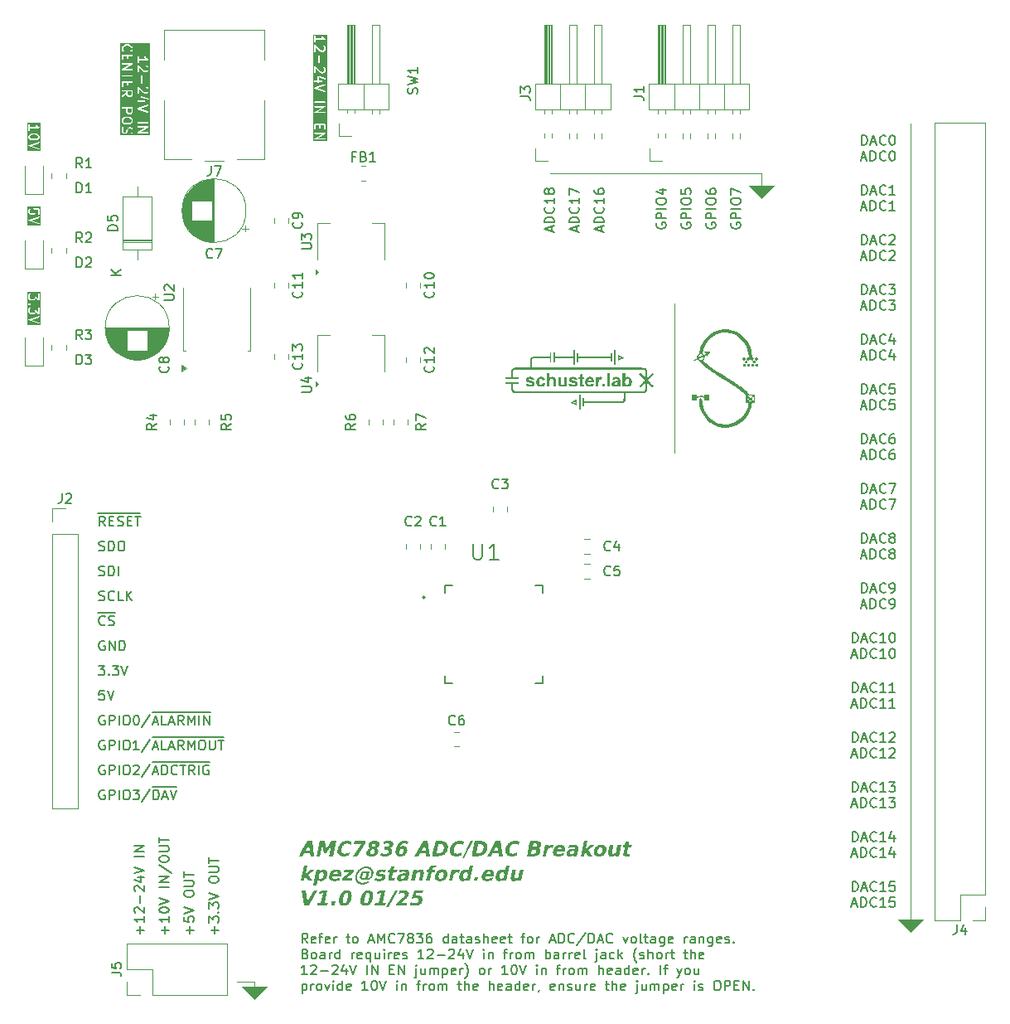
<source format=gbr>
%TF.GenerationSoftware,KiCad,Pcbnew,8.0.7-8.0.7-0~ubuntu22.04.1*%
%TF.CreationDate,2025-01-12T13:10:07-08:00*%
%TF.ProjectId,multichannelheaterdriver_amc7836,6d756c74-6963-4686-916e-6e656c686561,rev?*%
%TF.SameCoordinates,Original*%
%TF.FileFunction,Legend,Top*%
%TF.FilePolarity,Positive*%
%FSLAX46Y46*%
G04 Gerber Fmt 4.6, Leading zero omitted, Abs format (unit mm)*
G04 Created by KiCad (PCBNEW 8.0.7-8.0.7-0~ubuntu22.04.1) date 2025-01-12 13:10:07*
%MOMM*%
%LPD*%
G01*
G04 APERTURE LIST*
%ADD10C,0.100000*%
%ADD11C,0.150000*%
%ADD12C,0.300000*%
%ADD13C,0.127000*%
%ADD14C,0.200000*%
%ADD15C,0.120000*%
%ADD16C,0.000000*%
G04 APERTURE END LIST*
D10*
X76200000Y-15240000D02*
X76200000Y-16510000D01*
X24384000Y-99568000D02*
X23114000Y-98298000D01*
X25654000Y-98298000D01*
X24384000Y-99568000D01*
G36*
X24384000Y-99568000D02*
G01*
X23114000Y-98298000D01*
X25654000Y-98298000D01*
X24384000Y-99568000D01*
G37*
X54610000Y-15240000D02*
X76200000Y-15240000D01*
X24384000Y-97790000D02*
X22606000Y-97790000D01*
X76200000Y-17780000D02*
X74930000Y-16510000D01*
X77470000Y-16510000D01*
X76200000Y-17780000D01*
G36*
X76200000Y-17780000D02*
G01*
X74930000Y-16510000D01*
X77470000Y-16510000D01*
X76200000Y-17780000D01*
G37*
X67310000Y-28575000D02*
X67310000Y-43815000D01*
X91440000Y-92710000D02*
X90170000Y-91440000D01*
X92710000Y-91440000D01*
X91440000Y-92710000D01*
G36*
X91440000Y-92710000D02*
G01*
X90170000Y-91440000D01*
X92710000Y-91440000D01*
X91440000Y-92710000D01*
G37*
X24384000Y-97790000D02*
X24384000Y-98298000D01*
X91440000Y-10160000D02*
X91440000Y-91440000D01*
D11*
X29864207Y-93845987D02*
X29530874Y-93369796D01*
X29292779Y-93845987D02*
X29292779Y-92845987D01*
X29292779Y-92845987D02*
X29673731Y-92845987D01*
X29673731Y-92845987D02*
X29768969Y-92893606D01*
X29768969Y-92893606D02*
X29816588Y-92941225D01*
X29816588Y-92941225D02*
X29864207Y-93036463D01*
X29864207Y-93036463D02*
X29864207Y-93179320D01*
X29864207Y-93179320D02*
X29816588Y-93274558D01*
X29816588Y-93274558D02*
X29768969Y-93322177D01*
X29768969Y-93322177D02*
X29673731Y-93369796D01*
X29673731Y-93369796D02*
X29292779Y-93369796D01*
X30673731Y-93798368D02*
X30578493Y-93845987D01*
X30578493Y-93845987D02*
X30388017Y-93845987D01*
X30388017Y-93845987D02*
X30292779Y-93798368D01*
X30292779Y-93798368D02*
X30245160Y-93703129D01*
X30245160Y-93703129D02*
X30245160Y-93322177D01*
X30245160Y-93322177D02*
X30292779Y-93226939D01*
X30292779Y-93226939D02*
X30388017Y-93179320D01*
X30388017Y-93179320D02*
X30578493Y-93179320D01*
X30578493Y-93179320D02*
X30673731Y-93226939D01*
X30673731Y-93226939D02*
X30721350Y-93322177D01*
X30721350Y-93322177D02*
X30721350Y-93417415D01*
X30721350Y-93417415D02*
X30245160Y-93512653D01*
X31007065Y-93179320D02*
X31388017Y-93179320D01*
X31149922Y-93845987D02*
X31149922Y-92988844D01*
X31149922Y-92988844D02*
X31197541Y-92893606D01*
X31197541Y-92893606D02*
X31292779Y-92845987D01*
X31292779Y-92845987D02*
X31388017Y-92845987D01*
X32102303Y-93798368D02*
X32007065Y-93845987D01*
X32007065Y-93845987D02*
X31816589Y-93845987D01*
X31816589Y-93845987D02*
X31721351Y-93798368D01*
X31721351Y-93798368D02*
X31673732Y-93703129D01*
X31673732Y-93703129D02*
X31673732Y-93322177D01*
X31673732Y-93322177D02*
X31721351Y-93226939D01*
X31721351Y-93226939D02*
X31816589Y-93179320D01*
X31816589Y-93179320D02*
X32007065Y-93179320D01*
X32007065Y-93179320D02*
X32102303Y-93226939D01*
X32102303Y-93226939D02*
X32149922Y-93322177D01*
X32149922Y-93322177D02*
X32149922Y-93417415D01*
X32149922Y-93417415D02*
X31673732Y-93512653D01*
X32578494Y-93845987D02*
X32578494Y-93179320D01*
X32578494Y-93369796D02*
X32626113Y-93274558D01*
X32626113Y-93274558D02*
X32673732Y-93226939D01*
X32673732Y-93226939D02*
X32768970Y-93179320D01*
X32768970Y-93179320D02*
X32864208Y-93179320D01*
X33816590Y-93179320D02*
X34197542Y-93179320D01*
X33959447Y-92845987D02*
X33959447Y-93703129D01*
X33959447Y-93703129D02*
X34007066Y-93798368D01*
X34007066Y-93798368D02*
X34102304Y-93845987D01*
X34102304Y-93845987D02*
X34197542Y-93845987D01*
X34673733Y-93845987D02*
X34578495Y-93798368D01*
X34578495Y-93798368D02*
X34530876Y-93750748D01*
X34530876Y-93750748D02*
X34483257Y-93655510D01*
X34483257Y-93655510D02*
X34483257Y-93369796D01*
X34483257Y-93369796D02*
X34530876Y-93274558D01*
X34530876Y-93274558D02*
X34578495Y-93226939D01*
X34578495Y-93226939D02*
X34673733Y-93179320D01*
X34673733Y-93179320D02*
X34816590Y-93179320D01*
X34816590Y-93179320D02*
X34911828Y-93226939D01*
X34911828Y-93226939D02*
X34959447Y-93274558D01*
X34959447Y-93274558D02*
X35007066Y-93369796D01*
X35007066Y-93369796D02*
X35007066Y-93655510D01*
X35007066Y-93655510D02*
X34959447Y-93750748D01*
X34959447Y-93750748D02*
X34911828Y-93798368D01*
X34911828Y-93798368D02*
X34816590Y-93845987D01*
X34816590Y-93845987D02*
X34673733Y-93845987D01*
X36149924Y-93560272D02*
X36626114Y-93560272D01*
X36054686Y-93845987D02*
X36388019Y-92845987D01*
X36388019Y-92845987D02*
X36721352Y-93845987D01*
X37054686Y-93845987D02*
X37054686Y-92845987D01*
X37054686Y-92845987D02*
X37388019Y-93560272D01*
X37388019Y-93560272D02*
X37721352Y-92845987D01*
X37721352Y-92845987D02*
X37721352Y-93845987D01*
X38768971Y-93750748D02*
X38721352Y-93798368D01*
X38721352Y-93798368D02*
X38578495Y-93845987D01*
X38578495Y-93845987D02*
X38483257Y-93845987D01*
X38483257Y-93845987D02*
X38340400Y-93798368D01*
X38340400Y-93798368D02*
X38245162Y-93703129D01*
X38245162Y-93703129D02*
X38197543Y-93607891D01*
X38197543Y-93607891D02*
X38149924Y-93417415D01*
X38149924Y-93417415D02*
X38149924Y-93274558D01*
X38149924Y-93274558D02*
X38197543Y-93084082D01*
X38197543Y-93084082D02*
X38245162Y-92988844D01*
X38245162Y-92988844D02*
X38340400Y-92893606D01*
X38340400Y-92893606D02*
X38483257Y-92845987D01*
X38483257Y-92845987D02*
X38578495Y-92845987D01*
X38578495Y-92845987D02*
X38721352Y-92893606D01*
X38721352Y-92893606D02*
X38768971Y-92941225D01*
X39102305Y-92845987D02*
X39768971Y-92845987D01*
X39768971Y-92845987D02*
X39340400Y-93845987D01*
X40292781Y-93274558D02*
X40197543Y-93226939D01*
X40197543Y-93226939D02*
X40149924Y-93179320D01*
X40149924Y-93179320D02*
X40102305Y-93084082D01*
X40102305Y-93084082D02*
X40102305Y-93036463D01*
X40102305Y-93036463D02*
X40149924Y-92941225D01*
X40149924Y-92941225D02*
X40197543Y-92893606D01*
X40197543Y-92893606D02*
X40292781Y-92845987D01*
X40292781Y-92845987D02*
X40483257Y-92845987D01*
X40483257Y-92845987D02*
X40578495Y-92893606D01*
X40578495Y-92893606D02*
X40626114Y-92941225D01*
X40626114Y-92941225D02*
X40673733Y-93036463D01*
X40673733Y-93036463D02*
X40673733Y-93084082D01*
X40673733Y-93084082D02*
X40626114Y-93179320D01*
X40626114Y-93179320D02*
X40578495Y-93226939D01*
X40578495Y-93226939D02*
X40483257Y-93274558D01*
X40483257Y-93274558D02*
X40292781Y-93274558D01*
X40292781Y-93274558D02*
X40197543Y-93322177D01*
X40197543Y-93322177D02*
X40149924Y-93369796D01*
X40149924Y-93369796D02*
X40102305Y-93465034D01*
X40102305Y-93465034D02*
X40102305Y-93655510D01*
X40102305Y-93655510D02*
X40149924Y-93750748D01*
X40149924Y-93750748D02*
X40197543Y-93798368D01*
X40197543Y-93798368D02*
X40292781Y-93845987D01*
X40292781Y-93845987D02*
X40483257Y-93845987D01*
X40483257Y-93845987D02*
X40578495Y-93798368D01*
X40578495Y-93798368D02*
X40626114Y-93750748D01*
X40626114Y-93750748D02*
X40673733Y-93655510D01*
X40673733Y-93655510D02*
X40673733Y-93465034D01*
X40673733Y-93465034D02*
X40626114Y-93369796D01*
X40626114Y-93369796D02*
X40578495Y-93322177D01*
X40578495Y-93322177D02*
X40483257Y-93274558D01*
X41007067Y-92845987D02*
X41626114Y-92845987D01*
X41626114Y-92845987D02*
X41292781Y-93226939D01*
X41292781Y-93226939D02*
X41435638Y-93226939D01*
X41435638Y-93226939D02*
X41530876Y-93274558D01*
X41530876Y-93274558D02*
X41578495Y-93322177D01*
X41578495Y-93322177D02*
X41626114Y-93417415D01*
X41626114Y-93417415D02*
X41626114Y-93655510D01*
X41626114Y-93655510D02*
X41578495Y-93750748D01*
X41578495Y-93750748D02*
X41530876Y-93798368D01*
X41530876Y-93798368D02*
X41435638Y-93845987D01*
X41435638Y-93845987D02*
X41149924Y-93845987D01*
X41149924Y-93845987D02*
X41054686Y-93798368D01*
X41054686Y-93798368D02*
X41007067Y-93750748D01*
X42483257Y-92845987D02*
X42292781Y-92845987D01*
X42292781Y-92845987D02*
X42197543Y-92893606D01*
X42197543Y-92893606D02*
X42149924Y-92941225D01*
X42149924Y-92941225D02*
X42054686Y-93084082D01*
X42054686Y-93084082D02*
X42007067Y-93274558D01*
X42007067Y-93274558D02*
X42007067Y-93655510D01*
X42007067Y-93655510D02*
X42054686Y-93750748D01*
X42054686Y-93750748D02*
X42102305Y-93798368D01*
X42102305Y-93798368D02*
X42197543Y-93845987D01*
X42197543Y-93845987D02*
X42388019Y-93845987D01*
X42388019Y-93845987D02*
X42483257Y-93798368D01*
X42483257Y-93798368D02*
X42530876Y-93750748D01*
X42530876Y-93750748D02*
X42578495Y-93655510D01*
X42578495Y-93655510D02*
X42578495Y-93417415D01*
X42578495Y-93417415D02*
X42530876Y-93322177D01*
X42530876Y-93322177D02*
X42483257Y-93274558D01*
X42483257Y-93274558D02*
X42388019Y-93226939D01*
X42388019Y-93226939D02*
X42197543Y-93226939D01*
X42197543Y-93226939D02*
X42102305Y-93274558D01*
X42102305Y-93274558D02*
X42054686Y-93322177D01*
X42054686Y-93322177D02*
X42007067Y-93417415D01*
X44197543Y-93845987D02*
X44197543Y-92845987D01*
X44197543Y-93798368D02*
X44102305Y-93845987D01*
X44102305Y-93845987D02*
X43911829Y-93845987D01*
X43911829Y-93845987D02*
X43816591Y-93798368D01*
X43816591Y-93798368D02*
X43768972Y-93750748D01*
X43768972Y-93750748D02*
X43721353Y-93655510D01*
X43721353Y-93655510D02*
X43721353Y-93369796D01*
X43721353Y-93369796D02*
X43768972Y-93274558D01*
X43768972Y-93274558D02*
X43816591Y-93226939D01*
X43816591Y-93226939D02*
X43911829Y-93179320D01*
X43911829Y-93179320D02*
X44102305Y-93179320D01*
X44102305Y-93179320D02*
X44197543Y-93226939D01*
X45102305Y-93845987D02*
X45102305Y-93322177D01*
X45102305Y-93322177D02*
X45054686Y-93226939D01*
X45054686Y-93226939D02*
X44959448Y-93179320D01*
X44959448Y-93179320D02*
X44768972Y-93179320D01*
X44768972Y-93179320D02*
X44673734Y-93226939D01*
X45102305Y-93798368D02*
X45007067Y-93845987D01*
X45007067Y-93845987D02*
X44768972Y-93845987D01*
X44768972Y-93845987D02*
X44673734Y-93798368D01*
X44673734Y-93798368D02*
X44626115Y-93703129D01*
X44626115Y-93703129D02*
X44626115Y-93607891D01*
X44626115Y-93607891D02*
X44673734Y-93512653D01*
X44673734Y-93512653D02*
X44768972Y-93465034D01*
X44768972Y-93465034D02*
X45007067Y-93465034D01*
X45007067Y-93465034D02*
X45102305Y-93417415D01*
X45435639Y-93179320D02*
X45816591Y-93179320D01*
X45578496Y-92845987D02*
X45578496Y-93703129D01*
X45578496Y-93703129D02*
X45626115Y-93798368D01*
X45626115Y-93798368D02*
X45721353Y-93845987D01*
X45721353Y-93845987D02*
X45816591Y-93845987D01*
X46578496Y-93845987D02*
X46578496Y-93322177D01*
X46578496Y-93322177D02*
X46530877Y-93226939D01*
X46530877Y-93226939D02*
X46435639Y-93179320D01*
X46435639Y-93179320D02*
X46245163Y-93179320D01*
X46245163Y-93179320D02*
X46149925Y-93226939D01*
X46578496Y-93798368D02*
X46483258Y-93845987D01*
X46483258Y-93845987D02*
X46245163Y-93845987D01*
X46245163Y-93845987D02*
X46149925Y-93798368D01*
X46149925Y-93798368D02*
X46102306Y-93703129D01*
X46102306Y-93703129D02*
X46102306Y-93607891D01*
X46102306Y-93607891D02*
X46149925Y-93512653D01*
X46149925Y-93512653D02*
X46245163Y-93465034D01*
X46245163Y-93465034D02*
X46483258Y-93465034D01*
X46483258Y-93465034D02*
X46578496Y-93417415D01*
X47007068Y-93798368D02*
X47102306Y-93845987D01*
X47102306Y-93845987D02*
X47292782Y-93845987D01*
X47292782Y-93845987D02*
X47388020Y-93798368D01*
X47388020Y-93798368D02*
X47435639Y-93703129D01*
X47435639Y-93703129D02*
X47435639Y-93655510D01*
X47435639Y-93655510D02*
X47388020Y-93560272D01*
X47388020Y-93560272D02*
X47292782Y-93512653D01*
X47292782Y-93512653D02*
X47149925Y-93512653D01*
X47149925Y-93512653D02*
X47054687Y-93465034D01*
X47054687Y-93465034D02*
X47007068Y-93369796D01*
X47007068Y-93369796D02*
X47007068Y-93322177D01*
X47007068Y-93322177D02*
X47054687Y-93226939D01*
X47054687Y-93226939D02*
X47149925Y-93179320D01*
X47149925Y-93179320D02*
X47292782Y-93179320D01*
X47292782Y-93179320D02*
X47388020Y-93226939D01*
X47864211Y-93845987D02*
X47864211Y-92845987D01*
X48292782Y-93845987D02*
X48292782Y-93322177D01*
X48292782Y-93322177D02*
X48245163Y-93226939D01*
X48245163Y-93226939D02*
X48149925Y-93179320D01*
X48149925Y-93179320D02*
X48007068Y-93179320D01*
X48007068Y-93179320D02*
X47911830Y-93226939D01*
X47911830Y-93226939D02*
X47864211Y-93274558D01*
X49149925Y-93798368D02*
X49054687Y-93845987D01*
X49054687Y-93845987D02*
X48864211Y-93845987D01*
X48864211Y-93845987D02*
X48768973Y-93798368D01*
X48768973Y-93798368D02*
X48721354Y-93703129D01*
X48721354Y-93703129D02*
X48721354Y-93322177D01*
X48721354Y-93322177D02*
X48768973Y-93226939D01*
X48768973Y-93226939D02*
X48864211Y-93179320D01*
X48864211Y-93179320D02*
X49054687Y-93179320D01*
X49054687Y-93179320D02*
X49149925Y-93226939D01*
X49149925Y-93226939D02*
X49197544Y-93322177D01*
X49197544Y-93322177D02*
X49197544Y-93417415D01*
X49197544Y-93417415D02*
X48721354Y-93512653D01*
X50007068Y-93798368D02*
X49911830Y-93845987D01*
X49911830Y-93845987D02*
X49721354Y-93845987D01*
X49721354Y-93845987D02*
X49626116Y-93798368D01*
X49626116Y-93798368D02*
X49578497Y-93703129D01*
X49578497Y-93703129D02*
X49578497Y-93322177D01*
X49578497Y-93322177D02*
X49626116Y-93226939D01*
X49626116Y-93226939D02*
X49721354Y-93179320D01*
X49721354Y-93179320D02*
X49911830Y-93179320D01*
X49911830Y-93179320D02*
X50007068Y-93226939D01*
X50007068Y-93226939D02*
X50054687Y-93322177D01*
X50054687Y-93322177D02*
X50054687Y-93417415D01*
X50054687Y-93417415D02*
X49578497Y-93512653D01*
X50340402Y-93179320D02*
X50721354Y-93179320D01*
X50483259Y-92845987D02*
X50483259Y-93703129D01*
X50483259Y-93703129D02*
X50530878Y-93798368D01*
X50530878Y-93798368D02*
X50626116Y-93845987D01*
X50626116Y-93845987D02*
X50721354Y-93845987D01*
X51673736Y-93179320D02*
X52054688Y-93179320D01*
X51816593Y-93845987D02*
X51816593Y-92988844D01*
X51816593Y-92988844D02*
X51864212Y-92893606D01*
X51864212Y-92893606D02*
X51959450Y-92845987D01*
X51959450Y-92845987D02*
X52054688Y-92845987D01*
X52530879Y-93845987D02*
X52435641Y-93798368D01*
X52435641Y-93798368D02*
X52388022Y-93750748D01*
X52388022Y-93750748D02*
X52340403Y-93655510D01*
X52340403Y-93655510D02*
X52340403Y-93369796D01*
X52340403Y-93369796D02*
X52388022Y-93274558D01*
X52388022Y-93274558D02*
X52435641Y-93226939D01*
X52435641Y-93226939D02*
X52530879Y-93179320D01*
X52530879Y-93179320D02*
X52673736Y-93179320D01*
X52673736Y-93179320D02*
X52768974Y-93226939D01*
X52768974Y-93226939D02*
X52816593Y-93274558D01*
X52816593Y-93274558D02*
X52864212Y-93369796D01*
X52864212Y-93369796D02*
X52864212Y-93655510D01*
X52864212Y-93655510D02*
X52816593Y-93750748D01*
X52816593Y-93750748D02*
X52768974Y-93798368D01*
X52768974Y-93798368D02*
X52673736Y-93845987D01*
X52673736Y-93845987D02*
X52530879Y-93845987D01*
X53292784Y-93845987D02*
X53292784Y-93179320D01*
X53292784Y-93369796D02*
X53340403Y-93274558D01*
X53340403Y-93274558D02*
X53388022Y-93226939D01*
X53388022Y-93226939D02*
X53483260Y-93179320D01*
X53483260Y-93179320D02*
X53578498Y-93179320D01*
X54626118Y-93560272D02*
X55102308Y-93560272D01*
X54530880Y-93845987D02*
X54864213Y-92845987D01*
X54864213Y-92845987D02*
X55197546Y-93845987D01*
X55530880Y-93845987D02*
X55530880Y-92845987D01*
X55530880Y-92845987D02*
X55768975Y-92845987D01*
X55768975Y-92845987D02*
X55911832Y-92893606D01*
X55911832Y-92893606D02*
X56007070Y-92988844D01*
X56007070Y-92988844D02*
X56054689Y-93084082D01*
X56054689Y-93084082D02*
X56102308Y-93274558D01*
X56102308Y-93274558D02*
X56102308Y-93417415D01*
X56102308Y-93417415D02*
X56054689Y-93607891D01*
X56054689Y-93607891D02*
X56007070Y-93703129D01*
X56007070Y-93703129D02*
X55911832Y-93798368D01*
X55911832Y-93798368D02*
X55768975Y-93845987D01*
X55768975Y-93845987D02*
X55530880Y-93845987D01*
X57102308Y-93750748D02*
X57054689Y-93798368D01*
X57054689Y-93798368D02*
X56911832Y-93845987D01*
X56911832Y-93845987D02*
X56816594Y-93845987D01*
X56816594Y-93845987D02*
X56673737Y-93798368D01*
X56673737Y-93798368D02*
X56578499Y-93703129D01*
X56578499Y-93703129D02*
X56530880Y-93607891D01*
X56530880Y-93607891D02*
X56483261Y-93417415D01*
X56483261Y-93417415D02*
X56483261Y-93274558D01*
X56483261Y-93274558D02*
X56530880Y-93084082D01*
X56530880Y-93084082D02*
X56578499Y-92988844D01*
X56578499Y-92988844D02*
X56673737Y-92893606D01*
X56673737Y-92893606D02*
X56816594Y-92845987D01*
X56816594Y-92845987D02*
X56911832Y-92845987D01*
X56911832Y-92845987D02*
X57054689Y-92893606D01*
X57054689Y-92893606D02*
X57102308Y-92941225D01*
X58245165Y-92798368D02*
X57388023Y-94084082D01*
X58578499Y-93845987D02*
X58578499Y-92845987D01*
X58578499Y-92845987D02*
X58816594Y-92845987D01*
X58816594Y-92845987D02*
X58959451Y-92893606D01*
X58959451Y-92893606D02*
X59054689Y-92988844D01*
X59054689Y-92988844D02*
X59102308Y-93084082D01*
X59102308Y-93084082D02*
X59149927Y-93274558D01*
X59149927Y-93274558D02*
X59149927Y-93417415D01*
X59149927Y-93417415D02*
X59102308Y-93607891D01*
X59102308Y-93607891D02*
X59054689Y-93703129D01*
X59054689Y-93703129D02*
X58959451Y-93798368D01*
X58959451Y-93798368D02*
X58816594Y-93845987D01*
X58816594Y-93845987D02*
X58578499Y-93845987D01*
X59530880Y-93560272D02*
X60007070Y-93560272D01*
X59435642Y-93845987D02*
X59768975Y-92845987D01*
X59768975Y-92845987D02*
X60102308Y-93845987D01*
X61007070Y-93750748D02*
X60959451Y-93798368D01*
X60959451Y-93798368D02*
X60816594Y-93845987D01*
X60816594Y-93845987D02*
X60721356Y-93845987D01*
X60721356Y-93845987D02*
X60578499Y-93798368D01*
X60578499Y-93798368D02*
X60483261Y-93703129D01*
X60483261Y-93703129D02*
X60435642Y-93607891D01*
X60435642Y-93607891D02*
X60388023Y-93417415D01*
X60388023Y-93417415D02*
X60388023Y-93274558D01*
X60388023Y-93274558D02*
X60435642Y-93084082D01*
X60435642Y-93084082D02*
X60483261Y-92988844D01*
X60483261Y-92988844D02*
X60578499Y-92893606D01*
X60578499Y-92893606D02*
X60721356Y-92845987D01*
X60721356Y-92845987D02*
X60816594Y-92845987D01*
X60816594Y-92845987D02*
X60959451Y-92893606D01*
X60959451Y-92893606D02*
X61007070Y-92941225D01*
X62102309Y-93179320D02*
X62340404Y-93845987D01*
X62340404Y-93845987D02*
X62578499Y-93179320D01*
X63102309Y-93845987D02*
X63007071Y-93798368D01*
X63007071Y-93798368D02*
X62959452Y-93750748D01*
X62959452Y-93750748D02*
X62911833Y-93655510D01*
X62911833Y-93655510D02*
X62911833Y-93369796D01*
X62911833Y-93369796D02*
X62959452Y-93274558D01*
X62959452Y-93274558D02*
X63007071Y-93226939D01*
X63007071Y-93226939D02*
X63102309Y-93179320D01*
X63102309Y-93179320D02*
X63245166Y-93179320D01*
X63245166Y-93179320D02*
X63340404Y-93226939D01*
X63340404Y-93226939D02*
X63388023Y-93274558D01*
X63388023Y-93274558D02*
X63435642Y-93369796D01*
X63435642Y-93369796D02*
X63435642Y-93655510D01*
X63435642Y-93655510D02*
X63388023Y-93750748D01*
X63388023Y-93750748D02*
X63340404Y-93798368D01*
X63340404Y-93798368D02*
X63245166Y-93845987D01*
X63245166Y-93845987D02*
X63102309Y-93845987D01*
X64007071Y-93845987D02*
X63911833Y-93798368D01*
X63911833Y-93798368D02*
X63864214Y-93703129D01*
X63864214Y-93703129D02*
X63864214Y-92845987D01*
X64245167Y-93179320D02*
X64626119Y-93179320D01*
X64388024Y-92845987D02*
X64388024Y-93703129D01*
X64388024Y-93703129D02*
X64435643Y-93798368D01*
X64435643Y-93798368D02*
X64530881Y-93845987D01*
X64530881Y-93845987D02*
X64626119Y-93845987D01*
X65388024Y-93845987D02*
X65388024Y-93322177D01*
X65388024Y-93322177D02*
X65340405Y-93226939D01*
X65340405Y-93226939D02*
X65245167Y-93179320D01*
X65245167Y-93179320D02*
X65054691Y-93179320D01*
X65054691Y-93179320D02*
X64959453Y-93226939D01*
X65388024Y-93798368D02*
X65292786Y-93845987D01*
X65292786Y-93845987D02*
X65054691Y-93845987D01*
X65054691Y-93845987D02*
X64959453Y-93798368D01*
X64959453Y-93798368D02*
X64911834Y-93703129D01*
X64911834Y-93703129D02*
X64911834Y-93607891D01*
X64911834Y-93607891D02*
X64959453Y-93512653D01*
X64959453Y-93512653D02*
X65054691Y-93465034D01*
X65054691Y-93465034D02*
X65292786Y-93465034D01*
X65292786Y-93465034D02*
X65388024Y-93417415D01*
X66292786Y-93179320D02*
X66292786Y-93988844D01*
X66292786Y-93988844D02*
X66245167Y-94084082D01*
X66245167Y-94084082D02*
X66197548Y-94131701D01*
X66197548Y-94131701D02*
X66102310Y-94179320D01*
X66102310Y-94179320D02*
X65959453Y-94179320D01*
X65959453Y-94179320D02*
X65864215Y-94131701D01*
X66292786Y-93798368D02*
X66197548Y-93845987D01*
X66197548Y-93845987D02*
X66007072Y-93845987D01*
X66007072Y-93845987D02*
X65911834Y-93798368D01*
X65911834Y-93798368D02*
X65864215Y-93750748D01*
X65864215Y-93750748D02*
X65816596Y-93655510D01*
X65816596Y-93655510D02*
X65816596Y-93369796D01*
X65816596Y-93369796D02*
X65864215Y-93274558D01*
X65864215Y-93274558D02*
X65911834Y-93226939D01*
X65911834Y-93226939D02*
X66007072Y-93179320D01*
X66007072Y-93179320D02*
X66197548Y-93179320D01*
X66197548Y-93179320D02*
X66292786Y-93226939D01*
X67149929Y-93798368D02*
X67054691Y-93845987D01*
X67054691Y-93845987D02*
X66864215Y-93845987D01*
X66864215Y-93845987D02*
X66768977Y-93798368D01*
X66768977Y-93798368D02*
X66721358Y-93703129D01*
X66721358Y-93703129D02*
X66721358Y-93322177D01*
X66721358Y-93322177D02*
X66768977Y-93226939D01*
X66768977Y-93226939D02*
X66864215Y-93179320D01*
X66864215Y-93179320D02*
X67054691Y-93179320D01*
X67054691Y-93179320D02*
X67149929Y-93226939D01*
X67149929Y-93226939D02*
X67197548Y-93322177D01*
X67197548Y-93322177D02*
X67197548Y-93417415D01*
X67197548Y-93417415D02*
X66721358Y-93512653D01*
X68388025Y-93845987D02*
X68388025Y-93179320D01*
X68388025Y-93369796D02*
X68435644Y-93274558D01*
X68435644Y-93274558D02*
X68483263Y-93226939D01*
X68483263Y-93226939D02*
X68578501Y-93179320D01*
X68578501Y-93179320D02*
X68673739Y-93179320D01*
X69435644Y-93845987D02*
X69435644Y-93322177D01*
X69435644Y-93322177D02*
X69388025Y-93226939D01*
X69388025Y-93226939D02*
X69292787Y-93179320D01*
X69292787Y-93179320D02*
X69102311Y-93179320D01*
X69102311Y-93179320D02*
X69007073Y-93226939D01*
X69435644Y-93798368D02*
X69340406Y-93845987D01*
X69340406Y-93845987D02*
X69102311Y-93845987D01*
X69102311Y-93845987D02*
X69007073Y-93798368D01*
X69007073Y-93798368D02*
X68959454Y-93703129D01*
X68959454Y-93703129D02*
X68959454Y-93607891D01*
X68959454Y-93607891D02*
X69007073Y-93512653D01*
X69007073Y-93512653D02*
X69102311Y-93465034D01*
X69102311Y-93465034D02*
X69340406Y-93465034D01*
X69340406Y-93465034D02*
X69435644Y-93417415D01*
X69911835Y-93179320D02*
X69911835Y-93845987D01*
X69911835Y-93274558D02*
X69959454Y-93226939D01*
X69959454Y-93226939D02*
X70054692Y-93179320D01*
X70054692Y-93179320D02*
X70197549Y-93179320D01*
X70197549Y-93179320D02*
X70292787Y-93226939D01*
X70292787Y-93226939D02*
X70340406Y-93322177D01*
X70340406Y-93322177D02*
X70340406Y-93845987D01*
X71245168Y-93179320D02*
X71245168Y-93988844D01*
X71245168Y-93988844D02*
X71197549Y-94084082D01*
X71197549Y-94084082D02*
X71149930Y-94131701D01*
X71149930Y-94131701D02*
X71054692Y-94179320D01*
X71054692Y-94179320D02*
X70911835Y-94179320D01*
X70911835Y-94179320D02*
X70816597Y-94131701D01*
X71245168Y-93798368D02*
X71149930Y-93845987D01*
X71149930Y-93845987D02*
X70959454Y-93845987D01*
X70959454Y-93845987D02*
X70864216Y-93798368D01*
X70864216Y-93798368D02*
X70816597Y-93750748D01*
X70816597Y-93750748D02*
X70768978Y-93655510D01*
X70768978Y-93655510D02*
X70768978Y-93369796D01*
X70768978Y-93369796D02*
X70816597Y-93274558D01*
X70816597Y-93274558D02*
X70864216Y-93226939D01*
X70864216Y-93226939D02*
X70959454Y-93179320D01*
X70959454Y-93179320D02*
X71149930Y-93179320D01*
X71149930Y-93179320D02*
X71245168Y-93226939D01*
X72102311Y-93798368D02*
X72007073Y-93845987D01*
X72007073Y-93845987D02*
X71816597Y-93845987D01*
X71816597Y-93845987D02*
X71721359Y-93798368D01*
X71721359Y-93798368D02*
X71673740Y-93703129D01*
X71673740Y-93703129D02*
X71673740Y-93322177D01*
X71673740Y-93322177D02*
X71721359Y-93226939D01*
X71721359Y-93226939D02*
X71816597Y-93179320D01*
X71816597Y-93179320D02*
X72007073Y-93179320D01*
X72007073Y-93179320D02*
X72102311Y-93226939D01*
X72102311Y-93226939D02*
X72149930Y-93322177D01*
X72149930Y-93322177D02*
X72149930Y-93417415D01*
X72149930Y-93417415D02*
X71673740Y-93512653D01*
X72530883Y-93798368D02*
X72626121Y-93845987D01*
X72626121Y-93845987D02*
X72816597Y-93845987D01*
X72816597Y-93845987D02*
X72911835Y-93798368D01*
X72911835Y-93798368D02*
X72959454Y-93703129D01*
X72959454Y-93703129D02*
X72959454Y-93655510D01*
X72959454Y-93655510D02*
X72911835Y-93560272D01*
X72911835Y-93560272D02*
X72816597Y-93512653D01*
X72816597Y-93512653D02*
X72673740Y-93512653D01*
X72673740Y-93512653D02*
X72578502Y-93465034D01*
X72578502Y-93465034D02*
X72530883Y-93369796D01*
X72530883Y-93369796D02*
X72530883Y-93322177D01*
X72530883Y-93322177D02*
X72578502Y-93226939D01*
X72578502Y-93226939D02*
X72673740Y-93179320D01*
X72673740Y-93179320D02*
X72816597Y-93179320D01*
X72816597Y-93179320D02*
X72911835Y-93226939D01*
X73388026Y-93750748D02*
X73435645Y-93798368D01*
X73435645Y-93798368D02*
X73388026Y-93845987D01*
X73388026Y-93845987D02*
X73340407Y-93798368D01*
X73340407Y-93798368D02*
X73388026Y-93750748D01*
X73388026Y-93750748D02*
X73388026Y-93845987D01*
X29626112Y-94932121D02*
X29768969Y-94979740D01*
X29768969Y-94979740D02*
X29816588Y-95027359D01*
X29816588Y-95027359D02*
X29864207Y-95122597D01*
X29864207Y-95122597D02*
X29864207Y-95265454D01*
X29864207Y-95265454D02*
X29816588Y-95360692D01*
X29816588Y-95360692D02*
X29768969Y-95408312D01*
X29768969Y-95408312D02*
X29673731Y-95455931D01*
X29673731Y-95455931D02*
X29292779Y-95455931D01*
X29292779Y-95455931D02*
X29292779Y-94455931D01*
X29292779Y-94455931D02*
X29626112Y-94455931D01*
X29626112Y-94455931D02*
X29721350Y-94503550D01*
X29721350Y-94503550D02*
X29768969Y-94551169D01*
X29768969Y-94551169D02*
X29816588Y-94646407D01*
X29816588Y-94646407D02*
X29816588Y-94741645D01*
X29816588Y-94741645D02*
X29768969Y-94836883D01*
X29768969Y-94836883D02*
X29721350Y-94884502D01*
X29721350Y-94884502D02*
X29626112Y-94932121D01*
X29626112Y-94932121D02*
X29292779Y-94932121D01*
X30435636Y-95455931D02*
X30340398Y-95408312D01*
X30340398Y-95408312D02*
X30292779Y-95360692D01*
X30292779Y-95360692D02*
X30245160Y-95265454D01*
X30245160Y-95265454D02*
X30245160Y-94979740D01*
X30245160Y-94979740D02*
X30292779Y-94884502D01*
X30292779Y-94884502D02*
X30340398Y-94836883D01*
X30340398Y-94836883D02*
X30435636Y-94789264D01*
X30435636Y-94789264D02*
X30578493Y-94789264D01*
X30578493Y-94789264D02*
X30673731Y-94836883D01*
X30673731Y-94836883D02*
X30721350Y-94884502D01*
X30721350Y-94884502D02*
X30768969Y-94979740D01*
X30768969Y-94979740D02*
X30768969Y-95265454D01*
X30768969Y-95265454D02*
X30721350Y-95360692D01*
X30721350Y-95360692D02*
X30673731Y-95408312D01*
X30673731Y-95408312D02*
X30578493Y-95455931D01*
X30578493Y-95455931D02*
X30435636Y-95455931D01*
X31626112Y-95455931D02*
X31626112Y-94932121D01*
X31626112Y-94932121D02*
X31578493Y-94836883D01*
X31578493Y-94836883D02*
X31483255Y-94789264D01*
X31483255Y-94789264D02*
X31292779Y-94789264D01*
X31292779Y-94789264D02*
X31197541Y-94836883D01*
X31626112Y-95408312D02*
X31530874Y-95455931D01*
X31530874Y-95455931D02*
X31292779Y-95455931D01*
X31292779Y-95455931D02*
X31197541Y-95408312D01*
X31197541Y-95408312D02*
X31149922Y-95313073D01*
X31149922Y-95313073D02*
X31149922Y-95217835D01*
X31149922Y-95217835D02*
X31197541Y-95122597D01*
X31197541Y-95122597D02*
X31292779Y-95074978D01*
X31292779Y-95074978D02*
X31530874Y-95074978D01*
X31530874Y-95074978D02*
X31626112Y-95027359D01*
X32102303Y-95455931D02*
X32102303Y-94789264D01*
X32102303Y-94979740D02*
X32149922Y-94884502D01*
X32149922Y-94884502D02*
X32197541Y-94836883D01*
X32197541Y-94836883D02*
X32292779Y-94789264D01*
X32292779Y-94789264D02*
X32388017Y-94789264D01*
X33149922Y-95455931D02*
X33149922Y-94455931D01*
X33149922Y-95408312D02*
X33054684Y-95455931D01*
X33054684Y-95455931D02*
X32864208Y-95455931D01*
X32864208Y-95455931D02*
X32768970Y-95408312D01*
X32768970Y-95408312D02*
X32721351Y-95360692D01*
X32721351Y-95360692D02*
X32673732Y-95265454D01*
X32673732Y-95265454D02*
X32673732Y-94979740D01*
X32673732Y-94979740D02*
X32721351Y-94884502D01*
X32721351Y-94884502D02*
X32768970Y-94836883D01*
X32768970Y-94836883D02*
X32864208Y-94789264D01*
X32864208Y-94789264D02*
X33054684Y-94789264D01*
X33054684Y-94789264D02*
X33149922Y-94836883D01*
X34388018Y-95455931D02*
X34388018Y-94789264D01*
X34388018Y-94979740D02*
X34435637Y-94884502D01*
X34435637Y-94884502D02*
X34483256Y-94836883D01*
X34483256Y-94836883D02*
X34578494Y-94789264D01*
X34578494Y-94789264D02*
X34673732Y-94789264D01*
X35388018Y-95408312D02*
X35292780Y-95455931D01*
X35292780Y-95455931D02*
X35102304Y-95455931D01*
X35102304Y-95455931D02*
X35007066Y-95408312D01*
X35007066Y-95408312D02*
X34959447Y-95313073D01*
X34959447Y-95313073D02*
X34959447Y-94932121D01*
X34959447Y-94932121D02*
X35007066Y-94836883D01*
X35007066Y-94836883D02*
X35102304Y-94789264D01*
X35102304Y-94789264D02*
X35292780Y-94789264D01*
X35292780Y-94789264D02*
X35388018Y-94836883D01*
X35388018Y-94836883D02*
X35435637Y-94932121D01*
X35435637Y-94932121D02*
X35435637Y-95027359D01*
X35435637Y-95027359D02*
X34959447Y-95122597D01*
X36292780Y-94789264D02*
X36292780Y-95789264D01*
X36292780Y-95408312D02*
X36197542Y-95455931D01*
X36197542Y-95455931D02*
X36007066Y-95455931D01*
X36007066Y-95455931D02*
X35911828Y-95408312D01*
X35911828Y-95408312D02*
X35864209Y-95360692D01*
X35864209Y-95360692D02*
X35816590Y-95265454D01*
X35816590Y-95265454D02*
X35816590Y-94979740D01*
X35816590Y-94979740D02*
X35864209Y-94884502D01*
X35864209Y-94884502D02*
X35911828Y-94836883D01*
X35911828Y-94836883D02*
X36007066Y-94789264D01*
X36007066Y-94789264D02*
X36197542Y-94789264D01*
X36197542Y-94789264D02*
X36292780Y-94836883D01*
X37197542Y-94789264D02*
X37197542Y-95455931D01*
X36768971Y-94789264D02*
X36768971Y-95313073D01*
X36768971Y-95313073D02*
X36816590Y-95408312D01*
X36816590Y-95408312D02*
X36911828Y-95455931D01*
X36911828Y-95455931D02*
X37054685Y-95455931D01*
X37054685Y-95455931D02*
X37149923Y-95408312D01*
X37149923Y-95408312D02*
X37197542Y-95360692D01*
X37673733Y-95455931D02*
X37673733Y-94789264D01*
X37673733Y-94455931D02*
X37626114Y-94503550D01*
X37626114Y-94503550D02*
X37673733Y-94551169D01*
X37673733Y-94551169D02*
X37721352Y-94503550D01*
X37721352Y-94503550D02*
X37673733Y-94455931D01*
X37673733Y-94455931D02*
X37673733Y-94551169D01*
X38149923Y-95455931D02*
X38149923Y-94789264D01*
X38149923Y-94979740D02*
X38197542Y-94884502D01*
X38197542Y-94884502D02*
X38245161Y-94836883D01*
X38245161Y-94836883D02*
X38340399Y-94789264D01*
X38340399Y-94789264D02*
X38435637Y-94789264D01*
X39149923Y-95408312D02*
X39054685Y-95455931D01*
X39054685Y-95455931D02*
X38864209Y-95455931D01*
X38864209Y-95455931D02*
X38768971Y-95408312D01*
X38768971Y-95408312D02*
X38721352Y-95313073D01*
X38721352Y-95313073D02*
X38721352Y-94932121D01*
X38721352Y-94932121D02*
X38768971Y-94836883D01*
X38768971Y-94836883D02*
X38864209Y-94789264D01*
X38864209Y-94789264D02*
X39054685Y-94789264D01*
X39054685Y-94789264D02*
X39149923Y-94836883D01*
X39149923Y-94836883D02*
X39197542Y-94932121D01*
X39197542Y-94932121D02*
X39197542Y-95027359D01*
X39197542Y-95027359D02*
X38721352Y-95122597D01*
X39578495Y-95408312D02*
X39673733Y-95455931D01*
X39673733Y-95455931D02*
X39864209Y-95455931D01*
X39864209Y-95455931D02*
X39959447Y-95408312D01*
X39959447Y-95408312D02*
X40007066Y-95313073D01*
X40007066Y-95313073D02*
X40007066Y-95265454D01*
X40007066Y-95265454D02*
X39959447Y-95170216D01*
X39959447Y-95170216D02*
X39864209Y-95122597D01*
X39864209Y-95122597D02*
X39721352Y-95122597D01*
X39721352Y-95122597D02*
X39626114Y-95074978D01*
X39626114Y-95074978D02*
X39578495Y-94979740D01*
X39578495Y-94979740D02*
X39578495Y-94932121D01*
X39578495Y-94932121D02*
X39626114Y-94836883D01*
X39626114Y-94836883D02*
X39721352Y-94789264D01*
X39721352Y-94789264D02*
X39864209Y-94789264D01*
X39864209Y-94789264D02*
X39959447Y-94836883D01*
X41721352Y-95455931D02*
X41149924Y-95455931D01*
X41435638Y-95455931D02*
X41435638Y-94455931D01*
X41435638Y-94455931D02*
X41340400Y-94598788D01*
X41340400Y-94598788D02*
X41245162Y-94694026D01*
X41245162Y-94694026D02*
X41149924Y-94741645D01*
X42102305Y-94551169D02*
X42149924Y-94503550D01*
X42149924Y-94503550D02*
X42245162Y-94455931D01*
X42245162Y-94455931D02*
X42483257Y-94455931D01*
X42483257Y-94455931D02*
X42578495Y-94503550D01*
X42578495Y-94503550D02*
X42626114Y-94551169D01*
X42626114Y-94551169D02*
X42673733Y-94646407D01*
X42673733Y-94646407D02*
X42673733Y-94741645D01*
X42673733Y-94741645D02*
X42626114Y-94884502D01*
X42626114Y-94884502D02*
X42054686Y-95455931D01*
X42054686Y-95455931D02*
X42673733Y-95455931D01*
X43102305Y-95074978D02*
X43864210Y-95074978D01*
X44292781Y-94551169D02*
X44340400Y-94503550D01*
X44340400Y-94503550D02*
X44435638Y-94455931D01*
X44435638Y-94455931D02*
X44673733Y-94455931D01*
X44673733Y-94455931D02*
X44768971Y-94503550D01*
X44768971Y-94503550D02*
X44816590Y-94551169D01*
X44816590Y-94551169D02*
X44864209Y-94646407D01*
X44864209Y-94646407D02*
X44864209Y-94741645D01*
X44864209Y-94741645D02*
X44816590Y-94884502D01*
X44816590Y-94884502D02*
X44245162Y-95455931D01*
X44245162Y-95455931D02*
X44864209Y-95455931D01*
X45721352Y-94789264D02*
X45721352Y-95455931D01*
X45483257Y-94408312D02*
X45245162Y-95122597D01*
X45245162Y-95122597D02*
X45864209Y-95122597D01*
X46102305Y-94455931D02*
X46435638Y-95455931D01*
X46435638Y-95455931D02*
X46768971Y-94455931D01*
X47864210Y-95455931D02*
X47864210Y-94789264D01*
X47864210Y-94455931D02*
X47816591Y-94503550D01*
X47816591Y-94503550D02*
X47864210Y-94551169D01*
X47864210Y-94551169D02*
X47911829Y-94503550D01*
X47911829Y-94503550D02*
X47864210Y-94455931D01*
X47864210Y-94455931D02*
X47864210Y-94551169D01*
X48340400Y-94789264D02*
X48340400Y-95455931D01*
X48340400Y-94884502D02*
X48388019Y-94836883D01*
X48388019Y-94836883D02*
X48483257Y-94789264D01*
X48483257Y-94789264D02*
X48626114Y-94789264D01*
X48626114Y-94789264D02*
X48721352Y-94836883D01*
X48721352Y-94836883D02*
X48768971Y-94932121D01*
X48768971Y-94932121D02*
X48768971Y-95455931D01*
X49864210Y-94789264D02*
X50245162Y-94789264D01*
X50007067Y-95455931D02*
X50007067Y-94598788D01*
X50007067Y-94598788D02*
X50054686Y-94503550D01*
X50054686Y-94503550D02*
X50149924Y-94455931D01*
X50149924Y-94455931D02*
X50245162Y-94455931D01*
X50578496Y-95455931D02*
X50578496Y-94789264D01*
X50578496Y-94979740D02*
X50626115Y-94884502D01*
X50626115Y-94884502D02*
X50673734Y-94836883D01*
X50673734Y-94836883D02*
X50768972Y-94789264D01*
X50768972Y-94789264D02*
X50864210Y-94789264D01*
X51340401Y-95455931D02*
X51245163Y-95408312D01*
X51245163Y-95408312D02*
X51197544Y-95360692D01*
X51197544Y-95360692D02*
X51149925Y-95265454D01*
X51149925Y-95265454D02*
X51149925Y-94979740D01*
X51149925Y-94979740D02*
X51197544Y-94884502D01*
X51197544Y-94884502D02*
X51245163Y-94836883D01*
X51245163Y-94836883D02*
X51340401Y-94789264D01*
X51340401Y-94789264D02*
X51483258Y-94789264D01*
X51483258Y-94789264D02*
X51578496Y-94836883D01*
X51578496Y-94836883D02*
X51626115Y-94884502D01*
X51626115Y-94884502D02*
X51673734Y-94979740D01*
X51673734Y-94979740D02*
X51673734Y-95265454D01*
X51673734Y-95265454D02*
X51626115Y-95360692D01*
X51626115Y-95360692D02*
X51578496Y-95408312D01*
X51578496Y-95408312D02*
X51483258Y-95455931D01*
X51483258Y-95455931D02*
X51340401Y-95455931D01*
X52102306Y-95455931D02*
X52102306Y-94789264D01*
X52102306Y-94884502D02*
X52149925Y-94836883D01*
X52149925Y-94836883D02*
X52245163Y-94789264D01*
X52245163Y-94789264D02*
X52388020Y-94789264D01*
X52388020Y-94789264D02*
X52483258Y-94836883D01*
X52483258Y-94836883D02*
X52530877Y-94932121D01*
X52530877Y-94932121D02*
X52530877Y-95455931D01*
X52530877Y-94932121D02*
X52578496Y-94836883D01*
X52578496Y-94836883D02*
X52673734Y-94789264D01*
X52673734Y-94789264D02*
X52816591Y-94789264D01*
X52816591Y-94789264D02*
X52911830Y-94836883D01*
X52911830Y-94836883D02*
X52959449Y-94932121D01*
X52959449Y-94932121D02*
X52959449Y-95455931D01*
X54197544Y-95455931D02*
X54197544Y-94455931D01*
X54197544Y-94836883D02*
X54292782Y-94789264D01*
X54292782Y-94789264D02*
X54483258Y-94789264D01*
X54483258Y-94789264D02*
X54578496Y-94836883D01*
X54578496Y-94836883D02*
X54626115Y-94884502D01*
X54626115Y-94884502D02*
X54673734Y-94979740D01*
X54673734Y-94979740D02*
X54673734Y-95265454D01*
X54673734Y-95265454D02*
X54626115Y-95360692D01*
X54626115Y-95360692D02*
X54578496Y-95408312D01*
X54578496Y-95408312D02*
X54483258Y-95455931D01*
X54483258Y-95455931D02*
X54292782Y-95455931D01*
X54292782Y-95455931D02*
X54197544Y-95408312D01*
X55530877Y-95455931D02*
X55530877Y-94932121D01*
X55530877Y-94932121D02*
X55483258Y-94836883D01*
X55483258Y-94836883D02*
X55388020Y-94789264D01*
X55388020Y-94789264D02*
X55197544Y-94789264D01*
X55197544Y-94789264D02*
X55102306Y-94836883D01*
X55530877Y-95408312D02*
X55435639Y-95455931D01*
X55435639Y-95455931D02*
X55197544Y-95455931D01*
X55197544Y-95455931D02*
X55102306Y-95408312D01*
X55102306Y-95408312D02*
X55054687Y-95313073D01*
X55054687Y-95313073D02*
X55054687Y-95217835D01*
X55054687Y-95217835D02*
X55102306Y-95122597D01*
X55102306Y-95122597D02*
X55197544Y-95074978D01*
X55197544Y-95074978D02*
X55435639Y-95074978D01*
X55435639Y-95074978D02*
X55530877Y-95027359D01*
X56007068Y-95455931D02*
X56007068Y-94789264D01*
X56007068Y-94979740D02*
X56054687Y-94884502D01*
X56054687Y-94884502D02*
X56102306Y-94836883D01*
X56102306Y-94836883D02*
X56197544Y-94789264D01*
X56197544Y-94789264D02*
X56292782Y-94789264D01*
X56626116Y-95455931D02*
X56626116Y-94789264D01*
X56626116Y-94979740D02*
X56673735Y-94884502D01*
X56673735Y-94884502D02*
X56721354Y-94836883D01*
X56721354Y-94836883D02*
X56816592Y-94789264D01*
X56816592Y-94789264D02*
X56911830Y-94789264D01*
X57626116Y-95408312D02*
X57530878Y-95455931D01*
X57530878Y-95455931D02*
X57340402Y-95455931D01*
X57340402Y-95455931D02*
X57245164Y-95408312D01*
X57245164Y-95408312D02*
X57197545Y-95313073D01*
X57197545Y-95313073D02*
X57197545Y-94932121D01*
X57197545Y-94932121D02*
X57245164Y-94836883D01*
X57245164Y-94836883D02*
X57340402Y-94789264D01*
X57340402Y-94789264D02*
X57530878Y-94789264D01*
X57530878Y-94789264D02*
X57626116Y-94836883D01*
X57626116Y-94836883D02*
X57673735Y-94932121D01*
X57673735Y-94932121D02*
X57673735Y-95027359D01*
X57673735Y-95027359D02*
X57197545Y-95122597D01*
X58245164Y-95455931D02*
X58149926Y-95408312D01*
X58149926Y-95408312D02*
X58102307Y-95313073D01*
X58102307Y-95313073D02*
X58102307Y-94455931D01*
X59388022Y-94789264D02*
X59388022Y-95646407D01*
X59388022Y-95646407D02*
X59340403Y-95741645D01*
X59340403Y-95741645D02*
X59245165Y-95789264D01*
X59245165Y-95789264D02*
X59197546Y-95789264D01*
X59388022Y-94455931D02*
X59340403Y-94503550D01*
X59340403Y-94503550D02*
X59388022Y-94551169D01*
X59388022Y-94551169D02*
X59435641Y-94503550D01*
X59435641Y-94503550D02*
X59388022Y-94455931D01*
X59388022Y-94455931D02*
X59388022Y-94551169D01*
X60292783Y-95455931D02*
X60292783Y-94932121D01*
X60292783Y-94932121D02*
X60245164Y-94836883D01*
X60245164Y-94836883D02*
X60149926Y-94789264D01*
X60149926Y-94789264D02*
X59959450Y-94789264D01*
X59959450Y-94789264D02*
X59864212Y-94836883D01*
X60292783Y-95408312D02*
X60197545Y-95455931D01*
X60197545Y-95455931D02*
X59959450Y-95455931D01*
X59959450Y-95455931D02*
X59864212Y-95408312D01*
X59864212Y-95408312D02*
X59816593Y-95313073D01*
X59816593Y-95313073D02*
X59816593Y-95217835D01*
X59816593Y-95217835D02*
X59864212Y-95122597D01*
X59864212Y-95122597D02*
X59959450Y-95074978D01*
X59959450Y-95074978D02*
X60197545Y-95074978D01*
X60197545Y-95074978D02*
X60292783Y-95027359D01*
X61197545Y-95408312D02*
X61102307Y-95455931D01*
X61102307Y-95455931D02*
X60911831Y-95455931D01*
X60911831Y-95455931D02*
X60816593Y-95408312D01*
X60816593Y-95408312D02*
X60768974Y-95360692D01*
X60768974Y-95360692D02*
X60721355Y-95265454D01*
X60721355Y-95265454D02*
X60721355Y-94979740D01*
X60721355Y-94979740D02*
X60768974Y-94884502D01*
X60768974Y-94884502D02*
X60816593Y-94836883D01*
X60816593Y-94836883D02*
X60911831Y-94789264D01*
X60911831Y-94789264D02*
X61102307Y-94789264D01*
X61102307Y-94789264D02*
X61197545Y-94836883D01*
X61626117Y-95455931D02*
X61626117Y-94455931D01*
X61721355Y-95074978D02*
X62007069Y-95455931D01*
X62007069Y-94789264D02*
X61626117Y-95170216D01*
X63483260Y-95836883D02*
X63435641Y-95789264D01*
X63435641Y-95789264D02*
X63340403Y-95646407D01*
X63340403Y-95646407D02*
X63292784Y-95551169D01*
X63292784Y-95551169D02*
X63245165Y-95408312D01*
X63245165Y-95408312D02*
X63197546Y-95170216D01*
X63197546Y-95170216D02*
X63197546Y-94979740D01*
X63197546Y-94979740D02*
X63245165Y-94741645D01*
X63245165Y-94741645D02*
X63292784Y-94598788D01*
X63292784Y-94598788D02*
X63340403Y-94503550D01*
X63340403Y-94503550D02*
X63435641Y-94360692D01*
X63435641Y-94360692D02*
X63483260Y-94313073D01*
X63816594Y-95408312D02*
X63911832Y-95455931D01*
X63911832Y-95455931D02*
X64102308Y-95455931D01*
X64102308Y-95455931D02*
X64197546Y-95408312D01*
X64197546Y-95408312D02*
X64245165Y-95313073D01*
X64245165Y-95313073D02*
X64245165Y-95265454D01*
X64245165Y-95265454D02*
X64197546Y-95170216D01*
X64197546Y-95170216D02*
X64102308Y-95122597D01*
X64102308Y-95122597D02*
X63959451Y-95122597D01*
X63959451Y-95122597D02*
X63864213Y-95074978D01*
X63864213Y-95074978D02*
X63816594Y-94979740D01*
X63816594Y-94979740D02*
X63816594Y-94932121D01*
X63816594Y-94932121D02*
X63864213Y-94836883D01*
X63864213Y-94836883D02*
X63959451Y-94789264D01*
X63959451Y-94789264D02*
X64102308Y-94789264D01*
X64102308Y-94789264D02*
X64197546Y-94836883D01*
X64673737Y-95455931D02*
X64673737Y-94455931D01*
X65102308Y-95455931D02*
X65102308Y-94932121D01*
X65102308Y-94932121D02*
X65054689Y-94836883D01*
X65054689Y-94836883D02*
X64959451Y-94789264D01*
X64959451Y-94789264D02*
X64816594Y-94789264D01*
X64816594Y-94789264D02*
X64721356Y-94836883D01*
X64721356Y-94836883D02*
X64673737Y-94884502D01*
X65721356Y-95455931D02*
X65626118Y-95408312D01*
X65626118Y-95408312D02*
X65578499Y-95360692D01*
X65578499Y-95360692D02*
X65530880Y-95265454D01*
X65530880Y-95265454D02*
X65530880Y-94979740D01*
X65530880Y-94979740D02*
X65578499Y-94884502D01*
X65578499Y-94884502D02*
X65626118Y-94836883D01*
X65626118Y-94836883D02*
X65721356Y-94789264D01*
X65721356Y-94789264D02*
X65864213Y-94789264D01*
X65864213Y-94789264D02*
X65959451Y-94836883D01*
X65959451Y-94836883D02*
X66007070Y-94884502D01*
X66007070Y-94884502D02*
X66054689Y-94979740D01*
X66054689Y-94979740D02*
X66054689Y-95265454D01*
X66054689Y-95265454D02*
X66007070Y-95360692D01*
X66007070Y-95360692D02*
X65959451Y-95408312D01*
X65959451Y-95408312D02*
X65864213Y-95455931D01*
X65864213Y-95455931D02*
X65721356Y-95455931D01*
X66483261Y-95455931D02*
X66483261Y-94789264D01*
X66483261Y-94979740D02*
X66530880Y-94884502D01*
X66530880Y-94884502D02*
X66578499Y-94836883D01*
X66578499Y-94836883D02*
X66673737Y-94789264D01*
X66673737Y-94789264D02*
X66768975Y-94789264D01*
X66959452Y-94789264D02*
X67340404Y-94789264D01*
X67102309Y-94455931D02*
X67102309Y-95313073D01*
X67102309Y-95313073D02*
X67149928Y-95408312D01*
X67149928Y-95408312D02*
X67245166Y-95455931D01*
X67245166Y-95455931D02*
X67340404Y-95455931D01*
X68292786Y-94789264D02*
X68673738Y-94789264D01*
X68435643Y-94455931D02*
X68435643Y-95313073D01*
X68435643Y-95313073D02*
X68483262Y-95408312D01*
X68483262Y-95408312D02*
X68578500Y-95455931D01*
X68578500Y-95455931D02*
X68673738Y-95455931D01*
X69007072Y-95455931D02*
X69007072Y-94455931D01*
X69435643Y-95455931D02*
X69435643Y-94932121D01*
X69435643Y-94932121D02*
X69388024Y-94836883D01*
X69388024Y-94836883D02*
X69292786Y-94789264D01*
X69292786Y-94789264D02*
X69149929Y-94789264D01*
X69149929Y-94789264D02*
X69054691Y-94836883D01*
X69054691Y-94836883D02*
X69007072Y-94884502D01*
X70292786Y-95408312D02*
X70197548Y-95455931D01*
X70197548Y-95455931D02*
X70007072Y-95455931D01*
X70007072Y-95455931D02*
X69911834Y-95408312D01*
X69911834Y-95408312D02*
X69864215Y-95313073D01*
X69864215Y-95313073D02*
X69864215Y-94932121D01*
X69864215Y-94932121D02*
X69911834Y-94836883D01*
X69911834Y-94836883D02*
X70007072Y-94789264D01*
X70007072Y-94789264D02*
X70197548Y-94789264D01*
X70197548Y-94789264D02*
X70292786Y-94836883D01*
X70292786Y-94836883D02*
X70340405Y-94932121D01*
X70340405Y-94932121D02*
X70340405Y-95027359D01*
X70340405Y-95027359D02*
X69864215Y-95122597D01*
X29816588Y-97065875D02*
X29245160Y-97065875D01*
X29530874Y-97065875D02*
X29530874Y-96065875D01*
X29530874Y-96065875D02*
X29435636Y-96208732D01*
X29435636Y-96208732D02*
X29340398Y-96303970D01*
X29340398Y-96303970D02*
X29245160Y-96351589D01*
X30197541Y-96161113D02*
X30245160Y-96113494D01*
X30245160Y-96113494D02*
X30340398Y-96065875D01*
X30340398Y-96065875D02*
X30578493Y-96065875D01*
X30578493Y-96065875D02*
X30673731Y-96113494D01*
X30673731Y-96113494D02*
X30721350Y-96161113D01*
X30721350Y-96161113D02*
X30768969Y-96256351D01*
X30768969Y-96256351D02*
X30768969Y-96351589D01*
X30768969Y-96351589D02*
X30721350Y-96494446D01*
X30721350Y-96494446D02*
X30149922Y-97065875D01*
X30149922Y-97065875D02*
X30768969Y-97065875D01*
X31197541Y-96684922D02*
X31959446Y-96684922D01*
X32388017Y-96161113D02*
X32435636Y-96113494D01*
X32435636Y-96113494D02*
X32530874Y-96065875D01*
X32530874Y-96065875D02*
X32768969Y-96065875D01*
X32768969Y-96065875D02*
X32864207Y-96113494D01*
X32864207Y-96113494D02*
X32911826Y-96161113D01*
X32911826Y-96161113D02*
X32959445Y-96256351D01*
X32959445Y-96256351D02*
X32959445Y-96351589D01*
X32959445Y-96351589D02*
X32911826Y-96494446D01*
X32911826Y-96494446D02*
X32340398Y-97065875D01*
X32340398Y-97065875D02*
X32959445Y-97065875D01*
X33816588Y-96399208D02*
X33816588Y-97065875D01*
X33578493Y-96018256D02*
X33340398Y-96732541D01*
X33340398Y-96732541D02*
X33959445Y-96732541D01*
X34197541Y-96065875D02*
X34530874Y-97065875D01*
X34530874Y-97065875D02*
X34864207Y-96065875D01*
X35959446Y-97065875D02*
X35959446Y-96065875D01*
X36435636Y-97065875D02*
X36435636Y-96065875D01*
X36435636Y-96065875D02*
X37007064Y-97065875D01*
X37007064Y-97065875D02*
X37007064Y-96065875D01*
X38245160Y-96542065D02*
X38578493Y-96542065D01*
X38721350Y-97065875D02*
X38245160Y-97065875D01*
X38245160Y-97065875D02*
X38245160Y-96065875D01*
X38245160Y-96065875D02*
X38721350Y-96065875D01*
X39149922Y-97065875D02*
X39149922Y-96065875D01*
X39149922Y-96065875D02*
X39721350Y-97065875D01*
X39721350Y-97065875D02*
X39721350Y-96065875D01*
X40959446Y-96399208D02*
X40959446Y-97256351D01*
X40959446Y-97256351D02*
X40911827Y-97351589D01*
X40911827Y-97351589D02*
X40816589Y-97399208D01*
X40816589Y-97399208D02*
X40768970Y-97399208D01*
X40959446Y-96065875D02*
X40911827Y-96113494D01*
X40911827Y-96113494D02*
X40959446Y-96161113D01*
X40959446Y-96161113D02*
X41007065Y-96113494D01*
X41007065Y-96113494D02*
X40959446Y-96065875D01*
X40959446Y-96065875D02*
X40959446Y-96161113D01*
X41864207Y-96399208D02*
X41864207Y-97065875D01*
X41435636Y-96399208D02*
X41435636Y-96923017D01*
X41435636Y-96923017D02*
X41483255Y-97018256D01*
X41483255Y-97018256D02*
X41578493Y-97065875D01*
X41578493Y-97065875D02*
X41721350Y-97065875D01*
X41721350Y-97065875D02*
X41816588Y-97018256D01*
X41816588Y-97018256D02*
X41864207Y-96970636D01*
X42340398Y-97065875D02*
X42340398Y-96399208D01*
X42340398Y-96494446D02*
X42388017Y-96446827D01*
X42388017Y-96446827D02*
X42483255Y-96399208D01*
X42483255Y-96399208D02*
X42626112Y-96399208D01*
X42626112Y-96399208D02*
X42721350Y-96446827D01*
X42721350Y-96446827D02*
X42768969Y-96542065D01*
X42768969Y-96542065D02*
X42768969Y-97065875D01*
X42768969Y-96542065D02*
X42816588Y-96446827D01*
X42816588Y-96446827D02*
X42911826Y-96399208D01*
X42911826Y-96399208D02*
X43054683Y-96399208D01*
X43054683Y-96399208D02*
X43149922Y-96446827D01*
X43149922Y-96446827D02*
X43197541Y-96542065D01*
X43197541Y-96542065D02*
X43197541Y-97065875D01*
X43673731Y-96399208D02*
X43673731Y-97399208D01*
X43673731Y-96446827D02*
X43768969Y-96399208D01*
X43768969Y-96399208D02*
X43959445Y-96399208D01*
X43959445Y-96399208D02*
X44054683Y-96446827D01*
X44054683Y-96446827D02*
X44102302Y-96494446D01*
X44102302Y-96494446D02*
X44149921Y-96589684D01*
X44149921Y-96589684D02*
X44149921Y-96875398D01*
X44149921Y-96875398D02*
X44102302Y-96970636D01*
X44102302Y-96970636D02*
X44054683Y-97018256D01*
X44054683Y-97018256D02*
X43959445Y-97065875D01*
X43959445Y-97065875D02*
X43768969Y-97065875D01*
X43768969Y-97065875D02*
X43673731Y-97018256D01*
X44959445Y-97018256D02*
X44864207Y-97065875D01*
X44864207Y-97065875D02*
X44673731Y-97065875D01*
X44673731Y-97065875D02*
X44578493Y-97018256D01*
X44578493Y-97018256D02*
X44530874Y-96923017D01*
X44530874Y-96923017D02*
X44530874Y-96542065D01*
X44530874Y-96542065D02*
X44578493Y-96446827D01*
X44578493Y-96446827D02*
X44673731Y-96399208D01*
X44673731Y-96399208D02*
X44864207Y-96399208D01*
X44864207Y-96399208D02*
X44959445Y-96446827D01*
X44959445Y-96446827D02*
X45007064Y-96542065D01*
X45007064Y-96542065D02*
X45007064Y-96637303D01*
X45007064Y-96637303D02*
X44530874Y-96732541D01*
X45435636Y-97065875D02*
X45435636Y-96399208D01*
X45435636Y-96589684D02*
X45483255Y-96494446D01*
X45483255Y-96494446D02*
X45530874Y-96446827D01*
X45530874Y-96446827D02*
X45626112Y-96399208D01*
X45626112Y-96399208D02*
X45721350Y-96399208D01*
X45959446Y-97446827D02*
X46007065Y-97399208D01*
X46007065Y-97399208D02*
X46102303Y-97256351D01*
X46102303Y-97256351D02*
X46149922Y-97161113D01*
X46149922Y-97161113D02*
X46197541Y-97018256D01*
X46197541Y-97018256D02*
X46245160Y-96780160D01*
X46245160Y-96780160D02*
X46245160Y-96589684D01*
X46245160Y-96589684D02*
X46197541Y-96351589D01*
X46197541Y-96351589D02*
X46149922Y-96208732D01*
X46149922Y-96208732D02*
X46102303Y-96113494D01*
X46102303Y-96113494D02*
X46007065Y-95970636D01*
X46007065Y-95970636D02*
X45959446Y-95923017D01*
X47626113Y-97065875D02*
X47530875Y-97018256D01*
X47530875Y-97018256D02*
X47483256Y-96970636D01*
X47483256Y-96970636D02*
X47435637Y-96875398D01*
X47435637Y-96875398D02*
X47435637Y-96589684D01*
X47435637Y-96589684D02*
X47483256Y-96494446D01*
X47483256Y-96494446D02*
X47530875Y-96446827D01*
X47530875Y-96446827D02*
X47626113Y-96399208D01*
X47626113Y-96399208D02*
X47768970Y-96399208D01*
X47768970Y-96399208D02*
X47864208Y-96446827D01*
X47864208Y-96446827D02*
X47911827Y-96494446D01*
X47911827Y-96494446D02*
X47959446Y-96589684D01*
X47959446Y-96589684D02*
X47959446Y-96875398D01*
X47959446Y-96875398D02*
X47911827Y-96970636D01*
X47911827Y-96970636D02*
X47864208Y-97018256D01*
X47864208Y-97018256D02*
X47768970Y-97065875D01*
X47768970Y-97065875D02*
X47626113Y-97065875D01*
X48388018Y-97065875D02*
X48388018Y-96399208D01*
X48388018Y-96589684D02*
X48435637Y-96494446D01*
X48435637Y-96494446D02*
X48483256Y-96446827D01*
X48483256Y-96446827D02*
X48578494Y-96399208D01*
X48578494Y-96399208D02*
X48673732Y-96399208D01*
X50292780Y-97065875D02*
X49721352Y-97065875D01*
X50007066Y-97065875D02*
X50007066Y-96065875D01*
X50007066Y-96065875D02*
X49911828Y-96208732D01*
X49911828Y-96208732D02*
X49816590Y-96303970D01*
X49816590Y-96303970D02*
X49721352Y-96351589D01*
X50911828Y-96065875D02*
X51007066Y-96065875D01*
X51007066Y-96065875D02*
X51102304Y-96113494D01*
X51102304Y-96113494D02*
X51149923Y-96161113D01*
X51149923Y-96161113D02*
X51197542Y-96256351D01*
X51197542Y-96256351D02*
X51245161Y-96446827D01*
X51245161Y-96446827D02*
X51245161Y-96684922D01*
X51245161Y-96684922D02*
X51197542Y-96875398D01*
X51197542Y-96875398D02*
X51149923Y-96970636D01*
X51149923Y-96970636D02*
X51102304Y-97018256D01*
X51102304Y-97018256D02*
X51007066Y-97065875D01*
X51007066Y-97065875D02*
X50911828Y-97065875D01*
X50911828Y-97065875D02*
X50816590Y-97018256D01*
X50816590Y-97018256D02*
X50768971Y-96970636D01*
X50768971Y-96970636D02*
X50721352Y-96875398D01*
X50721352Y-96875398D02*
X50673733Y-96684922D01*
X50673733Y-96684922D02*
X50673733Y-96446827D01*
X50673733Y-96446827D02*
X50721352Y-96256351D01*
X50721352Y-96256351D02*
X50768971Y-96161113D01*
X50768971Y-96161113D02*
X50816590Y-96113494D01*
X50816590Y-96113494D02*
X50911828Y-96065875D01*
X51530876Y-96065875D02*
X51864209Y-97065875D01*
X51864209Y-97065875D02*
X52197542Y-96065875D01*
X53292781Y-97065875D02*
X53292781Y-96399208D01*
X53292781Y-96065875D02*
X53245162Y-96113494D01*
X53245162Y-96113494D02*
X53292781Y-96161113D01*
X53292781Y-96161113D02*
X53340400Y-96113494D01*
X53340400Y-96113494D02*
X53292781Y-96065875D01*
X53292781Y-96065875D02*
X53292781Y-96161113D01*
X53768971Y-96399208D02*
X53768971Y-97065875D01*
X53768971Y-96494446D02*
X53816590Y-96446827D01*
X53816590Y-96446827D02*
X53911828Y-96399208D01*
X53911828Y-96399208D02*
X54054685Y-96399208D01*
X54054685Y-96399208D02*
X54149923Y-96446827D01*
X54149923Y-96446827D02*
X54197542Y-96542065D01*
X54197542Y-96542065D02*
X54197542Y-97065875D01*
X55292781Y-96399208D02*
X55673733Y-96399208D01*
X55435638Y-97065875D02*
X55435638Y-96208732D01*
X55435638Y-96208732D02*
X55483257Y-96113494D01*
X55483257Y-96113494D02*
X55578495Y-96065875D01*
X55578495Y-96065875D02*
X55673733Y-96065875D01*
X56007067Y-97065875D02*
X56007067Y-96399208D01*
X56007067Y-96589684D02*
X56054686Y-96494446D01*
X56054686Y-96494446D02*
X56102305Y-96446827D01*
X56102305Y-96446827D02*
X56197543Y-96399208D01*
X56197543Y-96399208D02*
X56292781Y-96399208D01*
X56768972Y-97065875D02*
X56673734Y-97018256D01*
X56673734Y-97018256D02*
X56626115Y-96970636D01*
X56626115Y-96970636D02*
X56578496Y-96875398D01*
X56578496Y-96875398D02*
X56578496Y-96589684D01*
X56578496Y-96589684D02*
X56626115Y-96494446D01*
X56626115Y-96494446D02*
X56673734Y-96446827D01*
X56673734Y-96446827D02*
X56768972Y-96399208D01*
X56768972Y-96399208D02*
X56911829Y-96399208D01*
X56911829Y-96399208D02*
X57007067Y-96446827D01*
X57007067Y-96446827D02*
X57054686Y-96494446D01*
X57054686Y-96494446D02*
X57102305Y-96589684D01*
X57102305Y-96589684D02*
X57102305Y-96875398D01*
X57102305Y-96875398D02*
X57054686Y-96970636D01*
X57054686Y-96970636D02*
X57007067Y-97018256D01*
X57007067Y-97018256D02*
X56911829Y-97065875D01*
X56911829Y-97065875D02*
X56768972Y-97065875D01*
X57530877Y-97065875D02*
X57530877Y-96399208D01*
X57530877Y-96494446D02*
X57578496Y-96446827D01*
X57578496Y-96446827D02*
X57673734Y-96399208D01*
X57673734Y-96399208D02*
X57816591Y-96399208D01*
X57816591Y-96399208D02*
X57911829Y-96446827D01*
X57911829Y-96446827D02*
X57959448Y-96542065D01*
X57959448Y-96542065D02*
X57959448Y-97065875D01*
X57959448Y-96542065D02*
X58007067Y-96446827D01*
X58007067Y-96446827D02*
X58102305Y-96399208D01*
X58102305Y-96399208D02*
X58245162Y-96399208D01*
X58245162Y-96399208D02*
X58340401Y-96446827D01*
X58340401Y-96446827D02*
X58388020Y-96542065D01*
X58388020Y-96542065D02*
X58388020Y-97065875D01*
X59626115Y-97065875D02*
X59626115Y-96065875D01*
X60054686Y-97065875D02*
X60054686Y-96542065D01*
X60054686Y-96542065D02*
X60007067Y-96446827D01*
X60007067Y-96446827D02*
X59911829Y-96399208D01*
X59911829Y-96399208D02*
X59768972Y-96399208D01*
X59768972Y-96399208D02*
X59673734Y-96446827D01*
X59673734Y-96446827D02*
X59626115Y-96494446D01*
X60911829Y-97018256D02*
X60816591Y-97065875D01*
X60816591Y-97065875D02*
X60626115Y-97065875D01*
X60626115Y-97065875D02*
X60530877Y-97018256D01*
X60530877Y-97018256D02*
X60483258Y-96923017D01*
X60483258Y-96923017D02*
X60483258Y-96542065D01*
X60483258Y-96542065D02*
X60530877Y-96446827D01*
X60530877Y-96446827D02*
X60626115Y-96399208D01*
X60626115Y-96399208D02*
X60816591Y-96399208D01*
X60816591Y-96399208D02*
X60911829Y-96446827D01*
X60911829Y-96446827D02*
X60959448Y-96542065D01*
X60959448Y-96542065D02*
X60959448Y-96637303D01*
X60959448Y-96637303D02*
X60483258Y-96732541D01*
X61816591Y-97065875D02*
X61816591Y-96542065D01*
X61816591Y-96542065D02*
X61768972Y-96446827D01*
X61768972Y-96446827D02*
X61673734Y-96399208D01*
X61673734Y-96399208D02*
X61483258Y-96399208D01*
X61483258Y-96399208D02*
X61388020Y-96446827D01*
X61816591Y-97018256D02*
X61721353Y-97065875D01*
X61721353Y-97065875D02*
X61483258Y-97065875D01*
X61483258Y-97065875D02*
X61388020Y-97018256D01*
X61388020Y-97018256D02*
X61340401Y-96923017D01*
X61340401Y-96923017D02*
X61340401Y-96827779D01*
X61340401Y-96827779D02*
X61388020Y-96732541D01*
X61388020Y-96732541D02*
X61483258Y-96684922D01*
X61483258Y-96684922D02*
X61721353Y-96684922D01*
X61721353Y-96684922D02*
X61816591Y-96637303D01*
X62721353Y-97065875D02*
X62721353Y-96065875D01*
X62721353Y-97018256D02*
X62626115Y-97065875D01*
X62626115Y-97065875D02*
X62435639Y-97065875D01*
X62435639Y-97065875D02*
X62340401Y-97018256D01*
X62340401Y-97018256D02*
X62292782Y-96970636D01*
X62292782Y-96970636D02*
X62245163Y-96875398D01*
X62245163Y-96875398D02*
X62245163Y-96589684D01*
X62245163Y-96589684D02*
X62292782Y-96494446D01*
X62292782Y-96494446D02*
X62340401Y-96446827D01*
X62340401Y-96446827D02*
X62435639Y-96399208D01*
X62435639Y-96399208D02*
X62626115Y-96399208D01*
X62626115Y-96399208D02*
X62721353Y-96446827D01*
X63578496Y-97018256D02*
X63483258Y-97065875D01*
X63483258Y-97065875D02*
X63292782Y-97065875D01*
X63292782Y-97065875D02*
X63197544Y-97018256D01*
X63197544Y-97018256D02*
X63149925Y-96923017D01*
X63149925Y-96923017D02*
X63149925Y-96542065D01*
X63149925Y-96542065D02*
X63197544Y-96446827D01*
X63197544Y-96446827D02*
X63292782Y-96399208D01*
X63292782Y-96399208D02*
X63483258Y-96399208D01*
X63483258Y-96399208D02*
X63578496Y-96446827D01*
X63578496Y-96446827D02*
X63626115Y-96542065D01*
X63626115Y-96542065D02*
X63626115Y-96637303D01*
X63626115Y-96637303D02*
X63149925Y-96732541D01*
X64054687Y-97065875D02*
X64054687Y-96399208D01*
X64054687Y-96589684D02*
X64102306Y-96494446D01*
X64102306Y-96494446D02*
X64149925Y-96446827D01*
X64149925Y-96446827D02*
X64245163Y-96399208D01*
X64245163Y-96399208D02*
X64340401Y-96399208D01*
X64673735Y-96970636D02*
X64721354Y-97018256D01*
X64721354Y-97018256D02*
X64673735Y-97065875D01*
X64673735Y-97065875D02*
X64626116Y-97018256D01*
X64626116Y-97018256D02*
X64673735Y-96970636D01*
X64673735Y-96970636D02*
X64673735Y-97065875D01*
X65911830Y-97065875D02*
X65911830Y-96065875D01*
X66245163Y-96399208D02*
X66626115Y-96399208D01*
X66388020Y-97065875D02*
X66388020Y-96208732D01*
X66388020Y-96208732D02*
X66435639Y-96113494D01*
X66435639Y-96113494D02*
X66530877Y-96065875D01*
X66530877Y-96065875D02*
X66626115Y-96065875D01*
X67626116Y-96399208D02*
X67864211Y-97065875D01*
X68102306Y-96399208D02*
X67864211Y-97065875D01*
X67864211Y-97065875D02*
X67768973Y-97303970D01*
X67768973Y-97303970D02*
X67721354Y-97351589D01*
X67721354Y-97351589D02*
X67626116Y-97399208D01*
X68626116Y-97065875D02*
X68530878Y-97018256D01*
X68530878Y-97018256D02*
X68483259Y-96970636D01*
X68483259Y-96970636D02*
X68435640Y-96875398D01*
X68435640Y-96875398D02*
X68435640Y-96589684D01*
X68435640Y-96589684D02*
X68483259Y-96494446D01*
X68483259Y-96494446D02*
X68530878Y-96446827D01*
X68530878Y-96446827D02*
X68626116Y-96399208D01*
X68626116Y-96399208D02*
X68768973Y-96399208D01*
X68768973Y-96399208D02*
X68864211Y-96446827D01*
X68864211Y-96446827D02*
X68911830Y-96494446D01*
X68911830Y-96494446D02*
X68959449Y-96589684D01*
X68959449Y-96589684D02*
X68959449Y-96875398D01*
X68959449Y-96875398D02*
X68911830Y-96970636D01*
X68911830Y-96970636D02*
X68864211Y-97018256D01*
X68864211Y-97018256D02*
X68768973Y-97065875D01*
X68768973Y-97065875D02*
X68626116Y-97065875D01*
X69816592Y-96399208D02*
X69816592Y-97065875D01*
X69388021Y-96399208D02*
X69388021Y-96923017D01*
X69388021Y-96923017D02*
X69435640Y-97018256D01*
X69435640Y-97018256D02*
X69530878Y-97065875D01*
X69530878Y-97065875D02*
X69673735Y-97065875D01*
X69673735Y-97065875D02*
X69768973Y-97018256D01*
X69768973Y-97018256D02*
X69816592Y-96970636D01*
X29292779Y-98009152D02*
X29292779Y-99009152D01*
X29292779Y-98056771D02*
X29388017Y-98009152D01*
X29388017Y-98009152D02*
X29578493Y-98009152D01*
X29578493Y-98009152D02*
X29673731Y-98056771D01*
X29673731Y-98056771D02*
X29721350Y-98104390D01*
X29721350Y-98104390D02*
X29768969Y-98199628D01*
X29768969Y-98199628D02*
X29768969Y-98485342D01*
X29768969Y-98485342D02*
X29721350Y-98580580D01*
X29721350Y-98580580D02*
X29673731Y-98628200D01*
X29673731Y-98628200D02*
X29578493Y-98675819D01*
X29578493Y-98675819D02*
X29388017Y-98675819D01*
X29388017Y-98675819D02*
X29292779Y-98628200D01*
X30197541Y-98675819D02*
X30197541Y-98009152D01*
X30197541Y-98199628D02*
X30245160Y-98104390D01*
X30245160Y-98104390D02*
X30292779Y-98056771D01*
X30292779Y-98056771D02*
X30388017Y-98009152D01*
X30388017Y-98009152D02*
X30483255Y-98009152D01*
X30959446Y-98675819D02*
X30864208Y-98628200D01*
X30864208Y-98628200D02*
X30816589Y-98580580D01*
X30816589Y-98580580D02*
X30768970Y-98485342D01*
X30768970Y-98485342D02*
X30768970Y-98199628D01*
X30768970Y-98199628D02*
X30816589Y-98104390D01*
X30816589Y-98104390D02*
X30864208Y-98056771D01*
X30864208Y-98056771D02*
X30959446Y-98009152D01*
X30959446Y-98009152D02*
X31102303Y-98009152D01*
X31102303Y-98009152D02*
X31197541Y-98056771D01*
X31197541Y-98056771D02*
X31245160Y-98104390D01*
X31245160Y-98104390D02*
X31292779Y-98199628D01*
X31292779Y-98199628D02*
X31292779Y-98485342D01*
X31292779Y-98485342D02*
X31245160Y-98580580D01*
X31245160Y-98580580D02*
X31197541Y-98628200D01*
X31197541Y-98628200D02*
X31102303Y-98675819D01*
X31102303Y-98675819D02*
X30959446Y-98675819D01*
X31626113Y-98009152D02*
X31864208Y-98675819D01*
X31864208Y-98675819D02*
X32102303Y-98009152D01*
X32483256Y-98675819D02*
X32483256Y-98009152D01*
X32483256Y-97675819D02*
X32435637Y-97723438D01*
X32435637Y-97723438D02*
X32483256Y-97771057D01*
X32483256Y-97771057D02*
X32530875Y-97723438D01*
X32530875Y-97723438D02*
X32483256Y-97675819D01*
X32483256Y-97675819D02*
X32483256Y-97771057D01*
X33388017Y-98675819D02*
X33388017Y-97675819D01*
X33388017Y-98628200D02*
X33292779Y-98675819D01*
X33292779Y-98675819D02*
X33102303Y-98675819D01*
X33102303Y-98675819D02*
X33007065Y-98628200D01*
X33007065Y-98628200D02*
X32959446Y-98580580D01*
X32959446Y-98580580D02*
X32911827Y-98485342D01*
X32911827Y-98485342D02*
X32911827Y-98199628D01*
X32911827Y-98199628D02*
X32959446Y-98104390D01*
X32959446Y-98104390D02*
X33007065Y-98056771D01*
X33007065Y-98056771D02*
X33102303Y-98009152D01*
X33102303Y-98009152D02*
X33292779Y-98009152D01*
X33292779Y-98009152D02*
X33388017Y-98056771D01*
X34245160Y-98628200D02*
X34149922Y-98675819D01*
X34149922Y-98675819D02*
X33959446Y-98675819D01*
X33959446Y-98675819D02*
X33864208Y-98628200D01*
X33864208Y-98628200D02*
X33816589Y-98532961D01*
X33816589Y-98532961D02*
X33816589Y-98152009D01*
X33816589Y-98152009D02*
X33864208Y-98056771D01*
X33864208Y-98056771D02*
X33959446Y-98009152D01*
X33959446Y-98009152D02*
X34149922Y-98009152D01*
X34149922Y-98009152D02*
X34245160Y-98056771D01*
X34245160Y-98056771D02*
X34292779Y-98152009D01*
X34292779Y-98152009D02*
X34292779Y-98247247D01*
X34292779Y-98247247D02*
X33816589Y-98342485D01*
X36007065Y-98675819D02*
X35435637Y-98675819D01*
X35721351Y-98675819D02*
X35721351Y-97675819D01*
X35721351Y-97675819D02*
X35626113Y-97818676D01*
X35626113Y-97818676D02*
X35530875Y-97913914D01*
X35530875Y-97913914D02*
X35435637Y-97961533D01*
X36626113Y-97675819D02*
X36721351Y-97675819D01*
X36721351Y-97675819D02*
X36816589Y-97723438D01*
X36816589Y-97723438D02*
X36864208Y-97771057D01*
X36864208Y-97771057D02*
X36911827Y-97866295D01*
X36911827Y-97866295D02*
X36959446Y-98056771D01*
X36959446Y-98056771D02*
X36959446Y-98294866D01*
X36959446Y-98294866D02*
X36911827Y-98485342D01*
X36911827Y-98485342D02*
X36864208Y-98580580D01*
X36864208Y-98580580D02*
X36816589Y-98628200D01*
X36816589Y-98628200D02*
X36721351Y-98675819D01*
X36721351Y-98675819D02*
X36626113Y-98675819D01*
X36626113Y-98675819D02*
X36530875Y-98628200D01*
X36530875Y-98628200D02*
X36483256Y-98580580D01*
X36483256Y-98580580D02*
X36435637Y-98485342D01*
X36435637Y-98485342D02*
X36388018Y-98294866D01*
X36388018Y-98294866D02*
X36388018Y-98056771D01*
X36388018Y-98056771D02*
X36435637Y-97866295D01*
X36435637Y-97866295D02*
X36483256Y-97771057D01*
X36483256Y-97771057D02*
X36530875Y-97723438D01*
X36530875Y-97723438D02*
X36626113Y-97675819D01*
X37245161Y-97675819D02*
X37578494Y-98675819D01*
X37578494Y-98675819D02*
X37911827Y-97675819D01*
X39007066Y-98675819D02*
X39007066Y-98009152D01*
X39007066Y-97675819D02*
X38959447Y-97723438D01*
X38959447Y-97723438D02*
X39007066Y-97771057D01*
X39007066Y-97771057D02*
X39054685Y-97723438D01*
X39054685Y-97723438D02*
X39007066Y-97675819D01*
X39007066Y-97675819D02*
X39007066Y-97771057D01*
X39483256Y-98009152D02*
X39483256Y-98675819D01*
X39483256Y-98104390D02*
X39530875Y-98056771D01*
X39530875Y-98056771D02*
X39626113Y-98009152D01*
X39626113Y-98009152D02*
X39768970Y-98009152D01*
X39768970Y-98009152D02*
X39864208Y-98056771D01*
X39864208Y-98056771D02*
X39911827Y-98152009D01*
X39911827Y-98152009D02*
X39911827Y-98675819D01*
X41007066Y-98009152D02*
X41388018Y-98009152D01*
X41149923Y-98675819D02*
X41149923Y-97818676D01*
X41149923Y-97818676D02*
X41197542Y-97723438D01*
X41197542Y-97723438D02*
X41292780Y-97675819D01*
X41292780Y-97675819D02*
X41388018Y-97675819D01*
X41721352Y-98675819D02*
X41721352Y-98009152D01*
X41721352Y-98199628D02*
X41768971Y-98104390D01*
X41768971Y-98104390D02*
X41816590Y-98056771D01*
X41816590Y-98056771D02*
X41911828Y-98009152D01*
X41911828Y-98009152D02*
X42007066Y-98009152D01*
X42483257Y-98675819D02*
X42388019Y-98628200D01*
X42388019Y-98628200D02*
X42340400Y-98580580D01*
X42340400Y-98580580D02*
X42292781Y-98485342D01*
X42292781Y-98485342D02*
X42292781Y-98199628D01*
X42292781Y-98199628D02*
X42340400Y-98104390D01*
X42340400Y-98104390D02*
X42388019Y-98056771D01*
X42388019Y-98056771D02*
X42483257Y-98009152D01*
X42483257Y-98009152D02*
X42626114Y-98009152D01*
X42626114Y-98009152D02*
X42721352Y-98056771D01*
X42721352Y-98056771D02*
X42768971Y-98104390D01*
X42768971Y-98104390D02*
X42816590Y-98199628D01*
X42816590Y-98199628D02*
X42816590Y-98485342D01*
X42816590Y-98485342D02*
X42768971Y-98580580D01*
X42768971Y-98580580D02*
X42721352Y-98628200D01*
X42721352Y-98628200D02*
X42626114Y-98675819D01*
X42626114Y-98675819D02*
X42483257Y-98675819D01*
X43245162Y-98675819D02*
X43245162Y-98009152D01*
X43245162Y-98104390D02*
X43292781Y-98056771D01*
X43292781Y-98056771D02*
X43388019Y-98009152D01*
X43388019Y-98009152D02*
X43530876Y-98009152D01*
X43530876Y-98009152D02*
X43626114Y-98056771D01*
X43626114Y-98056771D02*
X43673733Y-98152009D01*
X43673733Y-98152009D02*
X43673733Y-98675819D01*
X43673733Y-98152009D02*
X43721352Y-98056771D01*
X43721352Y-98056771D02*
X43816590Y-98009152D01*
X43816590Y-98009152D02*
X43959447Y-98009152D01*
X43959447Y-98009152D02*
X44054686Y-98056771D01*
X44054686Y-98056771D02*
X44102305Y-98152009D01*
X44102305Y-98152009D02*
X44102305Y-98675819D01*
X45197543Y-98009152D02*
X45578495Y-98009152D01*
X45340400Y-97675819D02*
X45340400Y-98532961D01*
X45340400Y-98532961D02*
X45388019Y-98628200D01*
X45388019Y-98628200D02*
X45483257Y-98675819D01*
X45483257Y-98675819D02*
X45578495Y-98675819D01*
X45911829Y-98675819D02*
X45911829Y-97675819D01*
X46340400Y-98675819D02*
X46340400Y-98152009D01*
X46340400Y-98152009D02*
X46292781Y-98056771D01*
X46292781Y-98056771D02*
X46197543Y-98009152D01*
X46197543Y-98009152D02*
X46054686Y-98009152D01*
X46054686Y-98009152D02*
X45959448Y-98056771D01*
X45959448Y-98056771D02*
X45911829Y-98104390D01*
X47197543Y-98628200D02*
X47102305Y-98675819D01*
X47102305Y-98675819D02*
X46911829Y-98675819D01*
X46911829Y-98675819D02*
X46816591Y-98628200D01*
X46816591Y-98628200D02*
X46768972Y-98532961D01*
X46768972Y-98532961D02*
X46768972Y-98152009D01*
X46768972Y-98152009D02*
X46816591Y-98056771D01*
X46816591Y-98056771D02*
X46911829Y-98009152D01*
X46911829Y-98009152D02*
X47102305Y-98009152D01*
X47102305Y-98009152D02*
X47197543Y-98056771D01*
X47197543Y-98056771D02*
X47245162Y-98152009D01*
X47245162Y-98152009D02*
X47245162Y-98247247D01*
X47245162Y-98247247D02*
X46768972Y-98342485D01*
X48435639Y-98675819D02*
X48435639Y-97675819D01*
X48864210Y-98675819D02*
X48864210Y-98152009D01*
X48864210Y-98152009D02*
X48816591Y-98056771D01*
X48816591Y-98056771D02*
X48721353Y-98009152D01*
X48721353Y-98009152D02*
X48578496Y-98009152D01*
X48578496Y-98009152D02*
X48483258Y-98056771D01*
X48483258Y-98056771D02*
X48435639Y-98104390D01*
X49721353Y-98628200D02*
X49626115Y-98675819D01*
X49626115Y-98675819D02*
X49435639Y-98675819D01*
X49435639Y-98675819D02*
X49340401Y-98628200D01*
X49340401Y-98628200D02*
X49292782Y-98532961D01*
X49292782Y-98532961D02*
X49292782Y-98152009D01*
X49292782Y-98152009D02*
X49340401Y-98056771D01*
X49340401Y-98056771D02*
X49435639Y-98009152D01*
X49435639Y-98009152D02*
X49626115Y-98009152D01*
X49626115Y-98009152D02*
X49721353Y-98056771D01*
X49721353Y-98056771D02*
X49768972Y-98152009D01*
X49768972Y-98152009D02*
X49768972Y-98247247D01*
X49768972Y-98247247D02*
X49292782Y-98342485D01*
X50626115Y-98675819D02*
X50626115Y-98152009D01*
X50626115Y-98152009D02*
X50578496Y-98056771D01*
X50578496Y-98056771D02*
X50483258Y-98009152D01*
X50483258Y-98009152D02*
X50292782Y-98009152D01*
X50292782Y-98009152D02*
X50197544Y-98056771D01*
X50626115Y-98628200D02*
X50530877Y-98675819D01*
X50530877Y-98675819D02*
X50292782Y-98675819D01*
X50292782Y-98675819D02*
X50197544Y-98628200D01*
X50197544Y-98628200D02*
X50149925Y-98532961D01*
X50149925Y-98532961D02*
X50149925Y-98437723D01*
X50149925Y-98437723D02*
X50197544Y-98342485D01*
X50197544Y-98342485D02*
X50292782Y-98294866D01*
X50292782Y-98294866D02*
X50530877Y-98294866D01*
X50530877Y-98294866D02*
X50626115Y-98247247D01*
X51530877Y-98675819D02*
X51530877Y-97675819D01*
X51530877Y-98628200D02*
X51435639Y-98675819D01*
X51435639Y-98675819D02*
X51245163Y-98675819D01*
X51245163Y-98675819D02*
X51149925Y-98628200D01*
X51149925Y-98628200D02*
X51102306Y-98580580D01*
X51102306Y-98580580D02*
X51054687Y-98485342D01*
X51054687Y-98485342D02*
X51054687Y-98199628D01*
X51054687Y-98199628D02*
X51102306Y-98104390D01*
X51102306Y-98104390D02*
X51149925Y-98056771D01*
X51149925Y-98056771D02*
X51245163Y-98009152D01*
X51245163Y-98009152D02*
X51435639Y-98009152D01*
X51435639Y-98009152D02*
X51530877Y-98056771D01*
X52388020Y-98628200D02*
X52292782Y-98675819D01*
X52292782Y-98675819D02*
X52102306Y-98675819D01*
X52102306Y-98675819D02*
X52007068Y-98628200D01*
X52007068Y-98628200D02*
X51959449Y-98532961D01*
X51959449Y-98532961D02*
X51959449Y-98152009D01*
X51959449Y-98152009D02*
X52007068Y-98056771D01*
X52007068Y-98056771D02*
X52102306Y-98009152D01*
X52102306Y-98009152D02*
X52292782Y-98009152D01*
X52292782Y-98009152D02*
X52388020Y-98056771D01*
X52388020Y-98056771D02*
X52435639Y-98152009D01*
X52435639Y-98152009D02*
X52435639Y-98247247D01*
X52435639Y-98247247D02*
X51959449Y-98342485D01*
X52864211Y-98675819D02*
X52864211Y-98009152D01*
X52864211Y-98199628D02*
X52911830Y-98104390D01*
X52911830Y-98104390D02*
X52959449Y-98056771D01*
X52959449Y-98056771D02*
X53054687Y-98009152D01*
X53054687Y-98009152D02*
X53149925Y-98009152D01*
X53530878Y-98628200D02*
X53530878Y-98675819D01*
X53530878Y-98675819D02*
X53483259Y-98771057D01*
X53483259Y-98771057D02*
X53435640Y-98818676D01*
X55102306Y-98628200D02*
X55007068Y-98675819D01*
X55007068Y-98675819D02*
X54816592Y-98675819D01*
X54816592Y-98675819D02*
X54721354Y-98628200D01*
X54721354Y-98628200D02*
X54673735Y-98532961D01*
X54673735Y-98532961D02*
X54673735Y-98152009D01*
X54673735Y-98152009D02*
X54721354Y-98056771D01*
X54721354Y-98056771D02*
X54816592Y-98009152D01*
X54816592Y-98009152D02*
X55007068Y-98009152D01*
X55007068Y-98009152D02*
X55102306Y-98056771D01*
X55102306Y-98056771D02*
X55149925Y-98152009D01*
X55149925Y-98152009D02*
X55149925Y-98247247D01*
X55149925Y-98247247D02*
X54673735Y-98342485D01*
X55578497Y-98009152D02*
X55578497Y-98675819D01*
X55578497Y-98104390D02*
X55626116Y-98056771D01*
X55626116Y-98056771D02*
X55721354Y-98009152D01*
X55721354Y-98009152D02*
X55864211Y-98009152D01*
X55864211Y-98009152D02*
X55959449Y-98056771D01*
X55959449Y-98056771D02*
X56007068Y-98152009D01*
X56007068Y-98152009D02*
X56007068Y-98675819D01*
X56435640Y-98628200D02*
X56530878Y-98675819D01*
X56530878Y-98675819D02*
X56721354Y-98675819D01*
X56721354Y-98675819D02*
X56816592Y-98628200D01*
X56816592Y-98628200D02*
X56864211Y-98532961D01*
X56864211Y-98532961D02*
X56864211Y-98485342D01*
X56864211Y-98485342D02*
X56816592Y-98390104D01*
X56816592Y-98390104D02*
X56721354Y-98342485D01*
X56721354Y-98342485D02*
X56578497Y-98342485D01*
X56578497Y-98342485D02*
X56483259Y-98294866D01*
X56483259Y-98294866D02*
X56435640Y-98199628D01*
X56435640Y-98199628D02*
X56435640Y-98152009D01*
X56435640Y-98152009D02*
X56483259Y-98056771D01*
X56483259Y-98056771D02*
X56578497Y-98009152D01*
X56578497Y-98009152D02*
X56721354Y-98009152D01*
X56721354Y-98009152D02*
X56816592Y-98056771D01*
X57721354Y-98009152D02*
X57721354Y-98675819D01*
X57292783Y-98009152D02*
X57292783Y-98532961D01*
X57292783Y-98532961D02*
X57340402Y-98628200D01*
X57340402Y-98628200D02*
X57435640Y-98675819D01*
X57435640Y-98675819D02*
X57578497Y-98675819D01*
X57578497Y-98675819D02*
X57673735Y-98628200D01*
X57673735Y-98628200D02*
X57721354Y-98580580D01*
X58197545Y-98675819D02*
X58197545Y-98009152D01*
X58197545Y-98199628D02*
X58245164Y-98104390D01*
X58245164Y-98104390D02*
X58292783Y-98056771D01*
X58292783Y-98056771D02*
X58388021Y-98009152D01*
X58388021Y-98009152D02*
X58483259Y-98009152D01*
X59197545Y-98628200D02*
X59102307Y-98675819D01*
X59102307Y-98675819D02*
X58911831Y-98675819D01*
X58911831Y-98675819D02*
X58816593Y-98628200D01*
X58816593Y-98628200D02*
X58768974Y-98532961D01*
X58768974Y-98532961D02*
X58768974Y-98152009D01*
X58768974Y-98152009D02*
X58816593Y-98056771D01*
X58816593Y-98056771D02*
X58911831Y-98009152D01*
X58911831Y-98009152D02*
X59102307Y-98009152D01*
X59102307Y-98009152D02*
X59197545Y-98056771D01*
X59197545Y-98056771D02*
X59245164Y-98152009D01*
X59245164Y-98152009D02*
X59245164Y-98247247D01*
X59245164Y-98247247D02*
X58768974Y-98342485D01*
X60292784Y-98009152D02*
X60673736Y-98009152D01*
X60435641Y-97675819D02*
X60435641Y-98532961D01*
X60435641Y-98532961D02*
X60483260Y-98628200D01*
X60483260Y-98628200D02*
X60578498Y-98675819D01*
X60578498Y-98675819D02*
X60673736Y-98675819D01*
X61007070Y-98675819D02*
X61007070Y-97675819D01*
X61435641Y-98675819D02*
X61435641Y-98152009D01*
X61435641Y-98152009D02*
X61388022Y-98056771D01*
X61388022Y-98056771D02*
X61292784Y-98009152D01*
X61292784Y-98009152D02*
X61149927Y-98009152D01*
X61149927Y-98009152D02*
X61054689Y-98056771D01*
X61054689Y-98056771D02*
X61007070Y-98104390D01*
X62292784Y-98628200D02*
X62197546Y-98675819D01*
X62197546Y-98675819D02*
X62007070Y-98675819D01*
X62007070Y-98675819D02*
X61911832Y-98628200D01*
X61911832Y-98628200D02*
X61864213Y-98532961D01*
X61864213Y-98532961D02*
X61864213Y-98152009D01*
X61864213Y-98152009D02*
X61911832Y-98056771D01*
X61911832Y-98056771D02*
X62007070Y-98009152D01*
X62007070Y-98009152D02*
X62197546Y-98009152D01*
X62197546Y-98009152D02*
X62292784Y-98056771D01*
X62292784Y-98056771D02*
X62340403Y-98152009D01*
X62340403Y-98152009D02*
X62340403Y-98247247D01*
X62340403Y-98247247D02*
X61864213Y-98342485D01*
X63530880Y-98009152D02*
X63530880Y-98866295D01*
X63530880Y-98866295D02*
X63483261Y-98961533D01*
X63483261Y-98961533D02*
X63388023Y-99009152D01*
X63388023Y-99009152D02*
X63340404Y-99009152D01*
X63530880Y-97675819D02*
X63483261Y-97723438D01*
X63483261Y-97723438D02*
X63530880Y-97771057D01*
X63530880Y-97771057D02*
X63578499Y-97723438D01*
X63578499Y-97723438D02*
X63530880Y-97675819D01*
X63530880Y-97675819D02*
X63530880Y-97771057D01*
X64435641Y-98009152D02*
X64435641Y-98675819D01*
X64007070Y-98009152D02*
X64007070Y-98532961D01*
X64007070Y-98532961D02*
X64054689Y-98628200D01*
X64054689Y-98628200D02*
X64149927Y-98675819D01*
X64149927Y-98675819D02*
X64292784Y-98675819D01*
X64292784Y-98675819D02*
X64388022Y-98628200D01*
X64388022Y-98628200D02*
X64435641Y-98580580D01*
X64911832Y-98675819D02*
X64911832Y-98009152D01*
X64911832Y-98104390D02*
X64959451Y-98056771D01*
X64959451Y-98056771D02*
X65054689Y-98009152D01*
X65054689Y-98009152D02*
X65197546Y-98009152D01*
X65197546Y-98009152D02*
X65292784Y-98056771D01*
X65292784Y-98056771D02*
X65340403Y-98152009D01*
X65340403Y-98152009D02*
X65340403Y-98675819D01*
X65340403Y-98152009D02*
X65388022Y-98056771D01*
X65388022Y-98056771D02*
X65483260Y-98009152D01*
X65483260Y-98009152D02*
X65626117Y-98009152D01*
X65626117Y-98009152D02*
X65721356Y-98056771D01*
X65721356Y-98056771D02*
X65768975Y-98152009D01*
X65768975Y-98152009D02*
X65768975Y-98675819D01*
X66245165Y-98009152D02*
X66245165Y-99009152D01*
X66245165Y-98056771D02*
X66340403Y-98009152D01*
X66340403Y-98009152D02*
X66530879Y-98009152D01*
X66530879Y-98009152D02*
X66626117Y-98056771D01*
X66626117Y-98056771D02*
X66673736Y-98104390D01*
X66673736Y-98104390D02*
X66721355Y-98199628D01*
X66721355Y-98199628D02*
X66721355Y-98485342D01*
X66721355Y-98485342D02*
X66673736Y-98580580D01*
X66673736Y-98580580D02*
X66626117Y-98628200D01*
X66626117Y-98628200D02*
X66530879Y-98675819D01*
X66530879Y-98675819D02*
X66340403Y-98675819D01*
X66340403Y-98675819D02*
X66245165Y-98628200D01*
X67530879Y-98628200D02*
X67435641Y-98675819D01*
X67435641Y-98675819D02*
X67245165Y-98675819D01*
X67245165Y-98675819D02*
X67149927Y-98628200D01*
X67149927Y-98628200D02*
X67102308Y-98532961D01*
X67102308Y-98532961D02*
X67102308Y-98152009D01*
X67102308Y-98152009D02*
X67149927Y-98056771D01*
X67149927Y-98056771D02*
X67245165Y-98009152D01*
X67245165Y-98009152D02*
X67435641Y-98009152D01*
X67435641Y-98009152D02*
X67530879Y-98056771D01*
X67530879Y-98056771D02*
X67578498Y-98152009D01*
X67578498Y-98152009D02*
X67578498Y-98247247D01*
X67578498Y-98247247D02*
X67102308Y-98342485D01*
X68007070Y-98675819D02*
X68007070Y-98009152D01*
X68007070Y-98199628D02*
X68054689Y-98104390D01*
X68054689Y-98104390D02*
X68102308Y-98056771D01*
X68102308Y-98056771D02*
X68197546Y-98009152D01*
X68197546Y-98009152D02*
X68292784Y-98009152D01*
X69388023Y-98675819D02*
X69388023Y-98009152D01*
X69388023Y-97675819D02*
X69340404Y-97723438D01*
X69340404Y-97723438D02*
X69388023Y-97771057D01*
X69388023Y-97771057D02*
X69435642Y-97723438D01*
X69435642Y-97723438D02*
X69388023Y-97675819D01*
X69388023Y-97675819D02*
X69388023Y-97771057D01*
X69816594Y-98628200D02*
X69911832Y-98675819D01*
X69911832Y-98675819D02*
X70102308Y-98675819D01*
X70102308Y-98675819D02*
X70197546Y-98628200D01*
X70197546Y-98628200D02*
X70245165Y-98532961D01*
X70245165Y-98532961D02*
X70245165Y-98485342D01*
X70245165Y-98485342D02*
X70197546Y-98390104D01*
X70197546Y-98390104D02*
X70102308Y-98342485D01*
X70102308Y-98342485D02*
X69959451Y-98342485D01*
X69959451Y-98342485D02*
X69864213Y-98294866D01*
X69864213Y-98294866D02*
X69816594Y-98199628D01*
X69816594Y-98199628D02*
X69816594Y-98152009D01*
X69816594Y-98152009D02*
X69864213Y-98056771D01*
X69864213Y-98056771D02*
X69959451Y-98009152D01*
X69959451Y-98009152D02*
X70102308Y-98009152D01*
X70102308Y-98009152D02*
X70197546Y-98056771D01*
X71626118Y-97675819D02*
X71816594Y-97675819D01*
X71816594Y-97675819D02*
X71911832Y-97723438D01*
X71911832Y-97723438D02*
X72007070Y-97818676D01*
X72007070Y-97818676D02*
X72054689Y-98009152D01*
X72054689Y-98009152D02*
X72054689Y-98342485D01*
X72054689Y-98342485D02*
X72007070Y-98532961D01*
X72007070Y-98532961D02*
X71911832Y-98628200D01*
X71911832Y-98628200D02*
X71816594Y-98675819D01*
X71816594Y-98675819D02*
X71626118Y-98675819D01*
X71626118Y-98675819D02*
X71530880Y-98628200D01*
X71530880Y-98628200D02*
X71435642Y-98532961D01*
X71435642Y-98532961D02*
X71388023Y-98342485D01*
X71388023Y-98342485D02*
X71388023Y-98009152D01*
X71388023Y-98009152D02*
X71435642Y-97818676D01*
X71435642Y-97818676D02*
X71530880Y-97723438D01*
X71530880Y-97723438D02*
X71626118Y-97675819D01*
X72483261Y-98675819D02*
X72483261Y-97675819D01*
X72483261Y-97675819D02*
X72864213Y-97675819D01*
X72864213Y-97675819D02*
X72959451Y-97723438D01*
X72959451Y-97723438D02*
X73007070Y-97771057D01*
X73007070Y-97771057D02*
X73054689Y-97866295D01*
X73054689Y-97866295D02*
X73054689Y-98009152D01*
X73054689Y-98009152D02*
X73007070Y-98104390D01*
X73007070Y-98104390D02*
X72959451Y-98152009D01*
X72959451Y-98152009D02*
X72864213Y-98199628D01*
X72864213Y-98199628D02*
X72483261Y-98199628D01*
X73483261Y-98152009D02*
X73816594Y-98152009D01*
X73959451Y-98675819D02*
X73483261Y-98675819D01*
X73483261Y-98675819D02*
X73483261Y-97675819D01*
X73483261Y-97675819D02*
X73959451Y-97675819D01*
X74388023Y-98675819D02*
X74388023Y-97675819D01*
X74388023Y-97675819D02*
X74959451Y-98675819D01*
X74959451Y-98675819D02*
X74959451Y-97675819D01*
X75435642Y-98580580D02*
X75483261Y-98628200D01*
X75483261Y-98628200D02*
X75435642Y-98675819D01*
X75435642Y-98675819D02*
X75388023Y-98628200D01*
X75388023Y-98628200D02*
X75435642Y-98580580D01*
X75435642Y-98580580D02*
X75435642Y-98675819D01*
G36*
X11743979Y-9637133D02*
G01*
X11815922Y-9709076D01*
X11850180Y-9777592D01*
X11850180Y-9932658D01*
X11815922Y-10001174D01*
X11743979Y-10073116D01*
X11582613Y-10113458D01*
X11267748Y-10113458D01*
X11106381Y-10073116D01*
X11034438Y-10001173D01*
X11000180Y-9932656D01*
X11000180Y-9777593D01*
X11034438Y-9709076D01*
X11106381Y-9637133D01*
X11267748Y-9596792D01*
X11582613Y-9596792D01*
X11743979Y-9637133D01*
G37*
G36*
X11850180Y-8932658D02*
G01*
X11815922Y-9001174D01*
X11785515Y-9031581D01*
X11716999Y-9065839D01*
X11609552Y-9065839D01*
X11541036Y-9031581D01*
X11510629Y-9001174D01*
X11476371Y-8932658D01*
X11476371Y-8644411D01*
X11850180Y-8644411D01*
X11850180Y-8932658D01*
G37*
G36*
X11850180Y-7170753D02*
G01*
X11815922Y-7239269D01*
X11785515Y-7269676D01*
X11716999Y-7303934D01*
X11609552Y-7303934D01*
X11541036Y-7269676D01*
X11510629Y-7239269D01*
X11476371Y-7170753D01*
X11476371Y-6882506D01*
X11850180Y-6882506D01*
X11850180Y-7170753D01*
G37*
G36*
X13768266Y-11326950D02*
G01*
X10739069Y-11326950D01*
X10739069Y-10712268D01*
X10850180Y-10712268D01*
X10850180Y-10950363D01*
X10851621Y-10964995D01*
X10852651Y-10967483D01*
X10852843Y-10970173D01*
X10858098Y-10983905D01*
X10905718Y-11079143D01*
X10909683Y-11085441D01*
X10910440Y-11087269D01*
X10912128Y-11089326D01*
X10913551Y-11091586D01*
X10915049Y-11092885D01*
X10919767Y-11098634D01*
X10967386Y-11146253D01*
X10973135Y-11150971D01*
X10974435Y-11152470D01*
X10976694Y-11153891D01*
X10978751Y-11155580D01*
X10980578Y-11156337D01*
X10986878Y-11160302D01*
X11082116Y-11207921D01*
X11095847Y-11213176D01*
X11098536Y-11213367D01*
X11101025Y-11214398D01*
X11115657Y-11215839D01*
X11210895Y-11215839D01*
X11225527Y-11214398D01*
X11228016Y-11213366D01*
X11230704Y-11213176D01*
X11244436Y-11207921D01*
X11339674Y-11160302D01*
X11345973Y-11156337D01*
X11347801Y-11155580D01*
X11349857Y-11153891D01*
X11352117Y-11152470D01*
X11353416Y-11150971D01*
X11359166Y-11146253D01*
X11406785Y-11098634D01*
X11411503Y-11092884D01*
X11413002Y-11091585D01*
X11414423Y-11089325D01*
X11416112Y-11087269D01*
X11416869Y-11085441D01*
X11420834Y-11079142D01*
X11468453Y-10983904D01*
X11468862Y-10982834D01*
X11469185Y-10982399D01*
X11471377Y-10976262D01*
X11473708Y-10970173D01*
X11473746Y-10969632D01*
X11474132Y-10968553D01*
X11519754Y-10786063D01*
X11558248Y-10709076D01*
X11588655Y-10678669D01*
X11657171Y-10644411D01*
X11716999Y-10644411D01*
X11785515Y-10678669D01*
X11815922Y-10709076D01*
X11850180Y-10777592D01*
X11850180Y-10985812D01*
X11806410Y-11117122D01*
X11803150Y-11131459D01*
X11805225Y-11160649D01*
X11818311Y-11186822D01*
X11840418Y-11205996D01*
X11868181Y-11215250D01*
X11897371Y-11213175D01*
X11923544Y-11200089D01*
X11942718Y-11177982D01*
X11948712Y-11164556D01*
X11974237Y-11087981D01*
X12460307Y-11087981D01*
X12461565Y-11097877D01*
X12461565Y-11107852D01*
X12463394Y-11112267D01*
X12463997Y-11117011D01*
X12468947Y-11125675D01*
X12472764Y-11134888D01*
X12476142Y-11138266D01*
X12478516Y-11142420D01*
X12486405Y-11148529D01*
X12493456Y-11155580D01*
X12497872Y-11157409D01*
X12501653Y-11160337D01*
X12511276Y-11162961D01*
X12520492Y-11166779D01*
X12527974Y-11167515D01*
X12529885Y-11168037D01*
X12531360Y-11167849D01*
X12535124Y-11168220D01*
X13535124Y-11168220D01*
X13549756Y-11166779D01*
X13576792Y-11155580D01*
X13597484Y-11134888D01*
X13608683Y-11107852D01*
X13608683Y-11078588D01*
X13597484Y-11051552D01*
X13576792Y-11030860D01*
X13549756Y-11019661D01*
X13535124Y-11018220D01*
X12817541Y-11018220D01*
X13572335Y-10586910D01*
X13575419Y-10584720D01*
X13576792Y-10584152D01*
X13578189Y-10582754D01*
X13584324Y-10578400D01*
X13590432Y-10570511D01*
X13597484Y-10563460D01*
X13599314Y-10559041D01*
X13602241Y-10555262D01*
X13604865Y-10545640D01*
X13608683Y-10536424D01*
X13608683Y-10531643D01*
X13609941Y-10527031D01*
X13608683Y-10517134D01*
X13608683Y-10507160D01*
X13606853Y-10502744D01*
X13606251Y-10498001D01*
X13601300Y-10489336D01*
X13597484Y-10480124D01*
X13594105Y-10476745D01*
X13591732Y-10472592D01*
X13583842Y-10466482D01*
X13576792Y-10459432D01*
X13572375Y-10457602D01*
X13568595Y-10454675D01*
X13558971Y-10452050D01*
X13549756Y-10448233D01*
X13542273Y-10447496D01*
X13540363Y-10446975D01*
X13538887Y-10447162D01*
X13535124Y-10446792D01*
X12535124Y-10446792D01*
X12520492Y-10448233D01*
X12493456Y-10459432D01*
X12472764Y-10480124D01*
X12461565Y-10507160D01*
X12461565Y-10536424D01*
X12472764Y-10563460D01*
X12493456Y-10584152D01*
X12520492Y-10595351D01*
X12535124Y-10596792D01*
X13252707Y-10596792D01*
X12497914Y-11028102D01*
X12494830Y-11030290D01*
X12493456Y-11030860D01*
X12492056Y-11032259D01*
X12485924Y-11036612D01*
X12479814Y-11044501D01*
X12472764Y-11051552D01*
X12470934Y-11055968D01*
X12468007Y-11059749D01*
X12465382Y-11069372D01*
X12461565Y-11078588D01*
X12461565Y-11083368D01*
X12460307Y-11087981D01*
X11974237Y-11087981D01*
X11996331Y-11021700D01*
X11997980Y-11014444D01*
X11998739Y-11012614D01*
X11999000Y-11009960D01*
X11999591Y-11007363D01*
X11999450Y-11005388D01*
X12000180Y-10997982D01*
X12000180Y-10759887D01*
X11998739Y-10745255D01*
X11997708Y-10742766D01*
X11997517Y-10740077D01*
X11992262Y-10726346D01*
X11944643Y-10631108D01*
X11940678Y-10624808D01*
X11939921Y-10622981D01*
X11938232Y-10620924D01*
X11936811Y-10618665D01*
X11935312Y-10617365D01*
X11930594Y-10611616D01*
X11882975Y-10563997D01*
X11877225Y-10559278D01*
X11875926Y-10557780D01*
X11873666Y-10556358D01*
X11871610Y-10554670D01*
X11869782Y-10553912D01*
X11863483Y-10549948D01*
X11768245Y-10502329D01*
X11754513Y-10497074D01*
X11751825Y-10496883D01*
X11749336Y-10495852D01*
X11734704Y-10494411D01*
X11639466Y-10494411D01*
X11624834Y-10495852D01*
X11622345Y-10496882D01*
X11619656Y-10497074D01*
X11605925Y-10502329D01*
X11510687Y-10549948D01*
X11504387Y-10553912D01*
X11502560Y-10554670D01*
X11500503Y-10556358D01*
X11498244Y-10557780D01*
X11496944Y-10559278D01*
X11491195Y-10563997D01*
X11443576Y-10611616D01*
X11438857Y-10617365D01*
X11437359Y-10618665D01*
X11435937Y-10620924D01*
X11434249Y-10622981D01*
X11433491Y-10624808D01*
X11429527Y-10631108D01*
X11381908Y-10726346D01*
X11381498Y-10727415D01*
X11381176Y-10727851D01*
X11378980Y-10733996D01*
X11376653Y-10740078D01*
X11376614Y-10740617D01*
X11376229Y-10741697D01*
X11330606Y-10924187D01*
X11292113Y-11001174D01*
X11261706Y-11031581D01*
X11193190Y-11065839D01*
X11133362Y-11065839D01*
X11064846Y-11031581D01*
X11034438Y-11001173D01*
X11000180Y-10932656D01*
X11000180Y-10724439D01*
X11043951Y-10593128D01*
X11047211Y-10578792D01*
X11045137Y-10549602D01*
X11032050Y-10523428D01*
X11009943Y-10504254D01*
X10982181Y-10495000D01*
X10952991Y-10497074D01*
X10926817Y-10510161D01*
X10907643Y-10532268D01*
X10901649Y-10545693D01*
X10854029Y-10688550D01*
X10852379Y-10695805D01*
X10851621Y-10697636D01*
X10851359Y-10700289D01*
X10850769Y-10702887D01*
X10850909Y-10704862D01*
X10850180Y-10712268D01*
X10739069Y-10712268D01*
X10739069Y-9759887D01*
X10850180Y-9759887D01*
X10850180Y-9950363D01*
X10851621Y-9964995D01*
X10852651Y-9967483D01*
X10852843Y-9970173D01*
X10858098Y-9983905D01*
X10905718Y-10079143D01*
X10909683Y-10085441D01*
X10910440Y-10087269D01*
X10912128Y-10089326D01*
X10913551Y-10091586D01*
X10915049Y-10092885D01*
X10919767Y-10098634D01*
X11015005Y-10193872D01*
X11026370Y-10203200D01*
X11031523Y-10205334D01*
X11036002Y-10208653D01*
X11049848Y-10213600D01*
X11240324Y-10261219D01*
X11242860Y-10261594D01*
X11243882Y-10262017D01*
X11249394Y-10262559D01*
X11254868Y-10263369D01*
X11255960Y-10263206D01*
X11258514Y-10263458D01*
X11591847Y-10263458D01*
X11594400Y-10263206D01*
X11595493Y-10263369D01*
X11600966Y-10262559D01*
X11606479Y-10262017D01*
X11607500Y-10261594D01*
X11610037Y-10261219D01*
X11800513Y-10213600D01*
X11814359Y-10208653D01*
X11818840Y-10205332D01*
X11823991Y-10203199D01*
X11835356Y-10193872D01*
X11930594Y-10098634D01*
X11935314Y-10092883D01*
X11936811Y-10091585D01*
X11938230Y-10089330D01*
X11939922Y-10087269D01*
X11940680Y-10085436D01*
X11944643Y-10079142D01*
X11968729Y-10030970D01*
X12461565Y-10030970D01*
X12461565Y-10060234D01*
X12472764Y-10087270D01*
X12493456Y-10107962D01*
X12520492Y-10119161D01*
X12535124Y-10120602D01*
X13535124Y-10120602D01*
X13549756Y-10119161D01*
X13576792Y-10107962D01*
X13597484Y-10087270D01*
X13608683Y-10060234D01*
X13608683Y-10030970D01*
X13597484Y-10003934D01*
X13576792Y-9983242D01*
X13549756Y-9972043D01*
X13535124Y-9970602D01*
X12535124Y-9970602D01*
X12520492Y-9972043D01*
X12493456Y-9983242D01*
X12472764Y-10003934D01*
X12461565Y-10030970D01*
X11968729Y-10030970D01*
X11992262Y-9983904D01*
X11997517Y-9970173D01*
X11997708Y-9967483D01*
X11998739Y-9964995D01*
X12000180Y-9950363D01*
X12000180Y-9759887D01*
X11998739Y-9745255D01*
X11997708Y-9742766D01*
X11997517Y-9740077D01*
X11992262Y-9726346D01*
X11944643Y-9631108D01*
X11940680Y-9624813D01*
X11939922Y-9622981D01*
X11938230Y-9620919D01*
X11936811Y-9618665D01*
X11935314Y-9617366D01*
X11930594Y-9611616D01*
X11835356Y-9516378D01*
X11823991Y-9507051D01*
X11818840Y-9504917D01*
X11814359Y-9501597D01*
X11800513Y-9496650D01*
X11610037Y-9449031D01*
X11607500Y-9448655D01*
X11606479Y-9448233D01*
X11600966Y-9447690D01*
X11595493Y-9446881D01*
X11594400Y-9447043D01*
X11591847Y-9446792D01*
X11258514Y-9446792D01*
X11255960Y-9447043D01*
X11254868Y-9446881D01*
X11249394Y-9447690D01*
X11243882Y-9448233D01*
X11242860Y-9448655D01*
X11240324Y-9449031D01*
X11049848Y-9496650D01*
X11036002Y-9501597D01*
X11031523Y-9504915D01*
X11026370Y-9507050D01*
X11015005Y-9516378D01*
X10919767Y-9611616D01*
X10915049Y-9617364D01*
X10913551Y-9618664D01*
X10912128Y-9620923D01*
X10910440Y-9622981D01*
X10909683Y-9624808D01*
X10905718Y-9631107D01*
X10858098Y-9726345D01*
X10852843Y-9740077D01*
X10852651Y-9742766D01*
X10851621Y-9745255D01*
X10850180Y-9759887D01*
X10739069Y-9759887D01*
X10739069Y-8554779D01*
X10851621Y-8554779D01*
X10851621Y-8584043D01*
X10862820Y-8611079D01*
X10883512Y-8631771D01*
X10910548Y-8642970D01*
X10925180Y-8644411D01*
X11326371Y-8644411D01*
X11326371Y-8950363D01*
X11327812Y-8964995D01*
X11328843Y-8967484D01*
X11329034Y-8970172D01*
X11334289Y-8983904D01*
X11381908Y-9079142D01*
X11385872Y-9085441D01*
X11386630Y-9087269D01*
X11388318Y-9089325D01*
X11389740Y-9091585D01*
X11391238Y-9092884D01*
X11395957Y-9098634D01*
X11443576Y-9146253D01*
X11449325Y-9150971D01*
X11450625Y-9152470D01*
X11452884Y-9153891D01*
X11454941Y-9155580D01*
X11456768Y-9156337D01*
X11463068Y-9160302D01*
X11558306Y-9207921D01*
X11572037Y-9213176D01*
X11574726Y-9213367D01*
X11577215Y-9214398D01*
X11591847Y-9215839D01*
X11734704Y-9215839D01*
X11749336Y-9214398D01*
X11751825Y-9213366D01*
X11754513Y-9213176D01*
X11768245Y-9207921D01*
X11863483Y-9160302D01*
X11869782Y-9156337D01*
X11871610Y-9155580D01*
X11873666Y-9153891D01*
X11875926Y-9152470D01*
X11877225Y-9150971D01*
X11882975Y-9146253D01*
X11930594Y-9098634D01*
X11935312Y-9092884D01*
X11936811Y-9091585D01*
X11938232Y-9089325D01*
X11939921Y-9087269D01*
X11940678Y-9085441D01*
X11944643Y-9079142D01*
X11992262Y-8983904D01*
X11997517Y-8970173D01*
X11997708Y-8967483D01*
X11998739Y-8964995D01*
X12000180Y-8950363D01*
X12000180Y-8607650D01*
X12460713Y-8607650D01*
X12461379Y-8617030D01*
X12460713Y-8626410D01*
X12462408Y-8631495D01*
X12462788Y-8636840D01*
X12466992Y-8645249D01*
X12469967Y-8654173D01*
X12473478Y-8658221D01*
X12475874Y-8663013D01*
X12482978Y-8669175D01*
X12489141Y-8676280D01*
X12493932Y-8678675D01*
X12497981Y-8682187D01*
X12511407Y-8688181D01*
X13511407Y-9021514D01*
X13525743Y-9024774D01*
X13554933Y-9022699D01*
X13581107Y-9009613D01*
X13600281Y-8987505D01*
X13609535Y-8959743D01*
X13607460Y-8930553D01*
X13594373Y-8904380D01*
X13572266Y-8885206D01*
X13558841Y-8879212D01*
X12772294Y-8617030D01*
X13558841Y-8354848D01*
X13572266Y-8348854D01*
X13594373Y-8329680D01*
X13607460Y-8303507D01*
X13609535Y-8274317D01*
X13600281Y-8246555D01*
X13581107Y-8224447D01*
X13554933Y-8211361D01*
X13525743Y-8209286D01*
X13511407Y-8212546D01*
X12511407Y-8545879D01*
X12497981Y-8551873D01*
X12493932Y-8555384D01*
X12489141Y-8557780D01*
X12482978Y-8564884D01*
X12475874Y-8571047D01*
X12473478Y-8575838D01*
X12469967Y-8579887D01*
X12466992Y-8588810D01*
X12462788Y-8597220D01*
X12462408Y-8602564D01*
X12460713Y-8607650D01*
X12000180Y-8607650D01*
X12000180Y-8569411D01*
X11998739Y-8554779D01*
X11987540Y-8527743D01*
X11966848Y-8507051D01*
X11939812Y-8495852D01*
X11925180Y-8494411D01*
X10925180Y-8494411D01*
X10910548Y-8495852D01*
X10883512Y-8507051D01*
X10862820Y-8527743D01*
X10851621Y-8554779D01*
X10739069Y-8554779D01*
X10739069Y-7888112D01*
X12461565Y-7888112D01*
X12461565Y-7917376D01*
X12472764Y-7944412D01*
X12493456Y-7965104D01*
X12520492Y-7976303D01*
X12535124Y-7977744D01*
X12793458Y-7977744D01*
X12793458Y-8045601D01*
X12794899Y-8060233D01*
X12806098Y-8087269D01*
X12826790Y-8107961D01*
X12853826Y-8119160D01*
X12883090Y-8119160D01*
X12910126Y-8107961D01*
X12930818Y-8087269D01*
X12942017Y-8060233D01*
X12943458Y-8045601D01*
X12943458Y-7977744D01*
X13201791Y-7977744D01*
X13216423Y-7976303D01*
X13243459Y-7965104D01*
X13264151Y-7944412D01*
X13275350Y-7917376D01*
X13275350Y-7888112D01*
X13264151Y-7861076D01*
X13243459Y-7840384D01*
X13216423Y-7829185D01*
X13201791Y-7827744D01*
X12943458Y-7827744D01*
X12943458Y-7530610D01*
X13559027Y-7735800D01*
X13573363Y-7739060D01*
X13602553Y-7736985D01*
X13628727Y-7723899D01*
X13647901Y-7701791D01*
X13657155Y-7674029D01*
X13655080Y-7644839D01*
X13641993Y-7618666D01*
X13619886Y-7599492D01*
X13606461Y-7593498D01*
X12892175Y-7355403D01*
X12884921Y-7353753D01*
X12883090Y-7352995D01*
X12881585Y-7352995D01*
X12877838Y-7352143D01*
X12865853Y-7352995D01*
X12853826Y-7352995D01*
X12851334Y-7354027D01*
X12848648Y-7354218D01*
X12837898Y-7359592D01*
X12826790Y-7364194D01*
X12824884Y-7366099D01*
X12822475Y-7367304D01*
X12814597Y-7376386D01*
X12806098Y-7384886D01*
X12805067Y-7387374D01*
X12803301Y-7389411D01*
X12799499Y-7400814D01*
X12794899Y-7411922D01*
X12794522Y-7415748D01*
X12794047Y-7417174D01*
X12794187Y-7419148D01*
X12793458Y-7426554D01*
X12793458Y-7827744D01*
X12535124Y-7827744D01*
X12520492Y-7829185D01*
X12493456Y-7840384D01*
X12472764Y-7861076D01*
X12461565Y-7888112D01*
X10739069Y-7888112D01*
X10739069Y-7380559D01*
X10850198Y-7380559D01*
X10856527Y-7409130D01*
X10873309Y-7433104D01*
X10897988Y-7448831D01*
X10926805Y-7453916D01*
X10955376Y-7447587D01*
X10968190Y-7440376D01*
X11326480Y-7189572D01*
X11327812Y-7203090D01*
X11328843Y-7205579D01*
X11329034Y-7208267D01*
X11334289Y-7221999D01*
X11381908Y-7317237D01*
X11385872Y-7323536D01*
X11386630Y-7325364D01*
X11388318Y-7327420D01*
X11389740Y-7329680D01*
X11391238Y-7330979D01*
X11395957Y-7336729D01*
X11443576Y-7384348D01*
X11449325Y-7389066D01*
X11450625Y-7390565D01*
X11452884Y-7391986D01*
X11454941Y-7393675D01*
X11456768Y-7394432D01*
X11463068Y-7398397D01*
X11558306Y-7446016D01*
X11572037Y-7451271D01*
X11574726Y-7451462D01*
X11577215Y-7452493D01*
X11591847Y-7453934D01*
X11734704Y-7453934D01*
X11749336Y-7452493D01*
X11751825Y-7451461D01*
X11754513Y-7451271D01*
X11768245Y-7446016D01*
X11863483Y-7398397D01*
X11869782Y-7394432D01*
X11871610Y-7393675D01*
X11873666Y-7391986D01*
X11875926Y-7390565D01*
X11877225Y-7389066D01*
X11882975Y-7384348D01*
X11930594Y-7336729D01*
X11935312Y-7330979D01*
X11936811Y-7329680D01*
X11938232Y-7327420D01*
X11939921Y-7325364D01*
X11940678Y-7323536D01*
X11944643Y-7317237D01*
X11992262Y-7221999D01*
X11997517Y-7208268D01*
X11997708Y-7205578D01*
X11998739Y-7203090D01*
X12000180Y-7188458D01*
X12000180Y-6807506D01*
X11998739Y-6792874D01*
X11987540Y-6765838D01*
X11966848Y-6745146D01*
X11939812Y-6733947D01*
X11925180Y-6732506D01*
X10925180Y-6732506D01*
X10910548Y-6733947D01*
X10883512Y-6745146D01*
X10862820Y-6765838D01*
X10851621Y-6792874D01*
X10851621Y-6822138D01*
X10862820Y-6849174D01*
X10883512Y-6869866D01*
X10910548Y-6881065D01*
X10925180Y-6882506D01*
X11326371Y-6882506D01*
X11326371Y-7006551D01*
X10882170Y-7317492D01*
X10871010Y-7327063D01*
X10855283Y-7351742D01*
X10850198Y-7380559D01*
X10739069Y-7380559D01*
X10739069Y-5902744D01*
X10850180Y-5902744D01*
X10850180Y-6378934D01*
X10851621Y-6393566D01*
X10862820Y-6420602D01*
X10883512Y-6441294D01*
X10910548Y-6452493D01*
X10939812Y-6452493D01*
X10966848Y-6441294D01*
X10987540Y-6420602D01*
X10998739Y-6393566D01*
X11000180Y-6378934D01*
X11000180Y-5977744D01*
X11373990Y-5977744D01*
X11373990Y-6236077D01*
X11375431Y-6250709D01*
X11386630Y-6277745D01*
X11407322Y-6298437D01*
X11434358Y-6309636D01*
X11463622Y-6309636D01*
X11490658Y-6298437D01*
X11511350Y-6277745D01*
X11522549Y-6250709D01*
X11523990Y-6236077D01*
X11523990Y-5977744D01*
X11850180Y-5977744D01*
X11850180Y-6378934D01*
X11851621Y-6393566D01*
X11862820Y-6420602D01*
X11883512Y-6441294D01*
X11910548Y-6452493D01*
X11939812Y-6452493D01*
X11966848Y-6441294D01*
X11981588Y-6426554D01*
X12460124Y-6426554D01*
X12460124Y-7045601D01*
X12461565Y-7060233D01*
X12472764Y-7087269D01*
X12493456Y-7107961D01*
X12520492Y-7119160D01*
X12549756Y-7119160D01*
X12576792Y-7107961D01*
X12597484Y-7087269D01*
X12608683Y-7060233D01*
X12610124Y-7045601D01*
X12610124Y-6607619D01*
X13053520Y-7051015D01*
X13064885Y-7060343D01*
X13067375Y-7061374D01*
X13069410Y-7063139D01*
X13082836Y-7069133D01*
X13225692Y-7116752D01*
X13232947Y-7118401D01*
X13234778Y-7119160D01*
X13237431Y-7119421D01*
X13240029Y-7120012D01*
X13242003Y-7119871D01*
X13249410Y-7120601D01*
X13344648Y-7120601D01*
X13359280Y-7119160D01*
X13361769Y-7118128D01*
X13364457Y-7117938D01*
X13378189Y-7112683D01*
X13473427Y-7065064D01*
X13479726Y-7061099D01*
X13481554Y-7060342D01*
X13483610Y-7058653D01*
X13485870Y-7057232D01*
X13487169Y-7055733D01*
X13492919Y-7051015D01*
X13540538Y-7003396D01*
X13545256Y-6997646D01*
X13546755Y-6996347D01*
X13548176Y-6994087D01*
X13549865Y-6992031D01*
X13550622Y-6990203D01*
X13554587Y-6983904D01*
X13602206Y-6888666D01*
X13607461Y-6874935D01*
X13607652Y-6872245D01*
X13608683Y-6869757D01*
X13610124Y-6855125D01*
X13610124Y-6617030D01*
X13608683Y-6602398D01*
X13607652Y-6599909D01*
X13607461Y-6597220D01*
X13602206Y-6583489D01*
X13554587Y-6488251D01*
X13550622Y-6481951D01*
X13549865Y-6480124D01*
X13548176Y-6478067D01*
X13546755Y-6475808D01*
X13545256Y-6474508D01*
X13540538Y-6468759D01*
X13492919Y-6421140D01*
X13481554Y-6411813D01*
X13454517Y-6400614D01*
X13425255Y-6400614D01*
X13398218Y-6411813D01*
X13377526Y-6432505D01*
X13366327Y-6459542D01*
X13366327Y-6488804D01*
X13377526Y-6515841D01*
X13386853Y-6527206D01*
X13425866Y-6566219D01*
X13460124Y-6634735D01*
X13460124Y-6837420D01*
X13425866Y-6905936D01*
X13395459Y-6936343D01*
X13326943Y-6970601D01*
X13261580Y-6970601D01*
X13147066Y-6932429D01*
X12588157Y-6373521D01*
X12576792Y-6364194D01*
X12549756Y-6352995D01*
X12520492Y-6352995D01*
X12493456Y-6364194D01*
X12472764Y-6384886D01*
X12461565Y-6411922D01*
X12460124Y-6426554D01*
X11981588Y-6426554D01*
X11987540Y-6420602D01*
X11998739Y-6393566D01*
X12000180Y-6378934D01*
X12000180Y-5902744D01*
X11998739Y-5888112D01*
X11987540Y-5861076D01*
X11966848Y-5840384D01*
X11939812Y-5829185D01*
X11925180Y-5827744D01*
X10925180Y-5827744D01*
X10910548Y-5829185D01*
X10883512Y-5840384D01*
X10862820Y-5861076D01*
X10851621Y-5888112D01*
X10850180Y-5902744D01*
X10739069Y-5902744D01*
X10739069Y-5269064D01*
X10851621Y-5269064D01*
X10851621Y-5298328D01*
X10862820Y-5325364D01*
X10883512Y-5346056D01*
X10910548Y-5357255D01*
X10925180Y-5358696D01*
X11850180Y-5358696D01*
X11850180Y-5569410D01*
X11851621Y-5584042D01*
X11862820Y-5611078D01*
X11883512Y-5631770D01*
X11910548Y-5642969D01*
X11939812Y-5642969D01*
X11966848Y-5631770D01*
X11987540Y-5611078D01*
X11998739Y-5584042D01*
X12000180Y-5569410D01*
X12000180Y-5283697D01*
X12841077Y-5283697D01*
X12841077Y-6045602D01*
X12842518Y-6060234D01*
X12853717Y-6087270D01*
X12874409Y-6107962D01*
X12901445Y-6119161D01*
X12930709Y-6119161D01*
X12957745Y-6107962D01*
X12978437Y-6087270D01*
X12989636Y-6060234D01*
X12991077Y-6045602D01*
X12991077Y-5283697D01*
X12989636Y-5269065D01*
X12978437Y-5242029D01*
X12957745Y-5221337D01*
X12930709Y-5210138D01*
X12901445Y-5210138D01*
X12874409Y-5221337D01*
X12853717Y-5242029D01*
X12842518Y-5269065D01*
X12841077Y-5283697D01*
X12000180Y-5283697D01*
X12000180Y-4997982D01*
X11998739Y-4983350D01*
X11987540Y-4956314D01*
X11966848Y-4935622D01*
X11939812Y-4924423D01*
X11910548Y-4924423D01*
X11883512Y-4935622D01*
X11862820Y-4956314D01*
X11851621Y-4983350D01*
X11850180Y-4997982D01*
X11850180Y-5208696D01*
X10925180Y-5208696D01*
X10910548Y-5210137D01*
X10883512Y-5221336D01*
X10862820Y-5242028D01*
X10851621Y-5269064D01*
X10739069Y-5269064D01*
X10739069Y-4659409D01*
X10850363Y-4659409D01*
X10851621Y-4669305D01*
X10851621Y-4679280D01*
X10853450Y-4683695D01*
X10854053Y-4688439D01*
X10859003Y-4697103D01*
X10862820Y-4706316D01*
X10866198Y-4709694D01*
X10868572Y-4713848D01*
X10876461Y-4719957D01*
X10883512Y-4727008D01*
X10887928Y-4728837D01*
X10891709Y-4731765D01*
X10901332Y-4734389D01*
X10910548Y-4738207D01*
X10918030Y-4738943D01*
X10919941Y-4739465D01*
X10921416Y-4739277D01*
X10925180Y-4739648D01*
X11925180Y-4739648D01*
X11939812Y-4738207D01*
X11966848Y-4727008D01*
X11987540Y-4706316D01*
X11998739Y-4679280D01*
X11998739Y-4650016D01*
X11987540Y-4622980D01*
X11966848Y-4602288D01*
X11939812Y-4591089D01*
X11925180Y-4589648D01*
X11207597Y-4589648D01*
X11826346Y-4236078D01*
X12460124Y-4236078D01*
X12460124Y-4855125D01*
X12461565Y-4869757D01*
X12472764Y-4896793D01*
X12493456Y-4917485D01*
X12520492Y-4928684D01*
X12549756Y-4928684D01*
X12576792Y-4917485D01*
X12597484Y-4896793D01*
X12608683Y-4869757D01*
X12610124Y-4855125D01*
X12610124Y-4417143D01*
X13053520Y-4860539D01*
X13064885Y-4869867D01*
X13067375Y-4870898D01*
X13069410Y-4872663D01*
X13082836Y-4878657D01*
X13225692Y-4926276D01*
X13232947Y-4927925D01*
X13234778Y-4928684D01*
X13237431Y-4928945D01*
X13240029Y-4929536D01*
X13242003Y-4929395D01*
X13249410Y-4930125D01*
X13344648Y-4930125D01*
X13359280Y-4928684D01*
X13361769Y-4927652D01*
X13364457Y-4927462D01*
X13378189Y-4922207D01*
X13473427Y-4874588D01*
X13479726Y-4870623D01*
X13481554Y-4869866D01*
X13483610Y-4868177D01*
X13485870Y-4866756D01*
X13487169Y-4865257D01*
X13492919Y-4860539D01*
X13540538Y-4812920D01*
X13545256Y-4807170D01*
X13546755Y-4805871D01*
X13548176Y-4803611D01*
X13549865Y-4801555D01*
X13550622Y-4799727D01*
X13554587Y-4793428D01*
X13602206Y-4698190D01*
X13607461Y-4684459D01*
X13607652Y-4681769D01*
X13608683Y-4679281D01*
X13610124Y-4664649D01*
X13610124Y-4426554D01*
X13608683Y-4411922D01*
X13607652Y-4409433D01*
X13607461Y-4406744D01*
X13602206Y-4393013D01*
X13554587Y-4297775D01*
X13550622Y-4291475D01*
X13549865Y-4289648D01*
X13548176Y-4287591D01*
X13546755Y-4285332D01*
X13545256Y-4284032D01*
X13540538Y-4278283D01*
X13492919Y-4230664D01*
X13481554Y-4221337D01*
X13454517Y-4210138D01*
X13425255Y-4210138D01*
X13398218Y-4221337D01*
X13377526Y-4242029D01*
X13366327Y-4269066D01*
X13366327Y-4298328D01*
X13377526Y-4325365D01*
X13386853Y-4336730D01*
X13425866Y-4375743D01*
X13460124Y-4444259D01*
X13460124Y-4646944D01*
X13425866Y-4715460D01*
X13395459Y-4745867D01*
X13326943Y-4780125D01*
X13261580Y-4780125D01*
X13147066Y-4741953D01*
X12588157Y-4183045D01*
X12576792Y-4173718D01*
X12560040Y-4166779D01*
X12549756Y-4162519D01*
X12520492Y-4162519D01*
X12493456Y-4173718D01*
X12472764Y-4194410D01*
X12461565Y-4221446D01*
X12460124Y-4236078D01*
X11826346Y-4236078D01*
X11962391Y-4158338D01*
X11965475Y-4156148D01*
X11966848Y-4155580D01*
X11968245Y-4154182D01*
X11974380Y-4149828D01*
X11980488Y-4141939D01*
X11987540Y-4134888D01*
X11989370Y-4130469D01*
X11992297Y-4126690D01*
X11994921Y-4117068D01*
X11998739Y-4107852D01*
X11998739Y-4103071D01*
X11999997Y-4098459D01*
X11998739Y-4088562D01*
X11998739Y-4078588D01*
X11996909Y-4074172D01*
X11996307Y-4069429D01*
X11991356Y-4060764D01*
X11987540Y-4051552D01*
X11984161Y-4048173D01*
X11981788Y-4044020D01*
X11973898Y-4037910D01*
X11966848Y-4030860D01*
X11962431Y-4029030D01*
X11958651Y-4026103D01*
X11949027Y-4023478D01*
X11939812Y-4019661D01*
X11932329Y-4018924D01*
X11930419Y-4018403D01*
X11928943Y-4018590D01*
X11925180Y-4018220D01*
X10925180Y-4018220D01*
X10910548Y-4019661D01*
X10883512Y-4030860D01*
X10862820Y-4051552D01*
X10851621Y-4078588D01*
X10851621Y-4107852D01*
X10862820Y-4134888D01*
X10883512Y-4155580D01*
X10910548Y-4166779D01*
X10925180Y-4168220D01*
X11642763Y-4168220D01*
X10887970Y-4599530D01*
X10884886Y-4601718D01*
X10883512Y-4602288D01*
X10882112Y-4603687D01*
X10875980Y-4608040D01*
X10869870Y-4615929D01*
X10862820Y-4622980D01*
X10860990Y-4627396D01*
X10858063Y-4631177D01*
X10855438Y-4640800D01*
X10851621Y-4650016D01*
X10851621Y-4654796D01*
X10850363Y-4659409D01*
X10739069Y-4659409D01*
X10739069Y-3188458D01*
X10850180Y-3188458D01*
X10850180Y-3664648D01*
X10851621Y-3679280D01*
X10862820Y-3706316D01*
X10883512Y-3727008D01*
X10910548Y-3738207D01*
X10939812Y-3738207D01*
X10966848Y-3727008D01*
X10987540Y-3706316D01*
X10998739Y-3679280D01*
X11000180Y-3664648D01*
X11000180Y-3263458D01*
X11373990Y-3263458D01*
X11373990Y-3521791D01*
X11375431Y-3536423D01*
X11386630Y-3563459D01*
X11407322Y-3584151D01*
X11434358Y-3595350D01*
X11463622Y-3595350D01*
X11490658Y-3584151D01*
X11511350Y-3563459D01*
X11522549Y-3536423D01*
X11523990Y-3521791D01*
X11523990Y-3263458D01*
X11850180Y-3263458D01*
X11850180Y-3664648D01*
X11851621Y-3679280D01*
X11862820Y-3706316D01*
X11883512Y-3727008D01*
X11910548Y-3738207D01*
X11939812Y-3738207D01*
X11966848Y-3727008D01*
X11987540Y-3706316D01*
X11998739Y-3679280D01*
X12000180Y-3664648D01*
X12000180Y-3331316D01*
X12460124Y-3331316D01*
X12460124Y-3902744D01*
X12461565Y-3917376D01*
X12472764Y-3944412D01*
X12493456Y-3965104D01*
X12520492Y-3976303D01*
X12549756Y-3976303D01*
X12576792Y-3965104D01*
X12597484Y-3944412D01*
X12608683Y-3917376D01*
X12610124Y-3902744D01*
X12610124Y-3692030D01*
X13535124Y-3692030D01*
X13535176Y-3692024D01*
X13535203Y-3692030D01*
X13535279Y-3692014D01*
X13549756Y-3690589D01*
X13556616Y-3687747D01*
X13563898Y-3686291D01*
X13570004Y-3682201D01*
X13576792Y-3679390D01*
X13582040Y-3674141D01*
X13588213Y-3670008D01*
X13592290Y-3663891D01*
X13597484Y-3658698D01*
X13600325Y-3651838D01*
X13604445Y-3645659D01*
X13605870Y-3638450D01*
X13608683Y-3631662D01*
X13608683Y-3624235D01*
X13610124Y-3616951D01*
X13608683Y-3609746D01*
X13608683Y-3602398D01*
X13605841Y-3595537D01*
X13604385Y-3588257D01*
X13600296Y-3582151D01*
X13597484Y-3575362D01*
X13592233Y-3570111D01*
X13588102Y-3563942D01*
X13576843Y-3554721D01*
X13576792Y-3554670D01*
X13576769Y-3554660D01*
X13576727Y-3554626D01*
X13440047Y-3463506D01*
X13358668Y-3382127D01*
X13316492Y-3297775D01*
X13308660Y-3285332D01*
X13286552Y-3266159D01*
X13258791Y-3256905D01*
X13229601Y-3258979D01*
X13203426Y-3272066D01*
X13184253Y-3294174D01*
X13174999Y-3321935D01*
X13177073Y-3351125D01*
X13182328Y-3364857D01*
X13229947Y-3460095D01*
X13233911Y-3466394D01*
X13234669Y-3468222D01*
X13236357Y-3470278D01*
X13237779Y-3472538D01*
X13239277Y-3473837D01*
X13243996Y-3479587D01*
X13306439Y-3542030D01*
X12610124Y-3542030D01*
X12610124Y-3331316D01*
X12608683Y-3316684D01*
X12597484Y-3289648D01*
X12576792Y-3268956D01*
X12549756Y-3257757D01*
X12520492Y-3257757D01*
X12493456Y-3268956D01*
X12472764Y-3289648D01*
X12461565Y-3316684D01*
X12460124Y-3331316D01*
X12000180Y-3331316D01*
X12000180Y-3188458D01*
X11998739Y-3173826D01*
X11987540Y-3146790D01*
X11966848Y-3126098D01*
X11939812Y-3114899D01*
X11925180Y-3113458D01*
X10925180Y-3113458D01*
X10910548Y-3114899D01*
X10883512Y-3126098D01*
X10862820Y-3146790D01*
X10851621Y-3173826D01*
X10850180Y-3188458D01*
X10739069Y-3188458D01*
X10739069Y-2474172D01*
X10850180Y-2474172D01*
X10850180Y-2569410D01*
X10850909Y-2576815D01*
X10850769Y-2578791D01*
X10851359Y-2581388D01*
X10851621Y-2584042D01*
X10852379Y-2585872D01*
X10854029Y-2593128D01*
X10901649Y-2735985D01*
X10907643Y-2749410D01*
X10909409Y-2751446D01*
X10910440Y-2753935D01*
X10919767Y-2765300D01*
X10967386Y-2812919D01*
X10978751Y-2822246D01*
X11005787Y-2833445D01*
X11035050Y-2833445D01*
X11062086Y-2822246D01*
X11082779Y-2801553D01*
X11093978Y-2774517D01*
X11093978Y-2745254D01*
X11082779Y-2718218D01*
X11073452Y-2706853D01*
X11038351Y-2671752D01*
X11000180Y-2557238D01*
X11000180Y-2486343D01*
X11038351Y-2371829D01*
X11112465Y-2297716D01*
X11189452Y-2259222D01*
X11362986Y-2215839D01*
X11487375Y-2215839D01*
X11660909Y-2259222D01*
X11737896Y-2297716D01*
X11812009Y-2371829D01*
X11850180Y-2486342D01*
X11850180Y-2557240D01*
X11812009Y-2671753D01*
X11776909Y-2706853D01*
X11767582Y-2718218D01*
X11756383Y-2745255D01*
X11756383Y-2774517D01*
X11767582Y-2801554D01*
X11788274Y-2822246D01*
X11815311Y-2833445D01*
X11844573Y-2833445D01*
X11871610Y-2822246D01*
X11882975Y-2812919D01*
X11930594Y-2765300D01*
X11939921Y-2753935D01*
X11940951Y-2751446D01*
X11942718Y-2749410D01*
X11948712Y-2735984D01*
X11996331Y-2593128D01*
X11997980Y-2585872D01*
X11998739Y-2584042D01*
X11999000Y-2581388D01*
X11999591Y-2578791D01*
X11999450Y-2576816D01*
X12000180Y-2569410D01*
X12000180Y-2474172D01*
X11999450Y-2466765D01*
X11999591Y-2464791D01*
X11999000Y-2462193D01*
X11998739Y-2459540D01*
X11997980Y-2457709D01*
X11996331Y-2450454D01*
X11948712Y-2307598D01*
X11942718Y-2294172D01*
X11940953Y-2292137D01*
X11939922Y-2289647D01*
X11930594Y-2278282D01*
X11835356Y-2183044D01*
X11829606Y-2178325D01*
X11828307Y-2176827D01*
X11826047Y-2175405D01*
X11823991Y-2173717D01*
X11822163Y-2172959D01*
X11815864Y-2168995D01*
X11720626Y-2121376D01*
X11719556Y-2120966D01*
X11719121Y-2120644D01*
X11712975Y-2118448D01*
X11706894Y-2116121D01*
X11706354Y-2116082D01*
X11705275Y-2115697D01*
X11514799Y-2068078D01*
X11512262Y-2067702D01*
X11511241Y-2067280D01*
X11505728Y-2066737D01*
X11500255Y-2065928D01*
X11499162Y-2066090D01*
X11496609Y-2065839D01*
X11353752Y-2065839D01*
X11351198Y-2066090D01*
X11350106Y-2065928D01*
X11344632Y-2066737D01*
X11339120Y-2067280D01*
X11338098Y-2067702D01*
X11335562Y-2068078D01*
X11145086Y-2115697D01*
X11144006Y-2116082D01*
X11143466Y-2116121D01*
X11137376Y-2118451D01*
X11131240Y-2120644D01*
X11130804Y-2120966D01*
X11129735Y-2121376D01*
X11034497Y-2168995D01*
X11028202Y-2172957D01*
X11026370Y-2173716D01*
X11024308Y-2175407D01*
X11022054Y-2176827D01*
X11020755Y-2178323D01*
X11015005Y-2183044D01*
X10919767Y-2278282D01*
X10910440Y-2289647D01*
X10909409Y-2292135D01*
X10907643Y-2294172D01*
X10901649Y-2307597D01*
X10854029Y-2450454D01*
X10852379Y-2457709D01*
X10851621Y-2459540D01*
X10851359Y-2462193D01*
X10850769Y-2464791D01*
X10850909Y-2466766D01*
X10850180Y-2474172D01*
X10739069Y-2474172D01*
X10739069Y-1954728D01*
X13768266Y-1954728D01*
X13768266Y-11326950D01*
G37*
X12773866Y-92881220D02*
X12773866Y-92119316D01*
X13154819Y-92500268D02*
X12392914Y-92500268D01*
X13154819Y-91119316D02*
X13154819Y-91690744D01*
X13154819Y-91405030D02*
X12154819Y-91405030D01*
X12154819Y-91405030D02*
X12297676Y-91500268D01*
X12297676Y-91500268D02*
X12392914Y-91595506D01*
X12392914Y-91595506D02*
X12440533Y-91690744D01*
X12250057Y-90738363D02*
X12202438Y-90690744D01*
X12202438Y-90690744D02*
X12154819Y-90595506D01*
X12154819Y-90595506D02*
X12154819Y-90357411D01*
X12154819Y-90357411D02*
X12202438Y-90262173D01*
X12202438Y-90262173D02*
X12250057Y-90214554D01*
X12250057Y-90214554D02*
X12345295Y-90166935D01*
X12345295Y-90166935D02*
X12440533Y-90166935D01*
X12440533Y-90166935D02*
X12583390Y-90214554D01*
X12583390Y-90214554D02*
X13154819Y-90785982D01*
X13154819Y-90785982D02*
X13154819Y-90166935D01*
X12773866Y-89738363D02*
X12773866Y-88976459D01*
X12250057Y-88547887D02*
X12202438Y-88500268D01*
X12202438Y-88500268D02*
X12154819Y-88405030D01*
X12154819Y-88405030D02*
X12154819Y-88166935D01*
X12154819Y-88166935D02*
X12202438Y-88071697D01*
X12202438Y-88071697D02*
X12250057Y-88024078D01*
X12250057Y-88024078D02*
X12345295Y-87976459D01*
X12345295Y-87976459D02*
X12440533Y-87976459D01*
X12440533Y-87976459D02*
X12583390Y-88024078D01*
X12583390Y-88024078D02*
X13154819Y-88595506D01*
X13154819Y-88595506D02*
X13154819Y-87976459D01*
X12488152Y-87119316D02*
X13154819Y-87119316D01*
X12107200Y-87357411D02*
X12821485Y-87595506D01*
X12821485Y-87595506D02*
X12821485Y-86976459D01*
X12154819Y-86738363D02*
X13154819Y-86405030D01*
X13154819Y-86405030D02*
X12154819Y-86071697D01*
X13154819Y-84976458D02*
X12154819Y-84976458D01*
X13154819Y-84500268D02*
X12154819Y-84500268D01*
X12154819Y-84500268D02*
X13154819Y-83928840D01*
X13154819Y-83928840D02*
X12154819Y-83928840D01*
X86499887Y-52989847D02*
X86499887Y-51989847D01*
X86499887Y-51989847D02*
X86737982Y-51989847D01*
X86737982Y-51989847D02*
X86880839Y-52037466D01*
X86880839Y-52037466D02*
X86976077Y-52132704D01*
X86976077Y-52132704D02*
X87023696Y-52227942D01*
X87023696Y-52227942D02*
X87071315Y-52418418D01*
X87071315Y-52418418D02*
X87071315Y-52561275D01*
X87071315Y-52561275D02*
X87023696Y-52751751D01*
X87023696Y-52751751D02*
X86976077Y-52846989D01*
X86976077Y-52846989D02*
X86880839Y-52942228D01*
X86880839Y-52942228D02*
X86737982Y-52989847D01*
X86737982Y-52989847D02*
X86499887Y-52989847D01*
X87452268Y-52704132D02*
X87928458Y-52704132D01*
X87357030Y-52989847D02*
X87690363Y-51989847D01*
X87690363Y-51989847D02*
X88023696Y-52989847D01*
X88928458Y-52894608D02*
X88880839Y-52942228D01*
X88880839Y-52942228D02*
X88737982Y-52989847D01*
X88737982Y-52989847D02*
X88642744Y-52989847D01*
X88642744Y-52989847D02*
X88499887Y-52942228D01*
X88499887Y-52942228D02*
X88404649Y-52846989D01*
X88404649Y-52846989D02*
X88357030Y-52751751D01*
X88357030Y-52751751D02*
X88309411Y-52561275D01*
X88309411Y-52561275D02*
X88309411Y-52418418D01*
X88309411Y-52418418D02*
X88357030Y-52227942D01*
X88357030Y-52227942D02*
X88404649Y-52132704D01*
X88404649Y-52132704D02*
X88499887Y-52037466D01*
X88499887Y-52037466D02*
X88642744Y-51989847D01*
X88642744Y-51989847D02*
X88737982Y-51989847D01*
X88737982Y-51989847D02*
X88880839Y-52037466D01*
X88880839Y-52037466D02*
X88928458Y-52085085D01*
X89499887Y-52418418D02*
X89404649Y-52370799D01*
X89404649Y-52370799D02*
X89357030Y-52323180D01*
X89357030Y-52323180D02*
X89309411Y-52227942D01*
X89309411Y-52227942D02*
X89309411Y-52180323D01*
X89309411Y-52180323D02*
X89357030Y-52085085D01*
X89357030Y-52085085D02*
X89404649Y-52037466D01*
X89404649Y-52037466D02*
X89499887Y-51989847D01*
X89499887Y-51989847D02*
X89690363Y-51989847D01*
X89690363Y-51989847D02*
X89785601Y-52037466D01*
X89785601Y-52037466D02*
X89833220Y-52085085D01*
X89833220Y-52085085D02*
X89880839Y-52180323D01*
X89880839Y-52180323D02*
X89880839Y-52227942D01*
X89880839Y-52227942D02*
X89833220Y-52323180D01*
X89833220Y-52323180D02*
X89785601Y-52370799D01*
X89785601Y-52370799D02*
X89690363Y-52418418D01*
X89690363Y-52418418D02*
X89499887Y-52418418D01*
X89499887Y-52418418D02*
X89404649Y-52466037D01*
X89404649Y-52466037D02*
X89357030Y-52513656D01*
X89357030Y-52513656D02*
X89309411Y-52608894D01*
X89309411Y-52608894D02*
X89309411Y-52799370D01*
X89309411Y-52799370D02*
X89357030Y-52894608D01*
X89357030Y-52894608D02*
X89404649Y-52942228D01*
X89404649Y-52942228D02*
X89499887Y-52989847D01*
X89499887Y-52989847D02*
X89690363Y-52989847D01*
X89690363Y-52989847D02*
X89785601Y-52942228D01*
X89785601Y-52942228D02*
X89833220Y-52894608D01*
X89833220Y-52894608D02*
X89880839Y-52799370D01*
X89880839Y-52799370D02*
X89880839Y-52608894D01*
X89880839Y-52608894D02*
X89833220Y-52513656D01*
X89833220Y-52513656D02*
X89785601Y-52466037D01*
X89785601Y-52466037D02*
X89690363Y-52418418D01*
X86452268Y-54314076D02*
X86928458Y-54314076D01*
X86357030Y-54599791D02*
X86690363Y-53599791D01*
X86690363Y-53599791D02*
X87023696Y-54599791D01*
X87357030Y-54599791D02*
X87357030Y-53599791D01*
X87357030Y-53599791D02*
X87595125Y-53599791D01*
X87595125Y-53599791D02*
X87737982Y-53647410D01*
X87737982Y-53647410D02*
X87833220Y-53742648D01*
X87833220Y-53742648D02*
X87880839Y-53837886D01*
X87880839Y-53837886D02*
X87928458Y-54028362D01*
X87928458Y-54028362D02*
X87928458Y-54171219D01*
X87928458Y-54171219D02*
X87880839Y-54361695D01*
X87880839Y-54361695D02*
X87833220Y-54456933D01*
X87833220Y-54456933D02*
X87737982Y-54552172D01*
X87737982Y-54552172D02*
X87595125Y-54599791D01*
X87595125Y-54599791D02*
X87357030Y-54599791D01*
X88928458Y-54504552D02*
X88880839Y-54552172D01*
X88880839Y-54552172D02*
X88737982Y-54599791D01*
X88737982Y-54599791D02*
X88642744Y-54599791D01*
X88642744Y-54599791D02*
X88499887Y-54552172D01*
X88499887Y-54552172D02*
X88404649Y-54456933D01*
X88404649Y-54456933D02*
X88357030Y-54361695D01*
X88357030Y-54361695D02*
X88309411Y-54171219D01*
X88309411Y-54171219D02*
X88309411Y-54028362D01*
X88309411Y-54028362D02*
X88357030Y-53837886D01*
X88357030Y-53837886D02*
X88404649Y-53742648D01*
X88404649Y-53742648D02*
X88499887Y-53647410D01*
X88499887Y-53647410D02*
X88642744Y-53599791D01*
X88642744Y-53599791D02*
X88737982Y-53599791D01*
X88737982Y-53599791D02*
X88880839Y-53647410D01*
X88880839Y-53647410D02*
X88928458Y-53695029D01*
X89499887Y-54028362D02*
X89404649Y-53980743D01*
X89404649Y-53980743D02*
X89357030Y-53933124D01*
X89357030Y-53933124D02*
X89309411Y-53837886D01*
X89309411Y-53837886D02*
X89309411Y-53790267D01*
X89309411Y-53790267D02*
X89357030Y-53695029D01*
X89357030Y-53695029D02*
X89404649Y-53647410D01*
X89404649Y-53647410D02*
X89499887Y-53599791D01*
X89499887Y-53599791D02*
X89690363Y-53599791D01*
X89690363Y-53599791D02*
X89785601Y-53647410D01*
X89785601Y-53647410D02*
X89833220Y-53695029D01*
X89833220Y-53695029D02*
X89880839Y-53790267D01*
X89880839Y-53790267D02*
X89880839Y-53837886D01*
X89880839Y-53837886D02*
X89833220Y-53933124D01*
X89833220Y-53933124D02*
X89785601Y-53980743D01*
X89785601Y-53980743D02*
X89690363Y-54028362D01*
X89690363Y-54028362D02*
X89499887Y-54028362D01*
X89499887Y-54028362D02*
X89404649Y-54075981D01*
X89404649Y-54075981D02*
X89357030Y-54123600D01*
X89357030Y-54123600D02*
X89309411Y-54218838D01*
X89309411Y-54218838D02*
X89309411Y-54409314D01*
X89309411Y-54409314D02*
X89357030Y-54504552D01*
X89357030Y-54504552D02*
X89404649Y-54552172D01*
X89404649Y-54552172D02*
X89499887Y-54599791D01*
X89499887Y-54599791D02*
X89690363Y-54599791D01*
X89690363Y-54599791D02*
X89785601Y-54552172D01*
X89785601Y-54552172D02*
X89833220Y-54504552D01*
X89833220Y-54504552D02*
X89880839Y-54409314D01*
X89880839Y-54409314D02*
X89880839Y-54218838D01*
X89880839Y-54218838D02*
X89833220Y-54123600D01*
X89833220Y-54123600D02*
X89785601Y-54075981D01*
X89785601Y-54075981D02*
X89690363Y-54028362D01*
X86499887Y-17429847D02*
X86499887Y-16429847D01*
X86499887Y-16429847D02*
X86737982Y-16429847D01*
X86737982Y-16429847D02*
X86880839Y-16477466D01*
X86880839Y-16477466D02*
X86976077Y-16572704D01*
X86976077Y-16572704D02*
X87023696Y-16667942D01*
X87023696Y-16667942D02*
X87071315Y-16858418D01*
X87071315Y-16858418D02*
X87071315Y-17001275D01*
X87071315Y-17001275D02*
X87023696Y-17191751D01*
X87023696Y-17191751D02*
X86976077Y-17286989D01*
X86976077Y-17286989D02*
X86880839Y-17382228D01*
X86880839Y-17382228D02*
X86737982Y-17429847D01*
X86737982Y-17429847D02*
X86499887Y-17429847D01*
X87452268Y-17144132D02*
X87928458Y-17144132D01*
X87357030Y-17429847D02*
X87690363Y-16429847D01*
X87690363Y-16429847D02*
X88023696Y-17429847D01*
X88928458Y-17334608D02*
X88880839Y-17382228D01*
X88880839Y-17382228D02*
X88737982Y-17429847D01*
X88737982Y-17429847D02*
X88642744Y-17429847D01*
X88642744Y-17429847D02*
X88499887Y-17382228D01*
X88499887Y-17382228D02*
X88404649Y-17286989D01*
X88404649Y-17286989D02*
X88357030Y-17191751D01*
X88357030Y-17191751D02*
X88309411Y-17001275D01*
X88309411Y-17001275D02*
X88309411Y-16858418D01*
X88309411Y-16858418D02*
X88357030Y-16667942D01*
X88357030Y-16667942D02*
X88404649Y-16572704D01*
X88404649Y-16572704D02*
X88499887Y-16477466D01*
X88499887Y-16477466D02*
X88642744Y-16429847D01*
X88642744Y-16429847D02*
X88737982Y-16429847D01*
X88737982Y-16429847D02*
X88880839Y-16477466D01*
X88880839Y-16477466D02*
X88928458Y-16525085D01*
X89880839Y-17429847D02*
X89309411Y-17429847D01*
X89595125Y-17429847D02*
X89595125Y-16429847D01*
X89595125Y-16429847D02*
X89499887Y-16572704D01*
X89499887Y-16572704D02*
X89404649Y-16667942D01*
X89404649Y-16667942D02*
X89309411Y-16715561D01*
X86452268Y-18754076D02*
X86928458Y-18754076D01*
X86357030Y-19039791D02*
X86690363Y-18039791D01*
X86690363Y-18039791D02*
X87023696Y-19039791D01*
X87357030Y-19039791D02*
X87357030Y-18039791D01*
X87357030Y-18039791D02*
X87595125Y-18039791D01*
X87595125Y-18039791D02*
X87737982Y-18087410D01*
X87737982Y-18087410D02*
X87833220Y-18182648D01*
X87833220Y-18182648D02*
X87880839Y-18277886D01*
X87880839Y-18277886D02*
X87928458Y-18468362D01*
X87928458Y-18468362D02*
X87928458Y-18611219D01*
X87928458Y-18611219D02*
X87880839Y-18801695D01*
X87880839Y-18801695D02*
X87833220Y-18896933D01*
X87833220Y-18896933D02*
X87737982Y-18992172D01*
X87737982Y-18992172D02*
X87595125Y-19039791D01*
X87595125Y-19039791D02*
X87357030Y-19039791D01*
X88928458Y-18944552D02*
X88880839Y-18992172D01*
X88880839Y-18992172D02*
X88737982Y-19039791D01*
X88737982Y-19039791D02*
X88642744Y-19039791D01*
X88642744Y-19039791D02*
X88499887Y-18992172D01*
X88499887Y-18992172D02*
X88404649Y-18896933D01*
X88404649Y-18896933D02*
X88357030Y-18801695D01*
X88357030Y-18801695D02*
X88309411Y-18611219D01*
X88309411Y-18611219D02*
X88309411Y-18468362D01*
X88309411Y-18468362D02*
X88357030Y-18277886D01*
X88357030Y-18277886D02*
X88404649Y-18182648D01*
X88404649Y-18182648D02*
X88499887Y-18087410D01*
X88499887Y-18087410D02*
X88642744Y-18039791D01*
X88642744Y-18039791D02*
X88737982Y-18039791D01*
X88737982Y-18039791D02*
X88880839Y-18087410D01*
X88880839Y-18087410D02*
X88928458Y-18135029D01*
X89880839Y-19039791D02*
X89309411Y-19039791D01*
X89595125Y-19039791D02*
X89595125Y-18039791D01*
X89595125Y-18039791D02*
X89499887Y-18182648D01*
X89499887Y-18182648D02*
X89404649Y-18277886D01*
X89404649Y-18277886D02*
X89309411Y-18325505D01*
X9115588Y-73162438D02*
X9020350Y-73114819D01*
X9020350Y-73114819D02*
X8877493Y-73114819D01*
X8877493Y-73114819D02*
X8734636Y-73162438D01*
X8734636Y-73162438D02*
X8639398Y-73257676D01*
X8639398Y-73257676D02*
X8591779Y-73352914D01*
X8591779Y-73352914D02*
X8544160Y-73543390D01*
X8544160Y-73543390D02*
X8544160Y-73686247D01*
X8544160Y-73686247D02*
X8591779Y-73876723D01*
X8591779Y-73876723D02*
X8639398Y-73971961D01*
X8639398Y-73971961D02*
X8734636Y-74067200D01*
X8734636Y-74067200D02*
X8877493Y-74114819D01*
X8877493Y-74114819D02*
X8972731Y-74114819D01*
X8972731Y-74114819D02*
X9115588Y-74067200D01*
X9115588Y-74067200D02*
X9163207Y-74019580D01*
X9163207Y-74019580D02*
X9163207Y-73686247D01*
X9163207Y-73686247D02*
X8972731Y-73686247D01*
X9591779Y-74114819D02*
X9591779Y-73114819D01*
X9591779Y-73114819D02*
X9972731Y-73114819D01*
X9972731Y-73114819D02*
X10067969Y-73162438D01*
X10067969Y-73162438D02*
X10115588Y-73210057D01*
X10115588Y-73210057D02*
X10163207Y-73305295D01*
X10163207Y-73305295D02*
X10163207Y-73448152D01*
X10163207Y-73448152D02*
X10115588Y-73543390D01*
X10115588Y-73543390D02*
X10067969Y-73591009D01*
X10067969Y-73591009D02*
X9972731Y-73638628D01*
X9972731Y-73638628D02*
X9591779Y-73638628D01*
X10591779Y-74114819D02*
X10591779Y-73114819D01*
X11258445Y-73114819D02*
X11448921Y-73114819D01*
X11448921Y-73114819D02*
X11544159Y-73162438D01*
X11544159Y-73162438D02*
X11639397Y-73257676D01*
X11639397Y-73257676D02*
X11687016Y-73448152D01*
X11687016Y-73448152D02*
X11687016Y-73781485D01*
X11687016Y-73781485D02*
X11639397Y-73971961D01*
X11639397Y-73971961D02*
X11544159Y-74067200D01*
X11544159Y-74067200D02*
X11448921Y-74114819D01*
X11448921Y-74114819D02*
X11258445Y-74114819D01*
X11258445Y-74114819D02*
X11163207Y-74067200D01*
X11163207Y-74067200D02*
X11067969Y-73971961D01*
X11067969Y-73971961D02*
X11020350Y-73781485D01*
X11020350Y-73781485D02*
X11020350Y-73448152D01*
X11020350Y-73448152D02*
X11067969Y-73257676D01*
X11067969Y-73257676D02*
X11163207Y-73162438D01*
X11163207Y-73162438D02*
X11258445Y-73114819D01*
X12639397Y-74114819D02*
X12067969Y-74114819D01*
X12353683Y-74114819D02*
X12353683Y-73114819D01*
X12353683Y-73114819D02*
X12258445Y-73257676D01*
X12258445Y-73257676D02*
X12163207Y-73352914D01*
X12163207Y-73352914D02*
X12067969Y-73400533D01*
X13782254Y-73067200D02*
X12925112Y-74352914D01*
X14067969Y-73829104D02*
X14544159Y-73829104D01*
X13972731Y-74114819D02*
X14306064Y-73114819D01*
X14306064Y-73114819D02*
X14639397Y-74114819D01*
X15448921Y-74114819D02*
X14972731Y-74114819D01*
X14972731Y-74114819D02*
X14972731Y-73114819D01*
X15734636Y-73829104D02*
X16210826Y-73829104D01*
X15639398Y-74114819D02*
X15972731Y-73114819D01*
X15972731Y-73114819D02*
X16306064Y-74114819D01*
X17210826Y-74114819D02*
X16877493Y-73638628D01*
X16639398Y-74114819D02*
X16639398Y-73114819D01*
X16639398Y-73114819D02*
X17020350Y-73114819D01*
X17020350Y-73114819D02*
X17115588Y-73162438D01*
X17115588Y-73162438D02*
X17163207Y-73210057D01*
X17163207Y-73210057D02*
X17210826Y-73305295D01*
X17210826Y-73305295D02*
X17210826Y-73448152D01*
X17210826Y-73448152D02*
X17163207Y-73543390D01*
X17163207Y-73543390D02*
X17115588Y-73591009D01*
X17115588Y-73591009D02*
X17020350Y-73638628D01*
X17020350Y-73638628D02*
X16639398Y-73638628D01*
X17639398Y-74114819D02*
X17639398Y-73114819D01*
X17639398Y-73114819D02*
X17972731Y-73829104D01*
X17972731Y-73829104D02*
X18306064Y-73114819D01*
X18306064Y-73114819D02*
X18306064Y-74114819D01*
X18972731Y-73114819D02*
X19163207Y-73114819D01*
X19163207Y-73114819D02*
X19258445Y-73162438D01*
X19258445Y-73162438D02*
X19353683Y-73257676D01*
X19353683Y-73257676D02*
X19401302Y-73448152D01*
X19401302Y-73448152D02*
X19401302Y-73781485D01*
X19401302Y-73781485D02*
X19353683Y-73971961D01*
X19353683Y-73971961D02*
X19258445Y-74067200D01*
X19258445Y-74067200D02*
X19163207Y-74114819D01*
X19163207Y-74114819D02*
X18972731Y-74114819D01*
X18972731Y-74114819D02*
X18877493Y-74067200D01*
X18877493Y-74067200D02*
X18782255Y-73971961D01*
X18782255Y-73971961D02*
X18734636Y-73781485D01*
X18734636Y-73781485D02*
X18734636Y-73448152D01*
X18734636Y-73448152D02*
X18782255Y-73257676D01*
X18782255Y-73257676D02*
X18877493Y-73162438D01*
X18877493Y-73162438D02*
X18972731Y-73114819D01*
X19829874Y-73114819D02*
X19829874Y-73924342D01*
X19829874Y-73924342D02*
X19877493Y-74019580D01*
X19877493Y-74019580D02*
X19925112Y-74067200D01*
X19925112Y-74067200D02*
X20020350Y-74114819D01*
X20020350Y-74114819D02*
X20210826Y-74114819D01*
X20210826Y-74114819D02*
X20306064Y-74067200D01*
X20306064Y-74067200D02*
X20353683Y-74019580D01*
X20353683Y-74019580D02*
X20401302Y-73924342D01*
X20401302Y-73924342D02*
X20401302Y-73114819D01*
X20734636Y-73114819D02*
X21306064Y-73114819D01*
X21020350Y-74114819D02*
X21020350Y-73114819D01*
X13977493Y-72837200D02*
X21301303Y-72837200D01*
X9115588Y-78242438D02*
X9020350Y-78194819D01*
X9020350Y-78194819D02*
X8877493Y-78194819D01*
X8877493Y-78194819D02*
X8734636Y-78242438D01*
X8734636Y-78242438D02*
X8639398Y-78337676D01*
X8639398Y-78337676D02*
X8591779Y-78432914D01*
X8591779Y-78432914D02*
X8544160Y-78623390D01*
X8544160Y-78623390D02*
X8544160Y-78766247D01*
X8544160Y-78766247D02*
X8591779Y-78956723D01*
X8591779Y-78956723D02*
X8639398Y-79051961D01*
X8639398Y-79051961D02*
X8734636Y-79147200D01*
X8734636Y-79147200D02*
X8877493Y-79194819D01*
X8877493Y-79194819D02*
X8972731Y-79194819D01*
X8972731Y-79194819D02*
X9115588Y-79147200D01*
X9115588Y-79147200D02*
X9163207Y-79099580D01*
X9163207Y-79099580D02*
X9163207Y-78766247D01*
X9163207Y-78766247D02*
X8972731Y-78766247D01*
X9591779Y-79194819D02*
X9591779Y-78194819D01*
X9591779Y-78194819D02*
X9972731Y-78194819D01*
X9972731Y-78194819D02*
X10067969Y-78242438D01*
X10067969Y-78242438D02*
X10115588Y-78290057D01*
X10115588Y-78290057D02*
X10163207Y-78385295D01*
X10163207Y-78385295D02*
X10163207Y-78528152D01*
X10163207Y-78528152D02*
X10115588Y-78623390D01*
X10115588Y-78623390D02*
X10067969Y-78671009D01*
X10067969Y-78671009D02*
X9972731Y-78718628D01*
X9972731Y-78718628D02*
X9591779Y-78718628D01*
X10591779Y-79194819D02*
X10591779Y-78194819D01*
X11258445Y-78194819D02*
X11448921Y-78194819D01*
X11448921Y-78194819D02*
X11544159Y-78242438D01*
X11544159Y-78242438D02*
X11639397Y-78337676D01*
X11639397Y-78337676D02*
X11687016Y-78528152D01*
X11687016Y-78528152D02*
X11687016Y-78861485D01*
X11687016Y-78861485D02*
X11639397Y-79051961D01*
X11639397Y-79051961D02*
X11544159Y-79147200D01*
X11544159Y-79147200D02*
X11448921Y-79194819D01*
X11448921Y-79194819D02*
X11258445Y-79194819D01*
X11258445Y-79194819D02*
X11163207Y-79147200D01*
X11163207Y-79147200D02*
X11067969Y-79051961D01*
X11067969Y-79051961D02*
X11020350Y-78861485D01*
X11020350Y-78861485D02*
X11020350Y-78528152D01*
X11020350Y-78528152D02*
X11067969Y-78337676D01*
X11067969Y-78337676D02*
X11163207Y-78242438D01*
X11163207Y-78242438D02*
X11258445Y-78194819D01*
X12020350Y-78194819D02*
X12639397Y-78194819D01*
X12639397Y-78194819D02*
X12306064Y-78575771D01*
X12306064Y-78575771D02*
X12448921Y-78575771D01*
X12448921Y-78575771D02*
X12544159Y-78623390D01*
X12544159Y-78623390D02*
X12591778Y-78671009D01*
X12591778Y-78671009D02*
X12639397Y-78766247D01*
X12639397Y-78766247D02*
X12639397Y-79004342D01*
X12639397Y-79004342D02*
X12591778Y-79099580D01*
X12591778Y-79099580D02*
X12544159Y-79147200D01*
X12544159Y-79147200D02*
X12448921Y-79194819D01*
X12448921Y-79194819D02*
X12163207Y-79194819D01*
X12163207Y-79194819D02*
X12067969Y-79147200D01*
X12067969Y-79147200D02*
X12020350Y-79099580D01*
X13782254Y-78147200D02*
X12925112Y-79432914D01*
X14115588Y-79194819D02*
X14115588Y-78194819D01*
X14115588Y-78194819D02*
X14353683Y-78194819D01*
X14353683Y-78194819D02*
X14496540Y-78242438D01*
X14496540Y-78242438D02*
X14591778Y-78337676D01*
X14591778Y-78337676D02*
X14639397Y-78432914D01*
X14639397Y-78432914D02*
X14687016Y-78623390D01*
X14687016Y-78623390D02*
X14687016Y-78766247D01*
X14687016Y-78766247D02*
X14639397Y-78956723D01*
X14639397Y-78956723D02*
X14591778Y-79051961D01*
X14591778Y-79051961D02*
X14496540Y-79147200D01*
X14496540Y-79147200D02*
X14353683Y-79194819D01*
X14353683Y-79194819D02*
X14115588Y-79194819D01*
X15067969Y-78909104D02*
X15544159Y-78909104D01*
X14972731Y-79194819D02*
X15306064Y-78194819D01*
X15306064Y-78194819D02*
X15639397Y-79194819D01*
X15829874Y-78194819D02*
X16163207Y-79194819D01*
X16163207Y-79194819D02*
X16496540Y-78194819D01*
X13977493Y-77917200D02*
X16491779Y-77917200D01*
X85547506Y-83469847D02*
X85547506Y-82469847D01*
X85547506Y-82469847D02*
X85785601Y-82469847D01*
X85785601Y-82469847D02*
X85928458Y-82517466D01*
X85928458Y-82517466D02*
X86023696Y-82612704D01*
X86023696Y-82612704D02*
X86071315Y-82707942D01*
X86071315Y-82707942D02*
X86118934Y-82898418D01*
X86118934Y-82898418D02*
X86118934Y-83041275D01*
X86118934Y-83041275D02*
X86071315Y-83231751D01*
X86071315Y-83231751D02*
X86023696Y-83326989D01*
X86023696Y-83326989D02*
X85928458Y-83422228D01*
X85928458Y-83422228D02*
X85785601Y-83469847D01*
X85785601Y-83469847D02*
X85547506Y-83469847D01*
X86499887Y-83184132D02*
X86976077Y-83184132D01*
X86404649Y-83469847D02*
X86737982Y-82469847D01*
X86737982Y-82469847D02*
X87071315Y-83469847D01*
X87976077Y-83374608D02*
X87928458Y-83422228D01*
X87928458Y-83422228D02*
X87785601Y-83469847D01*
X87785601Y-83469847D02*
X87690363Y-83469847D01*
X87690363Y-83469847D02*
X87547506Y-83422228D01*
X87547506Y-83422228D02*
X87452268Y-83326989D01*
X87452268Y-83326989D02*
X87404649Y-83231751D01*
X87404649Y-83231751D02*
X87357030Y-83041275D01*
X87357030Y-83041275D02*
X87357030Y-82898418D01*
X87357030Y-82898418D02*
X87404649Y-82707942D01*
X87404649Y-82707942D02*
X87452268Y-82612704D01*
X87452268Y-82612704D02*
X87547506Y-82517466D01*
X87547506Y-82517466D02*
X87690363Y-82469847D01*
X87690363Y-82469847D02*
X87785601Y-82469847D01*
X87785601Y-82469847D02*
X87928458Y-82517466D01*
X87928458Y-82517466D02*
X87976077Y-82565085D01*
X88928458Y-83469847D02*
X88357030Y-83469847D01*
X88642744Y-83469847D02*
X88642744Y-82469847D01*
X88642744Y-82469847D02*
X88547506Y-82612704D01*
X88547506Y-82612704D02*
X88452268Y-82707942D01*
X88452268Y-82707942D02*
X88357030Y-82755561D01*
X89785601Y-82803180D02*
X89785601Y-83469847D01*
X89547506Y-82422228D02*
X89309411Y-83136513D01*
X89309411Y-83136513D02*
X89928458Y-83136513D01*
X85499887Y-84794076D02*
X85976077Y-84794076D01*
X85404649Y-85079791D02*
X85737982Y-84079791D01*
X85737982Y-84079791D02*
X86071315Y-85079791D01*
X86404649Y-85079791D02*
X86404649Y-84079791D01*
X86404649Y-84079791D02*
X86642744Y-84079791D01*
X86642744Y-84079791D02*
X86785601Y-84127410D01*
X86785601Y-84127410D02*
X86880839Y-84222648D01*
X86880839Y-84222648D02*
X86928458Y-84317886D01*
X86928458Y-84317886D02*
X86976077Y-84508362D01*
X86976077Y-84508362D02*
X86976077Y-84651219D01*
X86976077Y-84651219D02*
X86928458Y-84841695D01*
X86928458Y-84841695D02*
X86880839Y-84936933D01*
X86880839Y-84936933D02*
X86785601Y-85032172D01*
X86785601Y-85032172D02*
X86642744Y-85079791D01*
X86642744Y-85079791D02*
X86404649Y-85079791D01*
X87976077Y-84984552D02*
X87928458Y-85032172D01*
X87928458Y-85032172D02*
X87785601Y-85079791D01*
X87785601Y-85079791D02*
X87690363Y-85079791D01*
X87690363Y-85079791D02*
X87547506Y-85032172D01*
X87547506Y-85032172D02*
X87452268Y-84936933D01*
X87452268Y-84936933D02*
X87404649Y-84841695D01*
X87404649Y-84841695D02*
X87357030Y-84651219D01*
X87357030Y-84651219D02*
X87357030Y-84508362D01*
X87357030Y-84508362D02*
X87404649Y-84317886D01*
X87404649Y-84317886D02*
X87452268Y-84222648D01*
X87452268Y-84222648D02*
X87547506Y-84127410D01*
X87547506Y-84127410D02*
X87690363Y-84079791D01*
X87690363Y-84079791D02*
X87785601Y-84079791D01*
X87785601Y-84079791D02*
X87928458Y-84127410D01*
X87928458Y-84127410D02*
X87976077Y-84175029D01*
X88928458Y-85079791D02*
X88357030Y-85079791D01*
X88642744Y-85079791D02*
X88642744Y-84079791D01*
X88642744Y-84079791D02*
X88547506Y-84222648D01*
X88547506Y-84222648D02*
X88452268Y-84317886D01*
X88452268Y-84317886D02*
X88357030Y-84365505D01*
X89785601Y-84413124D02*
X89785601Y-85079791D01*
X89547506Y-84032172D02*
X89309411Y-84746457D01*
X89309411Y-84746457D02*
X89928458Y-84746457D01*
X59859104Y-21180112D02*
X59859104Y-20703922D01*
X60144819Y-21275350D02*
X59144819Y-20942017D01*
X59144819Y-20942017D02*
X60144819Y-20608684D01*
X60144819Y-20275350D02*
X59144819Y-20275350D01*
X59144819Y-20275350D02*
X59144819Y-20037255D01*
X59144819Y-20037255D02*
X59192438Y-19894398D01*
X59192438Y-19894398D02*
X59287676Y-19799160D01*
X59287676Y-19799160D02*
X59382914Y-19751541D01*
X59382914Y-19751541D02*
X59573390Y-19703922D01*
X59573390Y-19703922D02*
X59716247Y-19703922D01*
X59716247Y-19703922D02*
X59906723Y-19751541D01*
X59906723Y-19751541D02*
X60001961Y-19799160D01*
X60001961Y-19799160D02*
X60097200Y-19894398D01*
X60097200Y-19894398D02*
X60144819Y-20037255D01*
X60144819Y-20037255D02*
X60144819Y-20275350D01*
X60049580Y-18703922D02*
X60097200Y-18751541D01*
X60097200Y-18751541D02*
X60144819Y-18894398D01*
X60144819Y-18894398D02*
X60144819Y-18989636D01*
X60144819Y-18989636D02*
X60097200Y-19132493D01*
X60097200Y-19132493D02*
X60001961Y-19227731D01*
X60001961Y-19227731D02*
X59906723Y-19275350D01*
X59906723Y-19275350D02*
X59716247Y-19322969D01*
X59716247Y-19322969D02*
X59573390Y-19322969D01*
X59573390Y-19322969D02*
X59382914Y-19275350D01*
X59382914Y-19275350D02*
X59287676Y-19227731D01*
X59287676Y-19227731D02*
X59192438Y-19132493D01*
X59192438Y-19132493D02*
X59144819Y-18989636D01*
X59144819Y-18989636D02*
X59144819Y-18894398D01*
X59144819Y-18894398D02*
X59192438Y-18751541D01*
X59192438Y-18751541D02*
X59240057Y-18703922D01*
X60144819Y-17751541D02*
X60144819Y-18322969D01*
X60144819Y-18037255D02*
X59144819Y-18037255D01*
X59144819Y-18037255D02*
X59287676Y-18132493D01*
X59287676Y-18132493D02*
X59382914Y-18227731D01*
X59382914Y-18227731D02*
X59430533Y-18322969D01*
X59144819Y-16894398D02*
X59144819Y-17084874D01*
X59144819Y-17084874D02*
X59192438Y-17180112D01*
X59192438Y-17180112D02*
X59240057Y-17227731D01*
X59240057Y-17227731D02*
X59382914Y-17322969D01*
X59382914Y-17322969D02*
X59573390Y-17370588D01*
X59573390Y-17370588D02*
X59954342Y-17370588D01*
X59954342Y-17370588D02*
X60049580Y-17322969D01*
X60049580Y-17322969D02*
X60097200Y-17275350D01*
X60097200Y-17275350D02*
X60144819Y-17180112D01*
X60144819Y-17180112D02*
X60144819Y-16989636D01*
X60144819Y-16989636D02*
X60097200Y-16894398D01*
X60097200Y-16894398D02*
X60049580Y-16846779D01*
X60049580Y-16846779D02*
X59954342Y-16799160D01*
X59954342Y-16799160D02*
X59716247Y-16799160D01*
X59716247Y-16799160D02*
X59621009Y-16846779D01*
X59621009Y-16846779D02*
X59573390Y-16894398D01*
X59573390Y-16894398D02*
X59525771Y-16989636D01*
X59525771Y-16989636D02*
X59525771Y-17180112D01*
X59525771Y-17180112D02*
X59573390Y-17275350D01*
X59573390Y-17275350D02*
X59621009Y-17322969D01*
X59621009Y-17322969D02*
X59716247Y-17370588D01*
X86499887Y-37749847D02*
X86499887Y-36749847D01*
X86499887Y-36749847D02*
X86737982Y-36749847D01*
X86737982Y-36749847D02*
X86880839Y-36797466D01*
X86880839Y-36797466D02*
X86976077Y-36892704D01*
X86976077Y-36892704D02*
X87023696Y-36987942D01*
X87023696Y-36987942D02*
X87071315Y-37178418D01*
X87071315Y-37178418D02*
X87071315Y-37321275D01*
X87071315Y-37321275D02*
X87023696Y-37511751D01*
X87023696Y-37511751D02*
X86976077Y-37606989D01*
X86976077Y-37606989D02*
X86880839Y-37702228D01*
X86880839Y-37702228D02*
X86737982Y-37749847D01*
X86737982Y-37749847D02*
X86499887Y-37749847D01*
X87452268Y-37464132D02*
X87928458Y-37464132D01*
X87357030Y-37749847D02*
X87690363Y-36749847D01*
X87690363Y-36749847D02*
X88023696Y-37749847D01*
X88928458Y-37654608D02*
X88880839Y-37702228D01*
X88880839Y-37702228D02*
X88737982Y-37749847D01*
X88737982Y-37749847D02*
X88642744Y-37749847D01*
X88642744Y-37749847D02*
X88499887Y-37702228D01*
X88499887Y-37702228D02*
X88404649Y-37606989D01*
X88404649Y-37606989D02*
X88357030Y-37511751D01*
X88357030Y-37511751D02*
X88309411Y-37321275D01*
X88309411Y-37321275D02*
X88309411Y-37178418D01*
X88309411Y-37178418D02*
X88357030Y-36987942D01*
X88357030Y-36987942D02*
X88404649Y-36892704D01*
X88404649Y-36892704D02*
X88499887Y-36797466D01*
X88499887Y-36797466D02*
X88642744Y-36749847D01*
X88642744Y-36749847D02*
X88737982Y-36749847D01*
X88737982Y-36749847D02*
X88880839Y-36797466D01*
X88880839Y-36797466D02*
X88928458Y-36845085D01*
X89833220Y-36749847D02*
X89357030Y-36749847D01*
X89357030Y-36749847D02*
X89309411Y-37226037D01*
X89309411Y-37226037D02*
X89357030Y-37178418D01*
X89357030Y-37178418D02*
X89452268Y-37130799D01*
X89452268Y-37130799D02*
X89690363Y-37130799D01*
X89690363Y-37130799D02*
X89785601Y-37178418D01*
X89785601Y-37178418D02*
X89833220Y-37226037D01*
X89833220Y-37226037D02*
X89880839Y-37321275D01*
X89880839Y-37321275D02*
X89880839Y-37559370D01*
X89880839Y-37559370D02*
X89833220Y-37654608D01*
X89833220Y-37654608D02*
X89785601Y-37702228D01*
X89785601Y-37702228D02*
X89690363Y-37749847D01*
X89690363Y-37749847D02*
X89452268Y-37749847D01*
X89452268Y-37749847D02*
X89357030Y-37702228D01*
X89357030Y-37702228D02*
X89309411Y-37654608D01*
X86452268Y-39074076D02*
X86928458Y-39074076D01*
X86357030Y-39359791D02*
X86690363Y-38359791D01*
X86690363Y-38359791D02*
X87023696Y-39359791D01*
X87357030Y-39359791D02*
X87357030Y-38359791D01*
X87357030Y-38359791D02*
X87595125Y-38359791D01*
X87595125Y-38359791D02*
X87737982Y-38407410D01*
X87737982Y-38407410D02*
X87833220Y-38502648D01*
X87833220Y-38502648D02*
X87880839Y-38597886D01*
X87880839Y-38597886D02*
X87928458Y-38788362D01*
X87928458Y-38788362D02*
X87928458Y-38931219D01*
X87928458Y-38931219D02*
X87880839Y-39121695D01*
X87880839Y-39121695D02*
X87833220Y-39216933D01*
X87833220Y-39216933D02*
X87737982Y-39312172D01*
X87737982Y-39312172D02*
X87595125Y-39359791D01*
X87595125Y-39359791D02*
X87357030Y-39359791D01*
X88928458Y-39264552D02*
X88880839Y-39312172D01*
X88880839Y-39312172D02*
X88737982Y-39359791D01*
X88737982Y-39359791D02*
X88642744Y-39359791D01*
X88642744Y-39359791D02*
X88499887Y-39312172D01*
X88499887Y-39312172D02*
X88404649Y-39216933D01*
X88404649Y-39216933D02*
X88357030Y-39121695D01*
X88357030Y-39121695D02*
X88309411Y-38931219D01*
X88309411Y-38931219D02*
X88309411Y-38788362D01*
X88309411Y-38788362D02*
X88357030Y-38597886D01*
X88357030Y-38597886D02*
X88404649Y-38502648D01*
X88404649Y-38502648D02*
X88499887Y-38407410D01*
X88499887Y-38407410D02*
X88642744Y-38359791D01*
X88642744Y-38359791D02*
X88737982Y-38359791D01*
X88737982Y-38359791D02*
X88880839Y-38407410D01*
X88880839Y-38407410D02*
X88928458Y-38455029D01*
X89833220Y-38359791D02*
X89357030Y-38359791D01*
X89357030Y-38359791D02*
X89309411Y-38835981D01*
X89309411Y-38835981D02*
X89357030Y-38788362D01*
X89357030Y-38788362D02*
X89452268Y-38740743D01*
X89452268Y-38740743D02*
X89690363Y-38740743D01*
X89690363Y-38740743D02*
X89785601Y-38788362D01*
X89785601Y-38788362D02*
X89833220Y-38835981D01*
X89833220Y-38835981D02*
X89880839Y-38931219D01*
X89880839Y-38931219D02*
X89880839Y-39169314D01*
X89880839Y-39169314D02*
X89833220Y-39264552D01*
X89833220Y-39264552D02*
X89785601Y-39312172D01*
X89785601Y-39312172D02*
X89690363Y-39359791D01*
X89690363Y-39359791D02*
X89452268Y-39359791D01*
X89452268Y-39359791D02*
X89357030Y-39312172D01*
X89357030Y-39312172D02*
X89309411Y-39264552D01*
X86499887Y-32669847D02*
X86499887Y-31669847D01*
X86499887Y-31669847D02*
X86737982Y-31669847D01*
X86737982Y-31669847D02*
X86880839Y-31717466D01*
X86880839Y-31717466D02*
X86976077Y-31812704D01*
X86976077Y-31812704D02*
X87023696Y-31907942D01*
X87023696Y-31907942D02*
X87071315Y-32098418D01*
X87071315Y-32098418D02*
X87071315Y-32241275D01*
X87071315Y-32241275D02*
X87023696Y-32431751D01*
X87023696Y-32431751D02*
X86976077Y-32526989D01*
X86976077Y-32526989D02*
X86880839Y-32622228D01*
X86880839Y-32622228D02*
X86737982Y-32669847D01*
X86737982Y-32669847D02*
X86499887Y-32669847D01*
X87452268Y-32384132D02*
X87928458Y-32384132D01*
X87357030Y-32669847D02*
X87690363Y-31669847D01*
X87690363Y-31669847D02*
X88023696Y-32669847D01*
X88928458Y-32574608D02*
X88880839Y-32622228D01*
X88880839Y-32622228D02*
X88737982Y-32669847D01*
X88737982Y-32669847D02*
X88642744Y-32669847D01*
X88642744Y-32669847D02*
X88499887Y-32622228D01*
X88499887Y-32622228D02*
X88404649Y-32526989D01*
X88404649Y-32526989D02*
X88357030Y-32431751D01*
X88357030Y-32431751D02*
X88309411Y-32241275D01*
X88309411Y-32241275D02*
X88309411Y-32098418D01*
X88309411Y-32098418D02*
X88357030Y-31907942D01*
X88357030Y-31907942D02*
X88404649Y-31812704D01*
X88404649Y-31812704D02*
X88499887Y-31717466D01*
X88499887Y-31717466D02*
X88642744Y-31669847D01*
X88642744Y-31669847D02*
X88737982Y-31669847D01*
X88737982Y-31669847D02*
X88880839Y-31717466D01*
X88880839Y-31717466D02*
X88928458Y-31765085D01*
X89785601Y-32003180D02*
X89785601Y-32669847D01*
X89547506Y-31622228D02*
X89309411Y-32336513D01*
X89309411Y-32336513D02*
X89928458Y-32336513D01*
X86452268Y-33994076D02*
X86928458Y-33994076D01*
X86357030Y-34279791D02*
X86690363Y-33279791D01*
X86690363Y-33279791D02*
X87023696Y-34279791D01*
X87357030Y-34279791D02*
X87357030Y-33279791D01*
X87357030Y-33279791D02*
X87595125Y-33279791D01*
X87595125Y-33279791D02*
X87737982Y-33327410D01*
X87737982Y-33327410D02*
X87833220Y-33422648D01*
X87833220Y-33422648D02*
X87880839Y-33517886D01*
X87880839Y-33517886D02*
X87928458Y-33708362D01*
X87928458Y-33708362D02*
X87928458Y-33851219D01*
X87928458Y-33851219D02*
X87880839Y-34041695D01*
X87880839Y-34041695D02*
X87833220Y-34136933D01*
X87833220Y-34136933D02*
X87737982Y-34232172D01*
X87737982Y-34232172D02*
X87595125Y-34279791D01*
X87595125Y-34279791D02*
X87357030Y-34279791D01*
X88928458Y-34184552D02*
X88880839Y-34232172D01*
X88880839Y-34232172D02*
X88737982Y-34279791D01*
X88737982Y-34279791D02*
X88642744Y-34279791D01*
X88642744Y-34279791D02*
X88499887Y-34232172D01*
X88499887Y-34232172D02*
X88404649Y-34136933D01*
X88404649Y-34136933D02*
X88357030Y-34041695D01*
X88357030Y-34041695D02*
X88309411Y-33851219D01*
X88309411Y-33851219D02*
X88309411Y-33708362D01*
X88309411Y-33708362D02*
X88357030Y-33517886D01*
X88357030Y-33517886D02*
X88404649Y-33422648D01*
X88404649Y-33422648D02*
X88499887Y-33327410D01*
X88499887Y-33327410D02*
X88642744Y-33279791D01*
X88642744Y-33279791D02*
X88737982Y-33279791D01*
X88737982Y-33279791D02*
X88880839Y-33327410D01*
X88880839Y-33327410D02*
X88928458Y-33375029D01*
X89785601Y-33613124D02*
X89785601Y-34279791D01*
X89547506Y-33232172D02*
X89309411Y-33946457D01*
X89309411Y-33946457D02*
X89928458Y-33946457D01*
X9115588Y-63002438D02*
X9020350Y-62954819D01*
X9020350Y-62954819D02*
X8877493Y-62954819D01*
X8877493Y-62954819D02*
X8734636Y-63002438D01*
X8734636Y-63002438D02*
X8639398Y-63097676D01*
X8639398Y-63097676D02*
X8591779Y-63192914D01*
X8591779Y-63192914D02*
X8544160Y-63383390D01*
X8544160Y-63383390D02*
X8544160Y-63526247D01*
X8544160Y-63526247D02*
X8591779Y-63716723D01*
X8591779Y-63716723D02*
X8639398Y-63811961D01*
X8639398Y-63811961D02*
X8734636Y-63907200D01*
X8734636Y-63907200D02*
X8877493Y-63954819D01*
X8877493Y-63954819D02*
X8972731Y-63954819D01*
X8972731Y-63954819D02*
X9115588Y-63907200D01*
X9115588Y-63907200D02*
X9163207Y-63859580D01*
X9163207Y-63859580D02*
X9163207Y-63526247D01*
X9163207Y-63526247D02*
X8972731Y-63526247D01*
X9591779Y-63954819D02*
X9591779Y-62954819D01*
X9591779Y-62954819D02*
X10163207Y-63954819D01*
X10163207Y-63954819D02*
X10163207Y-62954819D01*
X10639398Y-63954819D02*
X10639398Y-62954819D01*
X10639398Y-62954819D02*
X10877493Y-62954819D01*
X10877493Y-62954819D02*
X11020350Y-63002438D01*
X11020350Y-63002438D02*
X11115588Y-63097676D01*
X11115588Y-63097676D02*
X11163207Y-63192914D01*
X11163207Y-63192914D02*
X11210826Y-63383390D01*
X11210826Y-63383390D02*
X11210826Y-63526247D01*
X11210826Y-63526247D02*
X11163207Y-63716723D01*
X11163207Y-63716723D02*
X11115588Y-63811961D01*
X11115588Y-63811961D02*
X11020350Y-63907200D01*
X11020350Y-63907200D02*
X10877493Y-63954819D01*
X10877493Y-63954819D02*
X10639398Y-63954819D01*
X8496541Y-65494819D02*
X9115588Y-65494819D01*
X9115588Y-65494819D02*
X8782255Y-65875771D01*
X8782255Y-65875771D02*
X8925112Y-65875771D01*
X8925112Y-65875771D02*
X9020350Y-65923390D01*
X9020350Y-65923390D02*
X9067969Y-65971009D01*
X9067969Y-65971009D02*
X9115588Y-66066247D01*
X9115588Y-66066247D02*
X9115588Y-66304342D01*
X9115588Y-66304342D02*
X9067969Y-66399580D01*
X9067969Y-66399580D02*
X9020350Y-66447200D01*
X9020350Y-66447200D02*
X8925112Y-66494819D01*
X8925112Y-66494819D02*
X8639398Y-66494819D01*
X8639398Y-66494819D02*
X8544160Y-66447200D01*
X8544160Y-66447200D02*
X8496541Y-66399580D01*
X9544160Y-66399580D02*
X9591779Y-66447200D01*
X9591779Y-66447200D02*
X9544160Y-66494819D01*
X9544160Y-66494819D02*
X9496541Y-66447200D01*
X9496541Y-66447200D02*
X9544160Y-66399580D01*
X9544160Y-66399580D02*
X9544160Y-66494819D01*
X9925112Y-65494819D02*
X10544159Y-65494819D01*
X10544159Y-65494819D02*
X10210826Y-65875771D01*
X10210826Y-65875771D02*
X10353683Y-65875771D01*
X10353683Y-65875771D02*
X10448921Y-65923390D01*
X10448921Y-65923390D02*
X10496540Y-65971009D01*
X10496540Y-65971009D02*
X10544159Y-66066247D01*
X10544159Y-66066247D02*
X10544159Y-66304342D01*
X10544159Y-66304342D02*
X10496540Y-66399580D01*
X10496540Y-66399580D02*
X10448921Y-66447200D01*
X10448921Y-66447200D02*
X10353683Y-66494819D01*
X10353683Y-66494819D02*
X10067969Y-66494819D01*
X10067969Y-66494819D02*
X9972731Y-66447200D01*
X9972731Y-66447200D02*
X9925112Y-66399580D01*
X10829874Y-65494819D02*
X11163207Y-66494819D01*
X11163207Y-66494819D02*
X11496540Y-65494819D01*
X17853866Y-92881220D02*
X17853866Y-92119316D01*
X18234819Y-92500268D02*
X17472914Y-92500268D01*
X17234819Y-91166935D02*
X17234819Y-91643125D01*
X17234819Y-91643125D02*
X17711009Y-91690744D01*
X17711009Y-91690744D02*
X17663390Y-91643125D01*
X17663390Y-91643125D02*
X17615771Y-91547887D01*
X17615771Y-91547887D02*
X17615771Y-91309792D01*
X17615771Y-91309792D02*
X17663390Y-91214554D01*
X17663390Y-91214554D02*
X17711009Y-91166935D01*
X17711009Y-91166935D02*
X17806247Y-91119316D01*
X17806247Y-91119316D02*
X18044342Y-91119316D01*
X18044342Y-91119316D02*
X18139580Y-91166935D01*
X18139580Y-91166935D02*
X18187200Y-91214554D01*
X18187200Y-91214554D02*
X18234819Y-91309792D01*
X18234819Y-91309792D02*
X18234819Y-91547887D01*
X18234819Y-91547887D02*
X18187200Y-91643125D01*
X18187200Y-91643125D02*
X18139580Y-91690744D01*
X17234819Y-90833601D02*
X18234819Y-90500268D01*
X18234819Y-90500268D02*
X17234819Y-90166935D01*
X17234819Y-88881220D02*
X17234819Y-88690744D01*
X17234819Y-88690744D02*
X17282438Y-88595506D01*
X17282438Y-88595506D02*
X17377676Y-88500268D01*
X17377676Y-88500268D02*
X17568152Y-88452649D01*
X17568152Y-88452649D02*
X17901485Y-88452649D01*
X17901485Y-88452649D02*
X18091961Y-88500268D01*
X18091961Y-88500268D02*
X18187200Y-88595506D01*
X18187200Y-88595506D02*
X18234819Y-88690744D01*
X18234819Y-88690744D02*
X18234819Y-88881220D01*
X18234819Y-88881220D02*
X18187200Y-88976458D01*
X18187200Y-88976458D02*
X18091961Y-89071696D01*
X18091961Y-89071696D02*
X17901485Y-89119315D01*
X17901485Y-89119315D02*
X17568152Y-89119315D01*
X17568152Y-89119315D02*
X17377676Y-89071696D01*
X17377676Y-89071696D02*
X17282438Y-88976458D01*
X17282438Y-88976458D02*
X17234819Y-88881220D01*
X17234819Y-88024077D02*
X18044342Y-88024077D01*
X18044342Y-88024077D02*
X18139580Y-87976458D01*
X18139580Y-87976458D02*
X18187200Y-87928839D01*
X18187200Y-87928839D02*
X18234819Y-87833601D01*
X18234819Y-87833601D02*
X18234819Y-87643125D01*
X18234819Y-87643125D02*
X18187200Y-87547887D01*
X18187200Y-87547887D02*
X18139580Y-87500268D01*
X18139580Y-87500268D02*
X18044342Y-87452649D01*
X18044342Y-87452649D02*
X17234819Y-87452649D01*
X17234819Y-87119315D02*
X17234819Y-86547887D01*
X18234819Y-86833601D02*
X17234819Y-86833601D01*
X20393866Y-92881220D02*
X20393866Y-92119316D01*
X20774819Y-92500268D02*
X20012914Y-92500268D01*
X19774819Y-91738363D02*
X19774819Y-91119316D01*
X19774819Y-91119316D02*
X20155771Y-91452649D01*
X20155771Y-91452649D02*
X20155771Y-91309792D01*
X20155771Y-91309792D02*
X20203390Y-91214554D01*
X20203390Y-91214554D02*
X20251009Y-91166935D01*
X20251009Y-91166935D02*
X20346247Y-91119316D01*
X20346247Y-91119316D02*
X20584342Y-91119316D01*
X20584342Y-91119316D02*
X20679580Y-91166935D01*
X20679580Y-91166935D02*
X20727200Y-91214554D01*
X20727200Y-91214554D02*
X20774819Y-91309792D01*
X20774819Y-91309792D02*
X20774819Y-91595506D01*
X20774819Y-91595506D02*
X20727200Y-91690744D01*
X20727200Y-91690744D02*
X20679580Y-91738363D01*
X20679580Y-90690744D02*
X20727200Y-90643125D01*
X20727200Y-90643125D02*
X20774819Y-90690744D01*
X20774819Y-90690744D02*
X20727200Y-90738363D01*
X20727200Y-90738363D02*
X20679580Y-90690744D01*
X20679580Y-90690744D02*
X20774819Y-90690744D01*
X19774819Y-90309792D02*
X19774819Y-89690745D01*
X19774819Y-89690745D02*
X20155771Y-90024078D01*
X20155771Y-90024078D02*
X20155771Y-89881221D01*
X20155771Y-89881221D02*
X20203390Y-89785983D01*
X20203390Y-89785983D02*
X20251009Y-89738364D01*
X20251009Y-89738364D02*
X20346247Y-89690745D01*
X20346247Y-89690745D02*
X20584342Y-89690745D01*
X20584342Y-89690745D02*
X20679580Y-89738364D01*
X20679580Y-89738364D02*
X20727200Y-89785983D01*
X20727200Y-89785983D02*
X20774819Y-89881221D01*
X20774819Y-89881221D02*
X20774819Y-90166935D01*
X20774819Y-90166935D02*
X20727200Y-90262173D01*
X20727200Y-90262173D02*
X20679580Y-90309792D01*
X19774819Y-89405030D02*
X20774819Y-89071697D01*
X20774819Y-89071697D02*
X19774819Y-88738364D01*
X19774819Y-87452649D02*
X19774819Y-87262173D01*
X19774819Y-87262173D02*
X19822438Y-87166935D01*
X19822438Y-87166935D02*
X19917676Y-87071697D01*
X19917676Y-87071697D02*
X20108152Y-87024078D01*
X20108152Y-87024078D02*
X20441485Y-87024078D01*
X20441485Y-87024078D02*
X20631961Y-87071697D01*
X20631961Y-87071697D02*
X20727200Y-87166935D01*
X20727200Y-87166935D02*
X20774819Y-87262173D01*
X20774819Y-87262173D02*
X20774819Y-87452649D01*
X20774819Y-87452649D02*
X20727200Y-87547887D01*
X20727200Y-87547887D02*
X20631961Y-87643125D01*
X20631961Y-87643125D02*
X20441485Y-87690744D01*
X20441485Y-87690744D02*
X20108152Y-87690744D01*
X20108152Y-87690744D02*
X19917676Y-87643125D01*
X19917676Y-87643125D02*
X19822438Y-87547887D01*
X19822438Y-87547887D02*
X19774819Y-87452649D01*
X19774819Y-86595506D02*
X20584342Y-86595506D01*
X20584342Y-86595506D02*
X20679580Y-86547887D01*
X20679580Y-86547887D02*
X20727200Y-86500268D01*
X20727200Y-86500268D02*
X20774819Y-86405030D01*
X20774819Y-86405030D02*
X20774819Y-86214554D01*
X20774819Y-86214554D02*
X20727200Y-86119316D01*
X20727200Y-86119316D02*
X20679580Y-86071697D01*
X20679580Y-86071697D02*
X20584342Y-86024078D01*
X20584342Y-86024078D02*
X19774819Y-86024078D01*
X19774819Y-85690744D02*
X19774819Y-85119316D01*
X20774819Y-85405030D02*
X19774819Y-85405030D01*
X9163207Y-61319580D02*
X9115588Y-61367200D01*
X9115588Y-61367200D02*
X8972731Y-61414819D01*
X8972731Y-61414819D02*
X8877493Y-61414819D01*
X8877493Y-61414819D02*
X8734636Y-61367200D01*
X8734636Y-61367200D02*
X8639398Y-61271961D01*
X8639398Y-61271961D02*
X8591779Y-61176723D01*
X8591779Y-61176723D02*
X8544160Y-60986247D01*
X8544160Y-60986247D02*
X8544160Y-60843390D01*
X8544160Y-60843390D02*
X8591779Y-60652914D01*
X8591779Y-60652914D02*
X8639398Y-60557676D01*
X8639398Y-60557676D02*
X8734636Y-60462438D01*
X8734636Y-60462438D02*
X8877493Y-60414819D01*
X8877493Y-60414819D02*
X8972731Y-60414819D01*
X8972731Y-60414819D02*
X9115588Y-60462438D01*
X9115588Y-60462438D02*
X9163207Y-60510057D01*
X9544160Y-61367200D02*
X9687017Y-61414819D01*
X9687017Y-61414819D02*
X9925112Y-61414819D01*
X9925112Y-61414819D02*
X10020350Y-61367200D01*
X10020350Y-61367200D02*
X10067969Y-61319580D01*
X10067969Y-61319580D02*
X10115588Y-61224342D01*
X10115588Y-61224342D02*
X10115588Y-61129104D01*
X10115588Y-61129104D02*
X10067969Y-61033866D01*
X10067969Y-61033866D02*
X10020350Y-60986247D01*
X10020350Y-60986247D02*
X9925112Y-60938628D01*
X9925112Y-60938628D02*
X9734636Y-60891009D01*
X9734636Y-60891009D02*
X9639398Y-60843390D01*
X9639398Y-60843390D02*
X9591779Y-60795771D01*
X9591779Y-60795771D02*
X9544160Y-60700533D01*
X9544160Y-60700533D02*
X9544160Y-60605295D01*
X9544160Y-60605295D02*
X9591779Y-60510057D01*
X9591779Y-60510057D02*
X9639398Y-60462438D01*
X9639398Y-60462438D02*
X9734636Y-60414819D01*
X9734636Y-60414819D02*
X9972731Y-60414819D01*
X9972731Y-60414819D02*
X10115588Y-60462438D01*
X8453684Y-60137200D02*
X10206065Y-60137200D01*
X85547506Y-73309847D02*
X85547506Y-72309847D01*
X85547506Y-72309847D02*
X85785601Y-72309847D01*
X85785601Y-72309847D02*
X85928458Y-72357466D01*
X85928458Y-72357466D02*
X86023696Y-72452704D01*
X86023696Y-72452704D02*
X86071315Y-72547942D01*
X86071315Y-72547942D02*
X86118934Y-72738418D01*
X86118934Y-72738418D02*
X86118934Y-72881275D01*
X86118934Y-72881275D02*
X86071315Y-73071751D01*
X86071315Y-73071751D02*
X86023696Y-73166989D01*
X86023696Y-73166989D02*
X85928458Y-73262228D01*
X85928458Y-73262228D02*
X85785601Y-73309847D01*
X85785601Y-73309847D02*
X85547506Y-73309847D01*
X86499887Y-73024132D02*
X86976077Y-73024132D01*
X86404649Y-73309847D02*
X86737982Y-72309847D01*
X86737982Y-72309847D02*
X87071315Y-73309847D01*
X87976077Y-73214608D02*
X87928458Y-73262228D01*
X87928458Y-73262228D02*
X87785601Y-73309847D01*
X87785601Y-73309847D02*
X87690363Y-73309847D01*
X87690363Y-73309847D02*
X87547506Y-73262228D01*
X87547506Y-73262228D02*
X87452268Y-73166989D01*
X87452268Y-73166989D02*
X87404649Y-73071751D01*
X87404649Y-73071751D02*
X87357030Y-72881275D01*
X87357030Y-72881275D02*
X87357030Y-72738418D01*
X87357030Y-72738418D02*
X87404649Y-72547942D01*
X87404649Y-72547942D02*
X87452268Y-72452704D01*
X87452268Y-72452704D02*
X87547506Y-72357466D01*
X87547506Y-72357466D02*
X87690363Y-72309847D01*
X87690363Y-72309847D02*
X87785601Y-72309847D01*
X87785601Y-72309847D02*
X87928458Y-72357466D01*
X87928458Y-72357466D02*
X87976077Y-72405085D01*
X88928458Y-73309847D02*
X88357030Y-73309847D01*
X88642744Y-73309847D02*
X88642744Y-72309847D01*
X88642744Y-72309847D02*
X88547506Y-72452704D01*
X88547506Y-72452704D02*
X88452268Y-72547942D01*
X88452268Y-72547942D02*
X88357030Y-72595561D01*
X89309411Y-72405085D02*
X89357030Y-72357466D01*
X89357030Y-72357466D02*
X89452268Y-72309847D01*
X89452268Y-72309847D02*
X89690363Y-72309847D01*
X89690363Y-72309847D02*
X89785601Y-72357466D01*
X89785601Y-72357466D02*
X89833220Y-72405085D01*
X89833220Y-72405085D02*
X89880839Y-72500323D01*
X89880839Y-72500323D02*
X89880839Y-72595561D01*
X89880839Y-72595561D02*
X89833220Y-72738418D01*
X89833220Y-72738418D02*
X89261792Y-73309847D01*
X89261792Y-73309847D02*
X89880839Y-73309847D01*
X85499887Y-74634076D02*
X85976077Y-74634076D01*
X85404649Y-74919791D02*
X85737982Y-73919791D01*
X85737982Y-73919791D02*
X86071315Y-74919791D01*
X86404649Y-74919791D02*
X86404649Y-73919791D01*
X86404649Y-73919791D02*
X86642744Y-73919791D01*
X86642744Y-73919791D02*
X86785601Y-73967410D01*
X86785601Y-73967410D02*
X86880839Y-74062648D01*
X86880839Y-74062648D02*
X86928458Y-74157886D01*
X86928458Y-74157886D02*
X86976077Y-74348362D01*
X86976077Y-74348362D02*
X86976077Y-74491219D01*
X86976077Y-74491219D02*
X86928458Y-74681695D01*
X86928458Y-74681695D02*
X86880839Y-74776933D01*
X86880839Y-74776933D02*
X86785601Y-74872172D01*
X86785601Y-74872172D02*
X86642744Y-74919791D01*
X86642744Y-74919791D02*
X86404649Y-74919791D01*
X87976077Y-74824552D02*
X87928458Y-74872172D01*
X87928458Y-74872172D02*
X87785601Y-74919791D01*
X87785601Y-74919791D02*
X87690363Y-74919791D01*
X87690363Y-74919791D02*
X87547506Y-74872172D01*
X87547506Y-74872172D02*
X87452268Y-74776933D01*
X87452268Y-74776933D02*
X87404649Y-74681695D01*
X87404649Y-74681695D02*
X87357030Y-74491219D01*
X87357030Y-74491219D02*
X87357030Y-74348362D01*
X87357030Y-74348362D02*
X87404649Y-74157886D01*
X87404649Y-74157886D02*
X87452268Y-74062648D01*
X87452268Y-74062648D02*
X87547506Y-73967410D01*
X87547506Y-73967410D02*
X87690363Y-73919791D01*
X87690363Y-73919791D02*
X87785601Y-73919791D01*
X87785601Y-73919791D02*
X87928458Y-73967410D01*
X87928458Y-73967410D02*
X87976077Y-74015029D01*
X88928458Y-74919791D02*
X88357030Y-74919791D01*
X88642744Y-74919791D02*
X88642744Y-73919791D01*
X88642744Y-73919791D02*
X88547506Y-74062648D01*
X88547506Y-74062648D02*
X88452268Y-74157886D01*
X88452268Y-74157886D02*
X88357030Y-74205505D01*
X89309411Y-74015029D02*
X89357030Y-73967410D01*
X89357030Y-73967410D02*
X89452268Y-73919791D01*
X89452268Y-73919791D02*
X89690363Y-73919791D01*
X89690363Y-73919791D02*
X89785601Y-73967410D01*
X89785601Y-73967410D02*
X89833220Y-74015029D01*
X89833220Y-74015029D02*
X89880839Y-74110267D01*
X89880839Y-74110267D02*
X89880839Y-74205505D01*
X89880839Y-74205505D02*
X89833220Y-74348362D01*
X89833220Y-74348362D02*
X89261792Y-74919791D01*
X89261792Y-74919791D02*
X89880839Y-74919791D01*
D12*
G36*
X30543456Y-84970500D02*
G01*
X30153278Y-84970500D01*
X30117374Y-84689132D01*
X29510675Y-84689132D01*
X29356436Y-84970500D01*
X28965891Y-84970500D01*
X29285494Y-84407764D01*
X29665647Y-84407764D01*
X30077807Y-84407764D01*
X30000870Y-83788242D01*
X29665647Y-84407764D01*
X29285494Y-84407764D01*
X29844799Y-83422977D01*
X30307517Y-83422977D01*
X30543456Y-84970500D01*
G37*
G36*
X31092270Y-83422977D02*
G01*
X31586129Y-83422977D01*
X31757587Y-84246197D01*
X32273428Y-83422977D01*
X32766188Y-83422977D01*
X32444520Y-84970500D01*
X32078156Y-84970500D01*
X32314094Y-83836236D01*
X31794590Y-84665684D01*
X31548759Y-84665684D01*
X31374370Y-83836236D01*
X31138431Y-84970500D01*
X30770602Y-84970500D01*
X31092270Y-83422977D01*
G37*
G36*
X34072277Y-84881839D02*
G01*
X33997959Y-84913961D01*
X33922926Y-84940715D01*
X33847177Y-84962103D01*
X33831942Y-84965737D01*
X33755492Y-84980613D01*
X33678183Y-84989980D01*
X33600016Y-84993837D01*
X33584279Y-84993947D01*
X33493444Y-84990592D01*
X33408882Y-84980529D01*
X33330595Y-84963756D01*
X33258581Y-84940274D01*
X33177387Y-84901488D01*
X33105997Y-84852218D01*
X33044409Y-84792466D01*
X33033267Y-84779257D01*
X32984687Y-84708437D01*
X32948395Y-84630157D01*
X32924394Y-84544417D01*
X32914041Y-84470455D01*
X32911554Y-84391718D01*
X32916932Y-84308207D01*
X32930176Y-84219922D01*
X32934715Y-84197105D01*
X32956789Y-84107454D01*
X32984724Y-84022601D01*
X33018521Y-83942544D01*
X33058180Y-83867285D01*
X33103701Y-83796823D01*
X33155084Y-83731158D01*
X33212328Y-83670290D01*
X33275434Y-83614219D01*
X33343217Y-83563901D01*
X33414492Y-83520292D01*
X33489259Y-83483393D01*
X33567518Y-83453202D01*
X33649269Y-83429720D01*
X33734512Y-83412948D01*
X33823246Y-83402884D01*
X33915473Y-83399530D01*
X33992667Y-83402284D01*
X34066712Y-83410549D01*
X34144526Y-83426004D01*
X34151411Y-83427740D01*
X34225494Y-83450381D01*
X34296114Y-83479516D01*
X34357308Y-83511637D01*
X34292828Y-83821581D01*
X34228289Y-83776090D01*
X34162624Y-83739863D01*
X34101952Y-83714969D01*
X34026235Y-83694207D01*
X33952211Y-83683592D01*
X33888362Y-83680897D01*
X33812700Y-83685727D01*
X33729736Y-83703571D01*
X33652486Y-83734564D01*
X33580952Y-83778705D01*
X33533355Y-83818284D01*
X33481414Y-83873462D01*
X33436325Y-83935955D01*
X33398089Y-84005765D01*
X33366705Y-84082890D01*
X33342173Y-84167332D01*
X33335518Y-84197105D01*
X33323268Y-84269801D01*
X33317635Y-84350379D01*
X33321894Y-84423692D01*
X33339365Y-84500042D01*
X33370300Y-84566505D01*
X33375818Y-84575192D01*
X33428368Y-84635299D01*
X33495528Y-84678232D01*
X33566276Y-84701712D01*
X33648208Y-84712042D01*
X33673672Y-84712579D01*
X33752997Y-84708596D01*
X33831283Y-84696648D01*
X33901551Y-84678874D01*
X33972691Y-84653786D01*
X34045978Y-84621114D01*
X34113772Y-84585224D01*
X34136757Y-84571895D01*
X34072277Y-84881839D01*
G37*
G36*
X34670916Y-83422977D02*
G01*
X35804447Y-83422977D01*
X35757919Y-83647924D01*
X34896596Y-84970500D01*
X34518508Y-84970500D01*
X35332203Y-83727792D01*
X34607535Y-83727792D01*
X34670916Y-83422977D01*
G37*
G36*
X36798766Y-83401962D02*
G01*
X36873066Y-83409261D01*
X36952449Y-83424442D01*
X37031585Y-83451009D01*
X37096204Y-83487113D01*
X37112001Y-83499181D01*
X37162719Y-83554593D01*
X37193242Y-83621546D01*
X37203569Y-83700040D01*
X37196038Y-83778188D01*
X37193700Y-83790074D01*
X37171010Y-83866066D01*
X37136370Y-83933757D01*
X37089780Y-83993148D01*
X37079028Y-84004031D01*
X37018578Y-84053282D01*
X36954384Y-84090206D01*
X36880917Y-84120117D01*
X36845288Y-84131159D01*
X36919615Y-84160236D01*
X36986090Y-84202740D01*
X37039625Y-84261891D01*
X37047154Y-84274041D01*
X37076179Y-84348195D01*
X37084308Y-84426276D01*
X37076757Y-84505237D01*
X37073166Y-84523901D01*
X37050751Y-84607025D01*
X37019500Y-84682188D01*
X36979413Y-84749392D01*
X36930490Y-84808635D01*
X36872732Y-84859919D01*
X36851516Y-84875245D01*
X36782359Y-84915585D01*
X36704856Y-84947579D01*
X36633894Y-84967865D01*
X36557136Y-84982355D01*
X36474583Y-84991049D01*
X36386233Y-84993947D01*
X36298642Y-84991049D01*
X36219280Y-84982355D01*
X36134907Y-84964271D01*
X36062384Y-84937842D01*
X35992751Y-84896458D01*
X35967845Y-84875245D01*
X35921463Y-84817735D01*
X35891630Y-84749392D01*
X35878346Y-84670214D01*
X35880133Y-84593724D01*
X35882308Y-84579629D01*
X36254331Y-84579629D01*
X36269658Y-84651406D01*
X36284384Y-84675943D01*
X36346208Y-84721005D01*
X36419505Y-84735498D01*
X36439356Y-84736026D01*
X36515056Y-84727577D01*
X36584972Y-84699354D01*
X36617409Y-84675943D01*
X36666646Y-84618060D01*
X36698571Y-84549066D01*
X36711198Y-84501920D01*
X36719373Y-84423815D01*
X36704426Y-84351968D01*
X36689949Y-84327530D01*
X36629133Y-84282193D01*
X36556520Y-84267611D01*
X36536809Y-84267080D01*
X36460508Y-84275632D01*
X36389825Y-84304200D01*
X36356924Y-84327897D01*
X36307036Y-84385956D01*
X36274939Y-84454899D01*
X36262402Y-84501920D01*
X36254331Y-84579629D01*
X35882308Y-84579629D01*
X35890909Y-84523901D01*
X35910853Y-84451682D01*
X35943307Y-84378208D01*
X35986368Y-84312964D01*
X36020968Y-84274041D01*
X36081594Y-84222746D01*
X36152189Y-84180146D01*
X36223310Y-84149577D01*
X36281819Y-84131159D01*
X36209119Y-84100955D01*
X36146339Y-84057731D01*
X36101568Y-84004031D01*
X36073850Y-83933757D01*
X36071763Y-83907860D01*
X36431846Y-83907860D01*
X36457674Y-83963364D01*
X36524000Y-84001602D01*
X36590665Y-84009160D01*
X36664065Y-84000394D01*
X36733010Y-83968910D01*
X36740508Y-83963364D01*
X36789142Y-83907860D01*
X36815938Y-83838190D01*
X36817078Y-83832938D01*
X36820192Y-83757925D01*
X36794363Y-83702879D01*
X36728989Y-83664948D01*
X36663571Y-83657450D01*
X36588848Y-83666216D01*
X36519079Y-83697700D01*
X36511530Y-83703245D01*
X36462712Y-83758566D01*
X36436077Y-83827732D01*
X36434960Y-83832938D01*
X36431846Y-83907860D01*
X36071763Y-83907860D01*
X36067813Y-83858840D01*
X36076655Y-83790074D01*
X36099857Y-83710931D01*
X36134839Y-83640518D01*
X36181602Y-83578837D01*
X36240146Y-83525885D01*
X36278889Y-83499547D01*
X36343967Y-83465557D01*
X36416928Y-83438599D01*
X36497771Y-83418673D01*
X36571162Y-83407441D01*
X36650027Y-83401092D01*
X36717060Y-83399530D01*
X36798766Y-83401962D01*
G37*
G36*
X38270445Y-84124198D02*
G01*
X38344624Y-84151826D01*
X38411070Y-84193671D01*
X38464739Y-84253256D01*
X38472311Y-84265615D01*
X38499882Y-84333757D01*
X38509778Y-84412704D01*
X38503573Y-84492995D01*
X38498323Y-84521703D01*
X38474985Y-84604504D01*
X38441239Y-84679526D01*
X38397087Y-84746768D01*
X38342527Y-84806231D01*
X38277560Y-84857914D01*
X38253592Y-84873413D01*
X38175428Y-84914376D01*
X38103167Y-84942037D01*
X38024431Y-84963813D01*
X37939219Y-84979704D01*
X37866387Y-84988179D01*
X37789411Y-84992887D01*
X37728958Y-84993947D01*
X37649547Y-84991869D01*
X37571001Y-84985635D01*
X37500347Y-84976361D01*
X37423714Y-84962193D01*
X37348466Y-84943869D01*
X37281261Y-84923605D01*
X37344642Y-84618790D01*
X37411657Y-84655461D01*
X37479710Y-84685379D01*
X37542479Y-84706717D01*
X37618677Y-84724577D01*
X37695596Y-84734195D01*
X37747277Y-84736026D01*
X37820641Y-84732454D01*
X37894199Y-84719896D01*
X37964781Y-84695338D01*
X37995672Y-84678874D01*
X38056190Y-84628779D01*
X38096513Y-84564774D01*
X38112175Y-84514376D01*
X38115816Y-84439191D01*
X38086204Y-84370489D01*
X38062350Y-84347314D01*
X37995236Y-84312710D01*
X37919473Y-84296073D01*
X37845880Y-84290749D01*
X37825678Y-84290527D01*
X37670706Y-84290527D01*
X37724196Y-84032607D01*
X37887594Y-84032607D01*
X37964662Y-84028898D01*
X38038192Y-84016075D01*
X38109616Y-83988597D01*
X38114740Y-83985712D01*
X38174195Y-83935283D01*
X38210229Y-83866060D01*
X38216223Y-83842830D01*
X38216330Y-83768566D01*
X38175190Y-83705810D01*
X38104575Y-83671098D01*
X38026523Y-83658631D01*
X37988344Y-83657450D01*
X37911229Y-83661380D01*
X37837899Y-83671985D01*
X37794171Y-83681264D01*
X37718145Y-83702267D01*
X37647639Y-83727041D01*
X37589374Y-83751239D01*
X37647992Y-83469871D01*
X37723862Y-83449607D01*
X37798516Y-83432777D01*
X37871953Y-83419382D01*
X37886495Y-83417115D01*
X37965682Y-83407103D01*
X38043051Y-83401247D01*
X38111809Y-83399530D01*
X38199312Y-83401891D01*
X38278641Y-83408975D01*
X38363043Y-83423710D01*
X38435674Y-83445245D01*
X38505530Y-83478965D01*
X38530563Y-83496250D01*
X38583160Y-83550746D01*
X38614919Y-83617516D01*
X38625841Y-83696559D01*
X38618305Y-83775790D01*
X38615926Y-83787876D01*
X38595746Y-83858680D01*
X38562244Y-83928447D01*
X38517078Y-83988840D01*
X38501254Y-84005130D01*
X38441248Y-84053122D01*
X38370222Y-84091311D01*
X38296877Y-84117300D01*
X38270445Y-84124198D01*
G37*
G36*
X39828666Y-83402002D02*
G01*
X39902529Y-83409421D01*
X39950225Y-83417115D01*
X40025996Y-83434305D01*
X40099712Y-83457301D01*
X40133041Y-83469871D01*
X40074422Y-83751239D01*
X40005674Y-83716416D01*
X39933667Y-83688246D01*
X39908459Y-83680531D01*
X39833423Y-83663964D01*
X39758064Y-83657540D01*
X39747992Y-83657450D01*
X39664873Y-83663495D01*
X39588807Y-83681630D01*
X39519793Y-83711855D01*
X39457831Y-83754170D01*
X39403380Y-83808209D01*
X39356532Y-83873971D01*
X39321775Y-83941130D01*
X39292839Y-84017265D01*
X39285640Y-84040667D01*
X39349295Y-84003523D01*
X39419740Y-83972989D01*
X39445375Y-83964463D01*
X39519506Y-83946932D01*
X39597004Y-83939218D01*
X39619764Y-83938818D01*
X39702158Y-83943725D01*
X39776230Y-83958447D01*
X39852133Y-83988027D01*
X39916710Y-84030965D01*
X39963048Y-84078403D01*
X40004772Y-84143465D01*
X40031209Y-84216838D01*
X40042358Y-84298521D01*
X40039748Y-84375148D01*
X40028993Y-84443668D01*
X40009382Y-84519220D01*
X39983062Y-84589941D01*
X39950033Y-84655833D01*
X39901545Y-84728528D01*
X39843396Y-84794268D01*
X39787559Y-84843737D01*
X39726499Y-84887011D01*
X39661700Y-84922949D01*
X39593162Y-84951554D01*
X39520886Y-84972824D01*
X39444871Y-84986759D01*
X39365117Y-84993360D01*
X39332168Y-84993947D01*
X39244835Y-84989001D01*
X39166016Y-84974162D01*
X39095713Y-84949430D01*
X39022589Y-84906695D01*
X38961727Y-84849713D01*
X38920375Y-84791347D01*
X38888066Y-84723903D01*
X38865327Y-84648193D01*
X38852159Y-84564219D01*
X38851373Y-84544063D01*
X39231304Y-84544063D01*
X39234601Y-84619900D01*
X39251202Y-84668615D01*
X39304325Y-84719174D01*
X39377254Y-84735763D01*
X39389688Y-84736026D01*
X39467045Y-84724901D01*
X39536288Y-84688036D01*
X39557482Y-84668615D01*
X39601137Y-84608577D01*
X39631921Y-84536887D01*
X39650539Y-84466382D01*
X39661802Y-84388702D01*
X39658504Y-84312864D01*
X39641746Y-84264149D01*
X39588257Y-84213591D01*
X39514406Y-84197001D01*
X39501795Y-84196738D01*
X39425387Y-84207864D01*
X39356625Y-84244729D01*
X39335466Y-84264149D01*
X39291983Y-84324187D01*
X39261175Y-84395877D01*
X39242409Y-84466382D01*
X39231304Y-84544063D01*
X38851373Y-84544063D01*
X38848562Y-84471981D01*
X38852575Y-84392239D01*
X38862713Y-84307208D01*
X38878976Y-84216888D01*
X38901164Y-84124095D01*
X38928160Y-84036408D01*
X38959965Y-83953827D01*
X38996579Y-83876353D01*
X39038001Y-83803984D01*
X39084231Y-83736722D01*
X39135270Y-83674566D01*
X39191118Y-83617516D01*
X39250933Y-83566426D01*
X39313690Y-83522147D01*
X39379389Y-83484681D01*
X39448031Y-83454026D01*
X39519615Y-83430184D01*
X39594142Y-83413154D01*
X39671611Y-83402936D01*
X39752022Y-83399530D01*
X39828666Y-83402002D01*
G37*
G36*
X42374091Y-84970500D02*
G01*
X41983913Y-84970500D01*
X41948009Y-84689132D01*
X41341310Y-84689132D01*
X41187071Y-84970500D01*
X40796526Y-84970500D01*
X41116129Y-84407764D01*
X41496282Y-84407764D01*
X41908442Y-84407764D01*
X41831505Y-83788242D01*
X41496282Y-84407764D01*
X41116129Y-84407764D01*
X41675434Y-83422977D01*
X42138152Y-83422977D01*
X42374091Y-84970500D01*
G37*
G36*
X43414960Y-83423761D02*
G01*
X43491983Y-83426114D01*
X43580098Y-83431260D01*
X43659144Y-83438858D01*
X43742026Y-83451210D01*
X43822216Y-83470081D01*
X43832221Y-83473169D01*
X43906936Y-83502661D01*
X43973912Y-83540946D01*
X44033149Y-83588024D01*
X44084646Y-83643894D01*
X44126998Y-83705206D01*
X44159672Y-83771677D01*
X44182666Y-83843306D01*
X44191258Y-83885329D01*
X44199575Y-83965094D01*
X44199134Y-84040863D01*
X44191320Y-84121211D01*
X44178435Y-84195273D01*
X44160463Y-84270083D01*
X44138284Y-84341282D01*
X44107784Y-84418230D01*
X44071789Y-84490461D01*
X44061931Y-84507781D01*
X44019021Y-84574414D01*
X43970157Y-84636925D01*
X43915340Y-84695314D01*
X43854569Y-84749582D01*
X43789145Y-84798949D01*
X43720461Y-84841585D01*
X43648516Y-84877489D01*
X43573310Y-84906661D01*
X43528871Y-84920308D01*
X43455949Y-84937365D01*
X43371821Y-84950893D01*
X43293155Y-84959471D01*
X43206707Y-84965598D01*
X43131945Y-84968735D01*
X43052204Y-84970303D01*
X43010466Y-84970500D01*
X42601237Y-84970500D01*
X42664596Y-84665684D01*
X43052964Y-84665684D01*
X43191816Y-84665684D01*
X43278026Y-84661447D01*
X43358054Y-84648734D01*
X43431899Y-84627547D01*
X43499562Y-84597884D01*
X43570688Y-84552566D01*
X43580162Y-84545151D01*
X43641113Y-84487210D01*
X43692211Y-84418857D01*
X43728168Y-84351979D01*
X43756886Y-84277451D01*
X43778365Y-84195273D01*
X43791035Y-84113382D01*
X43793323Y-84039167D01*
X43782872Y-83962286D01*
X43753626Y-83887215D01*
X43725975Y-83847227D01*
X43667265Y-83794974D01*
X43601619Y-83761500D01*
X43522649Y-83739455D01*
X43444355Y-83729658D01*
X43386722Y-83727792D01*
X43247870Y-83727792D01*
X43052964Y-84665684D01*
X42664596Y-84665684D01*
X42922905Y-83422977D01*
X43332133Y-83422977D01*
X43414960Y-83423761D01*
G37*
G36*
X45555598Y-84881839D02*
G01*
X45481281Y-84913961D01*
X45406248Y-84940715D01*
X45330499Y-84962103D01*
X45315263Y-84965737D01*
X45238813Y-84980613D01*
X45161505Y-84989980D01*
X45083338Y-84993837D01*
X45067601Y-84993947D01*
X44976766Y-84990592D01*
X44892204Y-84980529D01*
X44813917Y-84963756D01*
X44741903Y-84940274D01*
X44660709Y-84901488D01*
X44589318Y-84852218D01*
X44527730Y-84792466D01*
X44516589Y-84779257D01*
X44468008Y-84708437D01*
X44431717Y-84630157D01*
X44407716Y-84544417D01*
X44397363Y-84470455D01*
X44394876Y-84391718D01*
X44400254Y-84308207D01*
X44413497Y-84219922D01*
X44418037Y-84197105D01*
X44440111Y-84107454D01*
X44468046Y-84022601D01*
X44501843Y-83942544D01*
X44541502Y-83867285D01*
X44587023Y-83796823D01*
X44638405Y-83731158D01*
X44695650Y-83670290D01*
X44758756Y-83614219D01*
X44826539Y-83563901D01*
X44897814Y-83520292D01*
X44972581Y-83483393D01*
X45050840Y-83453202D01*
X45132591Y-83429720D01*
X45217833Y-83412948D01*
X45306568Y-83402884D01*
X45398794Y-83399530D01*
X45475988Y-83402284D01*
X45550034Y-83410549D01*
X45627848Y-83426004D01*
X45634733Y-83427740D01*
X45708816Y-83450381D01*
X45779435Y-83479516D01*
X45840630Y-83511637D01*
X45776150Y-83821581D01*
X45711610Y-83776090D01*
X45645946Y-83739863D01*
X45585274Y-83714969D01*
X45509557Y-83694207D01*
X45435533Y-83683592D01*
X45371683Y-83680897D01*
X45296022Y-83685727D01*
X45213057Y-83703571D01*
X45135808Y-83734564D01*
X45064273Y-83778705D01*
X45016676Y-83818284D01*
X44964736Y-83873462D01*
X44919647Y-83935955D01*
X44881411Y-84005765D01*
X44850026Y-84082890D01*
X44825494Y-84167332D01*
X44818840Y-84197105D01*
X44806589Y-84269801D01*
X44800957Y-84350379D01*
X44805216Y-84423692D01*
X44822687Y-84500042D01*
X44853621Y-84566505D01*
X44859140Y-84575192D01*
X44911690Y-84635299D01*
X44978849Y-84678232D01*
X45049597Y-84701712D01*
X45131530Y-84712042D01*
X45156994Y-84712579D01*
X45236319Y-84708596D01*
X45314605Y-84696648D01*
X45384872Y-84678874D01*
X45456013Y-84653786D01*
X45529300Y-84621114D01*
X45597094Y-84585224D01*
X45620078Y-84571895D01*
X45555598Y-84881839D01*
G37*
G36*
X46546247Y-83422977D02*
G01*
X46770096Y-83422977D01*
X45878365Y-85158078D01*
X45655616Y-85158078D01*
X46546247Y-83422977D01*
G37*
G36*
X47464018Y-83423761D02*
G01*
X47541041Y-83426114D01*
X47629156Y-83431260D01*
X47708202Y-83438858D01*
X47791084Y-83451210D01*
X47871274Y-83470081D01*
X47881279Y-83473169D01*
X47955994Y-83502661D01*
X48022970Y-83540946D01*
X48082207Y-83588024D01*
X48133704Y-83643894D01*
X48176056Y-83705206D01*
X48208730Y-83771677D01*
X48231724Y-83843306D01*
X48240316Y-83885329D01*
X48248633Y-83965094D01*
X48248192Y-84040863D01*
X48240378Y-84121211D01*
X48227493Y-84195273D01*
X48209521Y-84270083D01*
X48187342Y-84341282D01*
X48156842Y-84418230D01*
X48120847Y-84490461D01*
X48110989Y-84507781D01*
X48068079Y-84574414D01*
X48019215Y-84636925D01*
X47964398Y-84695314D01*
X47903627Y-84749582D01*
X47838203Y-84798949D01*
X47769519Y-84841585D01*
X47697574Y-84877489D01*
X47622368Y-84906661D01*
X47577929Y-84920308D01*
X47505007Y-84937365D01*
X47420879Y-84950893D01*
X47342213Y-84959471D01*
X47255765Y-84965598D01*
X47181003Y-84968735D01*
X47101262Y-84970303D01*
X47059524Y-84970500D01*
X46650295Y-84970500D01*
X46713654Y-84665684D01*
X47102022Y-84665684D01*
X47240874Y-84665684D01*
X47327084Y-84661447D01*
X47407112Y-84648734D01*
X47480957Y-84627547D01*
X47548620Y-84597884D01*
X47619746Y-84552566D01*
X47629220Y-84545151D01*
X47690171Y-84487210D01*
X47741269Y-84418857D01*
X47777225Y-84351979D01*
X47805944Y-84277451D01*
X47827423Y-84195273D01*
X47840093Y-84113382D01*
X47842381Y-84039167D01*
X47831930Y-83962286D01*
X47802684Y-83887215D01*
X47775033Y-83847227D01*
X47716323Y-83794974D01*
X47650677Y-83761500D01*
X47571707Y-83739455D01*
X47493413Y-83729658D01*
X47435780Y-83727792D01*
X47296928Y-83727792D01*
X47102022Y-84665684D01*
X46713654Y-84665684D01*
X46971963Y-83422977D01*
X47381191Y-83422977D01*
X47464018Y-83423761D01*
G37*
G36*
X49790769Y-84970500D02*
G01*
X49400591Y-84970500D01*
X49364688Y-84689132D01*
X48757988Y-84689132D01*
X48603749Y-84970500D01*
X48213205Y-84970500D01*
X48532808Y-84407764D01*
X48912960Y-84407764D01*
X49325120Y-84407764D01*
X49248184Y-83788242D01*
X48912960Y-84407764D01*
X48532808Y-84407764D01*
X49092113Y-83422977D01*
X49554831Y-83422977D01*
X49790769Y-84970500D01*
G37*
G36*
X51229848Y-84881839D02*
G01*
X51155531Y-84913961D01*
X51080497Y-84940715D01*
X51004749Y-84962103D01*
X50989513Y-84965737D01*
X50913063Y-84980613D01*
X50835755Y-84989980D01*
X50757587Y-84993837D01*
X50741851Y-84993947D01*
X50651015Y-84990592D01*
X50566454Y-84980529D01*
X50488167Y-84963756D01*
X50416153Y-84940274D01*
X50334959Y-84901488D01*
X50263568Y-84852218D01*
X50201980Y-84792466D01*
X50190839Y-84779257D01*
X50142258Y-84708437D01*
X50105967Y-84630157D01*
X50081965Y-84544417D01*
X50071613Y-84470455D01*
X50069126Y-84391718D01*
X50074504Y-84308207D01*
X50087747Y-84219922D01*
X50092287Y-84197105D01*
X50114360Y-84107454D01*
X50142296Y-84022601D01*
X50176093Y-83942544D01*
X50215752Y-83867285D01*
X50261273Y-83796823D01*
X50312655Y-83731158D01*
X50369900Y-83670290D01*
X50433006Y-83614219D01*
X50500789Y-83563901D01*
X50572064Y-83520292D01*
X50646831Y-83483393D01*
X50725090Y-83453202D01*
X50806840Y-83429720D01*
X50892083Y-83412948D01*
X50980818Y-83402884D01*
X51073044Y-83399530D01*
X51150238Y-83402284D01*
X51224284Y-83410549D01*
X51302098Y-83426004D01*
X51308983Y-83427740D01*
X51383066Y-83450381D01*
X51453685Y-83479516D01*
X51514879Y-83511637D01*
X51450399Y-83821581D01*
X51385860Y-83776090D01*
X51320196Y-83739863D01*
X51259524Y-83714969D01*
X51183806Y-83694207D01*
X51109783Y-83683592D01*
X51045933Y-83680897D01*
X50970272Y-83685727D01*
X50887307Y-83703571D01*
X50810058Y-83734564D01*
X50738523Y-83778705D01*
X50690926Y-83818284D01*
X50638986Y-83873462D01*
X50593897Y-83935955D01*
X50555661Y-84005765D01*
X50524276Y-84082890D01*
X50499744Y-84167332D01*
X50493090Y-84197105D01*
X50480839Y-84269801D01*
X50475206Y-84350379D01*
X50479465Y-84423692D01*
X50496936Y-84500042D01*
X50527871Y-84566505D01*
X50533390Y-84575192D01*
X50585940Y-84635299D01*
X50653099Y-84678232D01*
X50723847Y-84701712D01*
X50805780Y-84712042D01*
X50831244Y-84712579D01*
X50910569Y-84708596D01*
X50988855Y-84696648D01*
X51059122Y-84678874D01*
X51130263Y-84653786D01*
X51203550Y-84621114D01*
X51271344Y-84585224D01*
X51294328Y-84571895D01*
X51229848Y-84881839D01*
G37*
G36*
X53268940Y-83424511D02*
G01*
X53354664Y-83430743D01*
X53430942Y-83441770D01*
X53510008Y-83461331D01*
X53585061Y-83492877D01*
X53627336Y-83521162D01*
X53677253Y-83577468D01*
X53706471Y-83648566D01*
X53715056Y-83722910D01*
X53707793Y-83808580D01*
X53702807Y-83835137D01*
X53681405Y-83909235D01*
X53649441Y-83975368D01*
X53611216Y-84028577D01*
X53554801Y-84082656D01*
X53487774Y-84125091D01*
X53437193Y-84146913D01*
X53509568Y-84179798D01*
X53565492Y-84227576D01*
X53602057Y-84283933D01*
X53625788Y-84358063D01*
X53631284Y-84434770D01*
X53623137Y-84511394D01*
X53619642Y-84529397D01*
X53597978Y-84608935D01*
X53567607Y-84680488D01*
X53528529Y-84744055D01*
X53480744Y-84799636D01*
X53424253Y-84847232D01*
X53403487Y-84861323D01*
X53335279Y-84898426D01*
X53257875Y-84927852D01*
X53186346Y-84946511D01*
X53108431Y-84959838D01*
X53024130Y-84967834D01*
X52933442Y-84970500D01*
X52289374Y-84970500D01*
X52342985Y-84712579D01*
X52731209Y-84712579D01*
X52958721Y-84712579D01*
X53033737Y-84706345D01*
X53107992Y-84682904D01*
X53145933Y-84659823D01*
X53198046Y-84603102D01*
X53230110Y-84532098D01*
X53238257Y-84500088D01*
X53244392Y-84423600D01*
X53220567Y-84353201D01*
X53212245Y-84342918D01*
X53147032Y-84303625D01*
X53068149Y-84290988D01*
X53046648Y-84290527D01*
X52819136Y-84290527D01*
X52731209Y-84712579D01*
X52342985Y-84712579D01*
X52484324Y-84032607D01*
X52872625Y-84032607D01*
X53087315Y-84032607D01*
X53160725Y-84024122D01*
X53228136Y-83993645D01*
X53235326Y-83988277D01*
X53284702Y-83928896D01*
X53310064Y-83856752D01*
X53314003Y-83781189D01*
X53289914Y-83725960D01*
X53226117Y-83688334D01*
X53160588Y-83680897D01*
X52945898Y-83680897D01*
X52872625Y-84032607D01*
X52484324Y-84032607D01*
X52611041Y-83422977D01*
X53193561Y-83422977D01*
X53268940Y-83424511D01*
G37*
G36*
X54882866Y-84149844D02*
G01*
X54815121Y-84120237D01*
X54795672Y-84114673D01*
X54721700Y-84103361D01*
X54704080Y-84102949D01*
X54629364Y-84110078D01*
X54554774Y-84134722D01*
X54489058Y-84176968D01*
X54471073Y-84193075D01*
X54422982Y-84249914D01*
X54384223Y-84319041D01*
X54357604Y-84390802D01*
X54342479Y-84450995D01*
X54234401Y-84970500D01*
X53873533Y-84970500D01*
X54112402Y-83821581D01*
X54473271Y-83821581D01*
X54434436Y-84009160D01*
X54487006Y-83952030D01*
X54546912Y-83899566D01*
X54608393Y-83858693D01*
X54627144Y-83848692D01*
X54699397Y-83819907D01*
X54777624Y-83803071D01*
X54853923Y-83798134D01*
X54893124Y-83799599D01*
X54953208Y-83805095D01*
X54882866Y-84149844D01*
G37*
G36*
X55772705Y-83802096D02*
G01*
X55845661Y-83813983D01*
X55924165Y-83838709D01*
X55992803Y-83874846D01*
X56051574Y-83922394D01*
X56085274Y-83960433D01*
X56126121Y-84024996D01*
X56154139Y-84097236D01*
X56169329Y-84177152D01*
X56171690Y-84264745D01*
X56163858Y-84343602D01*
X56154883Y-84393476D01*
X56132535Y-84501553D01*
X55288798Y-84501553D01*
X55288018Y-84575856D01*
X55307389Y-84648397D01*
X55340455Y-84694994D01*
X55405957Y-84736742D01*
X55480933Y-84755444D01*
X55546718Y-84759474D01*
X55626523Y-84755361D01*
X55701628Y-84744485D01*
X55779166Y-84726810D01*
X55787053Y-84724669D01*
X55859487Y-84702074D01*
X55934181Y-84673857D01*
X56002474Y-84644056D01*
X56054866Y-84618790D01*
X55996247Y-84900158D01*
X55919315Y-84924533D01*
X55843078Y-84945315D01*
X55767537Y-84962503D01*
X55725870Y-84970500D01*
X55651440Y-84981834D01*
X55577763Y-84989459D01*
X55496784Y-84993580D01*
X55464653Y-84993947D01*
X55390807Y-84991491D01*
X55305907Y-84981514D01*
X55229235Y-84963863D01*
X55148091Y-84932552D01*
X55078797Y-84890190D01*
X55021352Y-84836777D01*
X54976860Y-84773394D01*
X54946150Y-84701124D01*
X54929221Y-84619968D01*
X54925642Y-84545548D01*
X54931633Y-84464957D01*
X54943316Y-84396040D01*
X54964867Y-84311927D01*
X54981172Y-84267080D01*
X55341554Y-84267080D01*
X55810134Y-84267080D01*
X55816986Y-84193716D01*
X55798455Y-84118239D01*
X55785588Y-84097087D01*
X55726512Y-84048727D01*
X55654233Y-84032859D01*
X55642339Y-84032607D01*
X55567515Y-84041108D01*
X55494944Y-84069503D01*
X55459524Y-84093057D01*
X55406355Y-84145865D01*
X55363903Y-84213614D01*
X55341554Y-84267080D01*
X54981172Y-84267080D01*
X54993341Y-84233609D01*
X55028738Y-84161088D01*
X55071057Y-84094362D01*
X55120300Y-84033433D01*
X55176466Y-83978299D01*
X55200870Y-83957869D01*
X55265626Y-83911851D01*
X55334872Y-83873633D01*
X55408609Y-83843215D01*
X55486835Y-83820597D01*
X55569551Y-83805777D01*
X55656758Y-83798758D01*
X55692898Y-83798134D01*
X55772705Y-83802096D01*
G37*
G36*
X57130139Y-83799971D02*
G01*
X57213206Y-83807436D01*
X57286810Y-83820644D01*
X57362643Y-83844072D01*
X57433892Y-83881857D01*
X57473428Y-83915737D01*
X57518720Y-83983560D01*
X57541295Y-84058007D01*
X57547975Y-84133037D01*
X57542961Y-84218423D01*
X57529848Y-84297488D01*
X57389897Y-84970500D01*
X57026097Y-84970500D01*
X57064932Y-84782921D01*
X57011035Y-84840227D01*
X56949927Y-84892821D01*
X56887531Y-84933750D01*
X56868561Y-84943755D01*
X56795666Y-84972331D01*
X56723538Y-84988016D01*
X56645829Y-84993898D01*
X56637751Y-84993947D01*
X56555342Y-84987375D01*
X56483970Y-84967660D01*
X56416868Y-84929770D01*
X56374335Y-84888800D01*
X56334938Y-84824523D01*
X56314842Y-84750392D01*
X56313182Y-84676226D01*
X56313668Y-84672861D01*
X56688012Y-84672861D01*
X56710291Y-84716609D01*
X56774319Y-84753446D01*
X56829360Y-84759474D01*
X56903531Y-84748139D01*
X56973272Y-84714136D01*
X57017304Y-84678874D01*
X57069309Y-84618656D01*
X57106941Y-84548827D01*
X57128679Y-84477007D01*
X57138205Y-84431211D01*
X56950993Y-84431211D01*
X56872734Y-84437188D01*
X56798232Y-84459267D01*
X56771840Y-84473710D01*
X56718351Y-84525916D01*
X56689042Y-84598273D01*
X56688012Y-84672861D01*
X56313668Y-84672861D01*
X56321945Y-84615493D01*
X56341888Y-84542669D01*
X56375279Y-84467411D01*
X56419575Y-84402601D01*
X56474776Y-84348239D01*
X56520881Y-84315807D01*
X56595809Y-84278548D01*
X56670358Y-84253896D01*
X56754439Y-84235967D01*
X56831787Y-84226162D01*
X56915754Y-84221026D01*
X56969311Y-84220185D01*
X57182168Y-84220185D01*
X57187664Y-84193807D01*
X57184246Y-84117670D01*
X57145166Y-84071442D01*
X57071170Y-84043567D01*
X56993577Y-84033972D01*
X56942933Y-84032607D01*
X56864430Y-84035378D01*
X56788612Y-84043689D01*
X56722015Y-84056054D01*
X56644992Y-84076937D01*
X56570546Y-84104414D01*
X56522346Y-84126396D01*
X56580965Y-83845028D01*
X56656155Y-83831712D01*
X56731059Y-83820614D01*
X56805678Y-83811734D01*
X56820567Y-83810224D01*
X56894963Y-83803848D01*
X56968859Y-83799834D01*
X57042253Y-83798181D01*
X57056872Y-83798134D01*
X57130139Y-83799971D01*
G37*
G36*
X58081226Y-83376082D02*
G01*
X58442095Y-83376082D01*
X58261844Y-84243266D01*
X58764496Y-83821581D01*
X59183616Y-83821581D01*
X58523062Y-84348779D01*
X58988344Y-84970500D01*
X58551272Y-84970500D01*
X58210187Y-84491295D01*
X58110535Y-84970500D01*
X57749667Y-84970500D01*
X58081226Y-83376082D01*
G37*
G36*
X59957284Y-83802007D02*
G01*
X60036550Y-83813626D01*
X60107980Y-83832990D01*
X60183354Y-83866453D01*
X60247444Y-83911069D01*
X60292235Y-83956770D01*
X60334636Y-84020547D01*
X60363744Y-84092903D01*
X60379561Y-84173836D01*
X60382588Y-84247833D01*
X60376384Y-84327788D01*
X60364775Y-84396040D01*
X60343190Y-84480760D01*
X60314843Y-84559523D01*
X60279735Y-84632329D01*
X60237864Y-84699178D01*
X60189231Y-84760070D01*
X60133837Y-84815005D01*
X60109785Y-84835311D01*
X60045997Y-84881012D01*
X59977594Y-84918967D01*
X59904575Y-84949176D01*
X59826941Y-84971639D01*
X59744691Y-84986356D01*
X59657826Y-84993327D01*
X59621788Y-84993947D01*
X59534344Y-84990074D01*
X59454735Y-84978455D01*
X59382961Y-84959090D01*
X59307175Y-84925628D01*
X59242672Y-84881012D01*
X59197538Y-84835311D01*
X59154888Y-84771534D01*
X59125582Y-84699178D01*
X59109619Y-84618245D01*
X59106726Y-84549391D01*
X59485898Y-84549391D01*
X59500476Y-84625367D01*
X59510413Y-84648465D01*
X59559362Y-84705158D01*
X59632979Y-84732948D01*
X59675277Y-84736026D01*
X59751757Y-84725680D01*
X59819492Y-84694640D01*
X59873480Y-84648465D01*
X59919541Y-84586191D01*
X59953225Y-84517234D01*
X59976987Y-84445673D01*
X59988885Y-84396040D01*
X60001158Y-84318440D01*
X60003142Y-84242689D01*
X59988564Y-84166713D01*
X59978627Y-84143615D01*
X59930516Y-84086923D01*
X59858219Y-84059133D01*
X59816694Y-84056054D01*
X59738876Y-84066401D01*
X59670150Y-84097441D01*
X59615560Y-84143615D01*
X59569500Y-84205890D01*
X59535815Y-84274846D01*
X59512053Y-84346408D01*
X59500155Y-84396040D01*
X59487882Y-84473641D01*
X59485898Y-84549391D01*
X59106726Y-84549391D01*
X59106510Y-84544247D01*
X59112668Y-84464293D01*
X59124265Y-84396040D01*
X59145868Y-84311320D01*
X59174268Y-84232557D01*
X59209467Y-84159751D01*
X59251462Y-84092903D01*
X59300256Y-84032011D01*
X59355848Y-83977076D01*
X59379988Y-83956770D01*
X59444119Y-83911069D01*
X59512866Y-83873114D01*
X59586229Y-83842905D01*
X59664206Y-83820442D01*
X59746799Y-83805725D01*
X59834007Y-83798754D01*
X59870183Y-83798134D01*
X59957284Y-83802007D01*
G37*
G36*
X60613536Y-84515841D02*
G01*
X60757884Y-83821581D01*
X61120951Y-83821581D01*
X61097503Y-83935154D01*
X61081446Y-84011043D01*
X61065783Y-84084437D01*
X61049911Y-84158385D01*
X61048044Y-84167063D01*
X61031236Y-84245216D01*
X61015269Y-84319643D01*
X61008110Y-84353176D01*
X60992662Y-84431336D01*
X60979885Y-84505387D01*
X60974039Y-84550646D01*
X60975738Y-84624974D01*
X60979900Y-84638573D01*
X61026795Y-84693528D01*
X61099116Y-84712505D01*
X61104831Y-84712579D01*
X61178815Y-84702276D01*
X61245613Y-84671366D01*
X61300103Y-84625384D01*
X61346914Y-84564233D01*
X61380602Y-84497817D01*
X61406291Y-84420621D01*
X61415141Y-84382851D01*
X61532011Y-83821581D01*
X61892880Y-83821581D01*
X61654011Y-84970500D01*
X61293142Y-84970500D01*
X61327214Y-84806368D01*
X61270010Y-84856568D01*
X61206655Y-84902965D01*
X61137212Y-84942596D01*
X61124614Y-84948518D01*
X61054518Y-84974382D01*
X60982257Y-84989510D01*
X60914688Y-84993947D01*
X60834776Y-84988091D01*
X60757358Y-84967060D01*
X60688000Y-84925116D01*
X60642113Y-84871581D01*
X60611475Y-84803460D01*
X60596500Y-84721463D01*
X60596245Y-84638333D01*
X60605570Y-84558623D01*
X60613536Y-84515841D01*
G37*
G36*
X62726725Y-83493319D02*
G01*
X62658581Y-83821581D01*
X63030808Y-83821581D01*
X62977318Y-84079502D01*
X62605092Y-84079502D01*
X62502144Y-84574093D01*
X62496515Y-84648900D01*
X62510570Y-84684003D01*
X62582071Y-84710319D01*
X62628906Y-84712579D01*
X62814286Y-84712579D01*
X62760797Y-84970500D01*
X62451219Y-84970500D01*
X62376146Y-84967331D01*
X62301258Y-84955625D01*
X62225067Y-84927901D01*
X62166921Y-84880374D01*
X62134227Y-84811738D01*
X62124301Y-84739106D01*
X62127449Y-84662630D01*
X62138938Y-84587480D01*
X62141642Y-84574093D01*
X62244590Y-84079502D01*
X62065071Y-84079502D01*
X62118561Y-83821581D01*
X62298079Y-83821581D01*
X62366223Y-83493319D01*
X62726725Y-83493319D01*
G37*
G36*
X29460849Y-85896082D02*
G01*
X29821718Y-85896082D01*
X29641467Y-86763266D01*
X30144119Y-86341581D01*
X30563240Y-86341581D01*
X29902685Y-86868779D01*
X30367967Y-87490500D01*
X29930895Y-87490500D01*
X29589810Y-87011295D01*
X29490159Y-87490500D01*
X29129290Y-87490500D01*
X29460849Y-85896082D01*
G37*
G36*
X31578764Y-86324020D02*
G01*
X31655786Y-86345766D01*
X31722359Y-86383536D01*
X31778483Y-86437329D01*
X31812175Y-86485562D01*
X31843998Y-86551598D01*
X31865001Y-86624409D01*
X31875184Y-86703994D01*
X31874549Y-86790354D01*
X31865755Y-86867497D01*
X31856872Y-86916040D01*
X31837022Y-86996014D01*
X31811591Y-87071301D01*
X31780579Y-87141902D01*
X31743986Y-87207815D01*
X31701811Y-87269042D01*
X31654055Y-87325581D01*
X31633390Y-87346885D01*
X31568663Y-87403660D01*
X31501155Y-87448688D01*
X31430865Y-87481970D01*
X31357792Y-87503505D01*
X31281937Y-87513294D01*
X31256034Y-87513947D01*
X31179260Y-87508579D01*
X31105380Y-87490478D01*
X31056732Y-87468518D01*
X30995063Y-87422965D01*
X30945973Y-87366104D01*
X30920811Y-87326368D01*
X30794049Y-87935998D01*
X30433180Y-87935998D01*
X30613391Y-87069391D01*
X30991710Y-87069391D01*
X31005934Y-87145367D01*
X31015699Y-87168465D01*
X31063271Y-87225158D01*
X31134545Y-87252948D01*
X31175434Y-87256026D01*
X31250863Y-87245766D01*
X31317461Y-87214986D01*
X31370340Y-87169198D01*
X31415434Y-87107009D01*
X31448555Y-87037885D01*
X31472060Y-86965981D01*
X31483913Y-86916040D01*
X31496301Y-86838005D01*
X31498687Y-86762039D01*
X31484995Y-86686193D01*
X31475487Y-86663249D01*
X31424206Y-86603643D01*
X31351346Y-86578183D01*
X31316851Y-86576054D01*
X31241457Y-86586401D01*
X31174463Y-86617441D01*
X31120846Y-86663615D01*
X31075172Y-86725890D01*
X31041713Y-86794846D01*
X31018054Y-86866408D01*
X31006174Y-86916040D01*
X30993855Y-86993641D01*
X30991710Y-87069391D01*
X30613391Y-87069391D01*
X30764740Y-86341581D01*
X31125609Y-86341581D01*
X31091537Y-86505712D01*
X31145317Y-86455542D01*
X31206025Y-86409245D01*
X31273960Y-86369807D01*
X31286443Y-86363929D01*
X31357326Y-86337856D01*
X31432452Y-86322606D01*
X31504429Y-86318134D01*
X31578764Y-86324020D01*
G37*
G36*
X32892524Y-86322096D02*
G01*
X32965480Y-86333983D01*
X33043984Y-86358709D01*
X33112621Y-86394846D01*
X33171393Y-86442394D01*
X33205092Y-86480433D01*
X33245939Y-86544996D01*
X33273957Y-86617236D01*
X33289147Y-86697152D01*
X33291508Y-86784745D01*
X33283677Y-86863602D01*
X33274702Y-86913476D01*
X33252353Y-87021553D01*
X32408616Y-87021553D01*
X32407836Y-87095856D01*
X32427208Y-87168397D01*
X32460274Y-87214994D01*
X32525775Y-87256742D01*
X32600752Y-87275444D01*
X32666537Y-87279474D01*
X32746342Y-87275361D01*
X32821447Y-87264485D01*
X32898984Y-87246810D01*
X32906872Y-87244669D01*
X32979306Y-87222074D01*
X33054000Y-87193857D01*
X33122293Y-87164056D01*
X33174684Y-87138790D01*
X33116066Y-87420158D01*
X33039134Y-87444533D01*
X32962897Y-87465315D01*
X32887356Y-87482503D01*
X32845689Y-87490500D01*
X32771259Y-87501834D01*
X32697582Y-87509459D01*
X32616603Y-87513580D01*
X32584471Y-87513947D01*
X32510626Y-87511491D01*
X32425725Y-87501514D01*
X32349054Y-87483863D01*
X32267910Y-87452552D01*
X32198615Y-87410190D01*
X32141170Y-87356777D01*
X32096679Y-87293394D01*
X32065968Y-87221124D01*
X32049040Y-87139968D01*
X32045460Y-87065548D01*
X32051451Y-86984957D01*
X32063135Y-86916040D01*
X32084686Y-86831927D01*
X32100990Y-86787080D01*
X32461373Y-86787080D01*
X32929953Y-86787080D01*
X32936805Y-86713716D01*
X32918274Y-86638239D01*
X32905406Y-86617087D01*
X32846330Y-86568727D01*
X32774052Y-86552859D01*
X32762158Y-86552607D01*
X32687334Y-86561108D01*
X32614762Y-86589503D01*
X32579342Y-86613057D01*
X32526174Y-86665865D01*
X32483721Y-86733614D01*
X32461373Y-86787080D01*
X32100990Y-86787080D01*
X32113159Y-86753609D01*
X32148556Y-86681088D01*
X32190876Y-86614362D01*
X32240119Y-86553433D01*
X32296284Y-86498299D01*
X32320689Y-86477869D01*
X32385445Y-86431851D01*
X32454691Y-86393633D01*
X32528427Y-86363215D01*
X32606653Y-86340597D01*
X32689370Y-86325777D01*
X32776576Y-86318758D01*
X32812716Y-86318134D01*
X32892524Y-86322096D01*
G37*
G36*
X33635937Y-86341581D02*
G01*
X34620724Y-86341581D01*
X34567235Y-86599502D01*
X33840734Y-87232579D01*
X34435344Y-87232579D01*
X34381854Y-87490500D01*
X33371788Y-87490500D01*
X33425277Y-87232579D01*
X34151778Y-86599502D01*
X33582448Y-86599502D01*
X33635937Y-86341581D01*
G37*
G36*
X35936816Y-86016397D02*
G01*
X36015186Y-86025632D01*
X36089384Y-86041024D01*
X36170673Y-86066762D01*
X36246282Y-86100880D01*
X36315530Y-86142869D01*
X36377415Y-86192222D01*
X36431937Y-86248937D01*
X36479095Y-86313016D01*
X36502737Y-86352938D01*
X36535505Y-86423944D01*
X36558748Y-86498932D01*
X36571614Y-86570559D01*
X36576694Y-86644977D01*
X36573617Y-86721684D01*
X36562383Y-86800681D01*
X36559157Y-86816756D01*
X36537793Y-86900400D01*
X36509648Y-86977999D01*
X36474723Y-87049551D01*
X36433019Y-87115056D01*
X36384535Y-87174515D01*
X36329271Y-87227928D01*
X36305267Y-87247600D01*
X36241493Y-87291823D01*
X36172674Y-87328551D01*
X36098811Y-87357783D01*
X36019903Y-87379520D01*
X35935951Y-87393761D01*
X35846954Y-87400507D01*
X35809942Y-87401107D01*
X35770741Y-87401107D01*
X35802981Y-87245402D01*
X35754316Y-87305455D01*
X35692128Y-87351662D01*
X35682814Y-87356777D01*
X35613972Y-87384075D01*
X35539520Y-87396086D01*
X35517217Y-87396710D01*
X35436434Y-87388811D01*
X35367008Y-87365111D01*
X35302479Y-87319564D01*
X35262228Y-87270315D01*
X35228957Y-87202125D01*
X35211211Y-87124318D01*
X35208419Y-87048349D01*
X35212450Y-87011410D01*
X35443611Y-87011410D01*
X35447870Y-87085873D01*
X35465193Y-87136592D01*
X35516210Y-87190997D01*
X35588161Y-87209061D01*
X35593787Y-87209132D01*
X35668259Y-87195177D01*
X35734597Y-87153313D01*
X35752057Y-87136225D01*
X35797686Y-87074006D01*
X35828923Y-87004209D01*
X35846945Y-86938022D01*
X35856914Y-86858992D01*
X35848937Y-86781333D01*
X35833390Y-86742017D01*
X35781641Y-86687887D01*
X35709668Y-86669914D01*
X35704063Y-86669844D01*
X35630232Y-86683658D01*
X35564535Y-86725102D01*
X35547259Y-86742017D01*
X35502351Y-86803412D01*
X35471594Y-86872453D01*
X35453836Y-86938022D01*
X35443611Y-87011410D01*
X35212450Y-87011410D01*
X35217513Y-86965016D01*
X35222294Y-86939854D01*
X35241489Y-86866283D01*
X35272121Y-86787223D01*
X35311624Y-86715456D01*
X35359997Y-86650981D01*
X35399981Y-86609393D01*
X35460896Y-86559858D01*
X35525353Y-86522489D01*
X35603354Y-86494680D01*
X35685981Y-86482762D01*
X35707360Y-86482265D01*
X35784930Y-86491201D01*
X35852410Y-86520430D01*
X35856104Y-86522931D01*
X35908255Y-86578354D01*
X35929743Y-86635405D01*
X35956854Y-86505712D01*
X36167514Y-86505712D01*
X36021334Y-87209132D01*
X36098393Y-87188803D01*
X36168367Y-87152088D01*
X36225287Y-87105034D01*
X36242985Y-87086400D01*
X36290634Y-87023471D01*
X36328894Y-86951327D01*
X36355021Y-86879463D01*
X36369747Y-86820786D01*
X36381253Y-86745378D01*
X36383718Y-86667755D01*
X36380738Y-86627712D01*
X36365310Y-86551727D01*
X36336980Y-86481492D01*
X36326516Y-86462481D01*
X36282785Y-86396375D01*
X36229491Y-86339426D01*
X36166633Y-86291635D01*
X36127580Y-86269041D01*
X36060398Y-86239228D01*
X35988545Y-86217933D01*
X35912021Y-86205156D01*
X35830825Y-86200897D01*
X35750658Y-86204664D01*
X35671356Y-86215963D01*
X35600016Y-86232771D01*
X35530227Y-86255361D01*
X35462371Y-86283747D01*
X35396447Y-86317929D01*
X35383494Y-86325461D01*
X35321490Y-86365879D01*
X35263247Y-86410469D01*
X35200050Y-86467766D01*
X35149955Y-86521398D01*
X35103621Y-86579203D01*
X35096265Y-86589243D01*
X35055293Y-86650771D01*
X35014363Y-86724930D01*
X34980831Y-86801649D01*
X34954697Y-86880927D01*
X34940560Y-86939121D01*
X34928058Y-87015256D01*
X34922791Y-87089056D01*
X34925515Y-87169289D01*
X34933965Y-87229648D01*
X34952857Y-87303405D01*
X34980269Y-87372178D01*
X35020719Y-87442746D01*
X35039845Y-87469250D01*
X35093433Y-87528183D01*
X35154820Y-87577671D01*
X35224007Y-87617714D01*
X35238780Y-87624589D01*
X35308252Y-87650445D01*
X35382302Y-87667840D01*
X35460931Y-87676772D01*
X35506593Y-87678078D01*
X35587050Y-87673105D01*
X35661174Y-87660125D01*
X35736921Y-87639089D01*
X35771108Y-87627153D01*
X35846040Y-87595903D01*
X35916278Y-87559031D01*
X35981821Y-87516537D01*
X36016205Y-87490500D01*
X36087646Y-87665255D01*
X36023062Y-87705557D01*
X35957215Y-87741511D01*
X35890106Y-87773117D01*
X35821735Y-87800375D01*
X35782099Y-87813999D01*
X35702781Y-87836599D01*
X35624196Y-87852742D01*
X35546343Y-87862428D01*
X35469224Y-87865657D01*
X35389465Y-87862413D01*
X35313036Y-87852683D01*
X35239939Y-87836467D01*
X35170173Y-87813764D01*
X35131802Y-87797879D01*
X35059376Y-87760327D01*
X34993042Y-87715081D01*
X34932798Y-87662141D01*
X34878644Y-87601508D01*
X34831750Y-87534486D01*
X34793648Y-87462381D01*
X34764339Y-87385193D01*
X34745906Y-87313483D01*
X34743822Y-87302921D01*
X34733331Y-87227500D01*
X34729747Y-87149659D01*
X34733071Y-87069399D01*
X34743301Y-86986720D01*
X34752249Y-86938389D01*
X34772485Y-86857164D01*
X34798891Y-86777623D01*
X34831469Y-86699765D01*
X34870218Y-86623590D01*
X34895131Y-86580817D01*
X34935789Y-86518388D01*
X34980001Y-86458869D01*
X35027769Y-86402262D01*
X35079091Y-86348565D01*
X35133969Y-86297779D01*
X35153051Y-86281497D01*
X35211659Y-86235585D01*
X35272354Y-86193742D01*
X35345802Y-86150069D01*
X35422090Y-86111937D01*
X35489740Y-86083661D01*
X35569794Y-86056252D01*
X35649674Y-86035575D01*
X35729378Y-86021631D01*
X35808906Y-86014418D01*
X35854272Y-86013319D01*
X35936816Y-86016397D01*
G37*
G36*
X37890891Y-86365028D02*
G01*
X37832273Y-86646396D01*
X37759784Y-86616927D01*
X37687901Y-86592999D01*
X37623079Y-86576054D01*
X37546847Y-86561766D01*
X37472572Y-86554072D01*
X37424143Y-86552607D01*
X37348358Y-86556839D01*
X37276665Y-86573669D01*
X37265874Y-86578252D01*
X37209588Y-86629313D01*
X37199928Y-86657021D01*
X37223742Y-86723699D01*
X37293999Y-86748786D01*
X37352336Y-86757771D01*
X37414251Y-86766930D01*
X37493846Y-86779286D01*
X37577034Y-86797112D01*
X37657091Y-86822044D01*
X37726173Y-86855989D01*
X37762297Y-86885266D01*
X37802814Y-86953020D01*
X37815980Y-87033849D01*
X37810284Y-87111702D01*
X37804429Y-87143919D01*
X37782147Y-87220302D01*
X37748961Y-87287884D01*
X37704870Y-87346666D01*
X37649875Y-87396647D01*
X37613554Y-87421257D01*
X37541528Y-87457373D01*
X37471281Y-87481270D01*
X37393177Y-87498649D01*
X37307215Y-87509511D01*
X37229579Y-87513585D01*
X37196997Y-87513947D01*
X37119699Y-87511869D01*
X37041449Y-87505635D01*
X36969485Y-87496361D01*
X36896999Y-87483653D01*
X36823798Y-87467510D01*
X36749881Y-87447933D01*
X36735012Y-87443605D01*
X36793264Y-87162237D01*
X36860597Y-87199074D01*
X36930615Y-87228984D01*
X36996596Y-87250165D01*
X37071521Y-87266851D01*
X37148697Y-87276611D01*
X37220811Y-87279474D01*
X37298982Y-87274334D01*
X37370396Y-87255631D01*
X37386041Y-87248333D01*
X37442685Y-87197528D01*
X37458948Y-87155643D01*
X37443602Y-87083678D01*
X37438065Y-87078706D01*
X37369343Y-87051544D01*
X37299946Y-87039505D01*
X37238030Y-87031079D01*
X37155525Y-87017885D01*
X37083865Y-87001111D01*
X37013969Y-86977016D01*
X36945792Y-86938875D01*
X36923323Y-86919338D01*
X36881965Y-86853126D01*
X36867882Y-86775502D01*
X36872742Y-86701451D01*
X36878260Y-86670943D01*
X36899553Y-86596856D01*
X36935995Y-86523091D01*
X36985351Y-86460958D01*
X37047622Y-86410457D01*
X37056314Y-86404962D01*
X37123440Y-86371130D01*
X37201401Y-86345607D01*
X37276848Y-86330344D01*
X37360254Y-86321186D01*
X37435840Y-86318219D01*
X37451621Y-86318134D01*
X37527664Y-86319731D01*
X37605768Y-86324522D01*
X37658983Y-86329491D01*
X37734817Y-86338814D01*
X37807288Y-86349920D01*
X37883123Y-86363530D01*
X37890891Y-86365028D01*
G37*
G36*
X38725469Y-86013319D02*
G01*
X38657325Y-86341581D01*
X39029551Y-86341581D01*
X38976062Y-86599502D01*
X38603836Y-86599502D01*
X38500888Y-87094093D01*
X38495259Y-87168900D01*
X38509314Y-87204003D01*
X38580815Y-87230319D01*
X38627650Y-87232579D01*
X38813030Y-87232579D01*
X38759541Y-87490500D01*
X38449963Y-87490500D01*
X38374890Y-87487331D01*
X38300002Y-87475625D01*
X38223811Y-87447901D01*
X38165665Y-87400374D01*
X38132971Y-87331738D01*
X38123045Y-87259106D01*
X38126193Y-87182630D01*
X38137682Y-87107480D01*
X38140385Y-87094093D01*
X38243334Y-86599502D01*
X38063815Y-86599502D01*
X38117304Y-86341581D01*
X38296823Y-86341581D01*
X38364967Y-86013319D01*
X38725469Y-86013319D01*
G37*
G36*
X39826022Y-86319971D02*
G01*
X39909089Y-86327436D01*
X39982693Y-86340644D01*
X40058526Y-86364072D01*
X40129775Y-86401857D01*
X40169311Y-86435737D01*
X40214603Y-86503560D01*
X40237178Y-86578007D01*
X40243858Y-86653037D01*
X40238843Y-86738423D01*
X40225731Y-86817488D01*
X40085780Y-87490500D01*
X39721980Y-87490500D01*
X39760815Y-87302921D01*
X39706918Y-87360227D01*
X39645810Y-87412821D01*
X39583413Y-87453750D01*
X39564443Y-87463755D01*
X39491549Y-87492331D01*
X39419421Y-87508016D01*
X39341712Y-87513898D01*
X39333634Y-87513947D01*
X39251225Y-87507375D01*
X39179852Y-87487660D01*
X39112751Y-87449770D01*
X39070218Y-87408800D01*
X39030821Y-87344523D01*
X39010725Y-87270392D01*
X39009065Y-87196226D01*
X39009551Y-87192861D01*
X39383894Y-87192861D01*
X39406174Y-87236609D01*
X39470202Y-87273446D01*
X39525242Y-87279474D01*
X39599414Y-87268139D01*
X39669155Y-87234136D01*
X39713187Y-87198874D01*
X39765192Y-87138656D01*
X39802823Y-87068827D01*
X39824562Y-86997007D01*
X39834087Y-86951211D01*
X39646875Y-86951211D01*
X39568616Y-86957188D01*
X39494114Y-86979267D01*
X39467723Y-86993710D01*
X39414234Y-87045916D01
... [248029 chars truncated]
</source>
